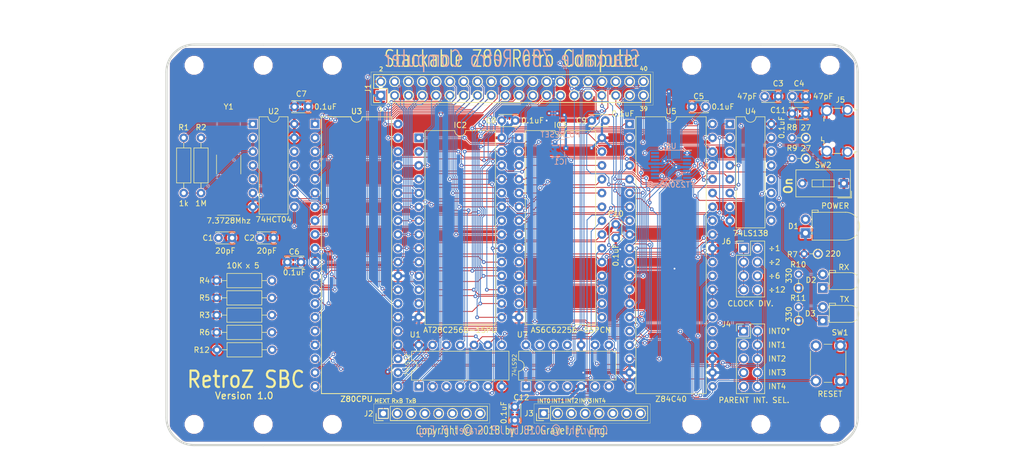
<source format=kicad_pcb>
(kicad_pcb (version 20171130) (host pcbnew "(5.0.1)-4")
  (title_block (title "RetroZ SBC for S80") (date 2018-10-22) (rev 1.0) (comment 1 jeanphilippe.gravel@gmail.com) (comment 2 "Copyright (c) 2018 by J.P. Gravel, P. eng."))
  (layers (0 F.Cu signal) (31 B.Cu signal) (34 B.Paste user) (35 F.Paste user) (36 B.SilkS user) (37 F.SilkS user) (38 B.Mask user) (39 F.Mask user) (44 Edge.Cuts user))
  (net 0 "")
  (net 1 GND)
  (net 2 "Net-(C1-Pad1)")
  (net 3 "Net-(C2-Pad1)")
  (net 4 "Net-(C3-Pad1)")
  (net 5 "Net-(C4-Pad1)")
  (net 6 "Net-(C5-Pad1)")
  (net 7 VCC)
  (net 8 "Net-(D1-Pad2)")
  (net 9 "Net-(D2-Pad2)")
  (net 10 "Net-(D2-Pad1)")
  (net 11 "Net-(D3-Pad1)")
  (net 12 "Net-(D3-Pad2)")
  (net 13 /~RESET)
  (net 14 /D3)
  (net 15 /A12)
  (net 16 /D4)
  (net 17 /A7)
  (net 18 /D5)
  (net 19 /A6)
  (net 20 /D6)
  (net 21 /A5)
  (net 22 /D7)
  (net 23 /A4)
  (net 24 /A3)
  (net 25 /A10)
  (net 26 /A2)
  (net 27 /~MRD)
  (net 28 /A1)
  (net 29 /A11)
  (net 30 /A0)
  (net 31 /A9)
  (net 32 /D0)
  (net 33 /A8)
  (net 34 /D1)
  (net 35 /D2)
  (net 36 /~MWR)
  (net 37 /A13)
  (net 38 /RAM_SEL)
  (net 39 /A14)
  (net 40 /~BUSACK)
  (net 41 /~BUSRQ)
  (net 42 /~IORQ)
  (net 43 /~MREQ)
  (net 44 /~WR)
  (net 45 /~RD)
  (net 46 /~HALT)
  (net 47 /~WAIT)
  (net 48 /~RFSH)
  (net 49 /~M1)
  (net 50 /~INT)
  (net 51 /~NMI)
  (net 52 /~CLK)
  (net 53 /A15)
  (net 54 "Net-(J2-Pad8)")
  (net 55 "Net-(J2-Pad7)")
  (net 56 "Net-(J2-Pad6)")
  (net 57 "Net-(J2-Pad5)")
  (net 58 "Net-(J2-Pad4)")
  (net 59 /TxB)
  (net 60 /RxB)
  (net 61 /INT_0)
  (net 62 /INT_1)
  (net 63 /INT_2)
  (net 64 /INT_3)
  (net 65 /INT_4)
  (net 66 "Net-(J3-Pad6)")
  (net 67 "Net-(J3-Pad7)")
  (net 68 "Net-(J3-Pad8)")
  (net 69 /IEI)
  (net 70 "Net-(J5-Pad4)")
  (net 71 "Net-(J5-Pad3)")
  (net 72 "Net-(J5-Pad2)")
  (net 73 /CLK_03)
  (net 74 /SIOB_CLK)
  (net 75 /CLK_02)
  (net 76 /CLK_01)
  (net 77 "Net-(R1-Pad1)")
  (net 78 "Net-(U2-Pad8)")
  (net 79 "Net-(U2-Pad10)")
  (net 80 "Net-(U2-Pad12)")
  (net 81 /SIO2_SEL)
  (net 82 "Net-(U4-Pad7)")
  (net 83 "Net-(U4-Pad14)")
  (net 84 "Net-(U4-Pad13)")
  (net 85 "Net-(U4-Pad12)")
  (net 86 "Net-(U4-Pad11)")
  (net 87 "Net-(U4-Pad10)")
  (net 88 "Net-(U4-Pad9)")
  (net 89 /~CTS)
  (net 90 "Net-(U5-Pad16)")
  (net 91 /Rx)
  (net 92 /Tx)
  (net 93 "Net-(U5-Pad11)")
  (net 94 "Net-(U5-Pad25)")
  (net 95 "Net-(U5-Pad24)")
  (net 96 "Net-(U6-Pad16)")
  (net 97 "Net-(U6-Pad15)")
  (net 98 "Net-(U7-Pad7)")
  (net 99 "Net-(U7-Pad6)")
  (net 100 "Net-(U7-Pad11)")
  (net 101 /~RTS)
  (net 102 "Net-(J5-Pad1)")
  (net 103 /ROM_SEL)
  (net 104 "Net-(U1-Pad4)")
  (net 105 /MEM_EXT)
  (module Resistors_THT:R_Axial_DIN0204_L3.6mm_D1.6mm_P2.54mm_Vertical (layer F.Cu) (at 202.5015 116.84 90)
    (fp_text reference R11 (at 4.191 -0.0635 180) (layer F.SilkS))
    (fp_text value 330 (at 1.2065 -1.778 270) (layer F.SilkS))
    (pad 2 thru_hole oval (at 2.54 0 90) (size 1.4 1.4) (drill 0.7) (layers *.Cu *.Mask) (net 12 "Net-(D3-Pad2)"))
    (pad 1 thru_hole circle (at 0 0 90) (size 1.4 1.4) (drill 0.7) (layers *.Cu *.Mask) (net 7 VCC))
  )
  (module Resistors_THT:R_Axial_DIN0204_L3.6mm_D1.6mm_P2.54mm_Vertical (layer F.Cu) (at 206.0575 104.521 180)
    (fp_text reference R7 (at 4.699 -0.127 180) (layer F.SilkS))
    (fp_text value 220 (at -2.794 0 180) (layer F.SilkS))
    (pad 1 thru_hole circle (at 0 0 180) (size 1.4 1.4) (drill 0.7) (layers *.Cu *.Mask) (net 8 "Net-(D1-Pad2)"))
    (pad 2 thru_hole oval (at 2.54 0 180) (size 1.4 1.4) (drill 0.7) (layers *.Cu *.Mask) (net 7 VCC))
  )
  (module Resistors_THT:R_Axial_DIN0204_L3.6mm_D1.6mm_P2.54mm_Vertical (layer F.Cu) (at 202.5015 110.8075 90)
    (fp_text reference R10 (at 4.318 -0.0635 180) (layer F.SilkS))
    (fp_text value 330 (at 2.286 -1.778 270) (layer F.SilkS))
    (pad 2 thru_hole oval (at 2.54 0 90) (size 1.4 1.4) (drill 0.7) (layers *.Cu *.Mask) (net 9 "Net-(D2-Pad2)"))
    (pad 1 thru_hole circle (at 0 0 90) (size 1.4 1.4) (drill 0.7) (layers *.Cu *.Mask) (net 7 VCC))
  )
  (module LEDs:LED_D3.0mm_Horizontal_O1.27mm_Z2.0mm (layer F.Cu) (at 206.9465 110.8075 90)
    (fp_text reference D2 (at 1.4605 -2.159 180) (layer F.SilkS))
    (fp_text value RX (at 3.81 3.8735 180) (layer F.SilkS))
    (pad 2 thru_hole circle (at 2.54 0 90) (size 1.8 1.8) (drill 0.9) (layers *.Cu *.Mask) (net 9 "Net-(D2-Pad2)"))
    (pad 1 thru_hole rect (at 0 0 90) (size 1.8 1.8) (drill 0.9) (layers *.Cu *.Mask) (net 10 "Net-(D2-Pad1)"))
  )
  (module LEDs:LED_D3.0mm_Horizontal_O1.27mm_Z2.0mm (layer F.Cu) (at 206.9465 116.84 90)
    (fp_text reference D3 (at 1.3335 -2.286 180) (layer F.SilkS))
    (fp_text value TX (at 3.937 4.0005 180) (layer F.SilkS))
    (pad 1 thru_hole rect (at 0 0 90) (size 1.8 1.8) (drill 0.9) (layers *.Cu *.Mask) (net 11 "Net-(D3-Pad1)"))
    (pad 2 thru_hole circle (at 2.54 0 90) (size 1.8 1.8) (drill 0.9) (layers *.Cu *.Mask) (net 12 "Net-(D3-Pad2)"))
  )
  (module Buttons_Switches_THT:SW_PUSH_6mm_h5mm (layer F.Cu) (at 210.185 121.412 270)
    (fp_text reference SW1 (at -2.413 0.0635) (layer F.SilkS))
    (fp_text value RESET (at 8.89 1.905) (layer F.SilkS))
    (pad 1 thru_hole circle (at 6.5 0) (size 2 2) (drill 1.1) (layers *.Cu *.Mask) (net 1 GND))
    (pad 2 thru_hole circle (at 6.5 4.5) (size 2 2) (drill 1.1) (layers *.Cu *.Mask) (net 13 /~RESET))
    (pad 1 thru_hole circle (at 0 0) (size 2 2) (drill 1.1) (layers *.Cu *.Mask) (net 1 GND))
    (pad 2 thru_hole circle (at 0 4.5) (size 2 2) (drill 1.1) (layers *.Cu *.Mask) (net 13 /~RESET))
  )
  (module LEDs:LED_D5.0mm_Horizontal_O1.27mm_Z3.0mm (layer F.Cu) (at 203.7715 100.711 90)
    (fp_text reference D1 (at 1.27 -2.2225 180) (layer F.SilkS))
    (fp_text value POWER (at 5.0165 5.461 180) (layer F.SilkS))
    (pad 2 thru_hole circle (at 2.54 0 90) (size 1.8 1.8) (drill 0.9) (layers *.Cu *.Mask) (net 8 "Net-(D1-Pad2)"))
    (pad 1 thru_hole rect (at 0 0 90) (size 1.8 1.8) (drill 0.9) (layers *.Cu *.Mask) (net 1 GND))
  )
  (module Buttons_Switches_THT:SW_DIP_x1_W7.62mm_Slide (layer F.Cu) (at 210.82 91.567 180)
    (fp_text reference SW2 (at 3.81 3.3655 180) (layer F.SilkS))
    (fp_text value "POWER SWITCH" hide)
    (pad 2 thru_hole oval (at 7.62 0 180) (size 1.6 1.6) (drill 0.8) (layers *.Cu *.Mask) (net 102 "Net-(J5-Pad1)"))
    (pad 1 thru_hole rect (at 0 0 180) (size 1.6 1.6) (drill 0.8) (layers *.Cu *.Mask) (net 7 VCC))
  )
  (module Resistors_THT:R_Axial_DIN0207_L6.3mm_D2.5mm_P10.16mm_Horizontal (layer F.Cu) (at 95.590803 118.971353)
    (fp_text reference R6 (at -2.225453 0 -180) (layer F.SilkS))
    (fp_text value 10K hide)
    (pad 2 thru_hole oval (at 10.16 0) (size 1.6 1.6) (drill 0.8) (layers *.Cu *.Mask) (net 47 /~WAIT))
    (pad 1 thru_hole circle (at 0 0) (size 1.6 1.6) (drill 0.8) (layers *.Cu *.Mask) (net 7 VCC))
  )
  (module Resistors_THT:R_Axial_DIN0207_L6.3mm_D2.5mm_P10.16mm_Horizontal (layer F.Cu) (at 95.590803 115.796353)
    (fp_text reference R3 (at -2.225453 0 -180) (layer F.SilkS))
    (fp_text value 10K hide)
    (pad 2 thru_hole oval (at 10.16 0) (size 1.6 1.6) (drill 0.8) (layers *.Cu *.Mask) (net 51 /~NMI))
    (pad 1 thru_hole circle (at 0 0) (size 1.6 1.6) (drill 0.8) (layers *.Cu *.Mask) (net 7 VCC))
  )
  (module Resistors_THT:R_Axial_DIN0207_L6.3mm_D2.5mm_P10.16mm_Horizontal (layer F.Cu) (at 105.791 122.174 180)
    (fp_text reference R12 (at 12.954 -0.029236 180) (layer F.SilkS))
    (fp_text value 10K hide)
    (pad 2 thru_hole oval (at 10.16 0 180) (size 1.6 1.6) (drill 0.8) (layers *.Cu *.Mask) (net 1 GND))
    (pad 1 thru_hole circle (at 0 0 180) (size 1.6 1.6) (drill 0.8) (layers *.Cu *.Mask) (net 105 /MEM_EXT))
  )
  (module Resistors_THT:R_Axial_DIN0207_L6.3mm_D2.5mm_P10.16mm_Horizontal (layer F.Cu) (at 95.590803 112.621353)
    (fp_text reference R5 (at -2.225453 0 -180) (layer F.SilkS))
    (fp_text value 10K (at 3.278697 -5.941353 -180) (layer F.SilkS))
    (pad 1 thru_hole circle (at 0 0) (size 1.6 1.6) (drill 0.8) (layers *.Cu *.Mask) (net 7 VCC))
    (pad 2 thru_hole oval (at 10.16 0) (size 1.6 1.6) (drill 0.8) (layers *.Cu *.Mask) (net 50 /~INT))
  )
  (module Resistors_THT:R_Axial_DIN0207_L6.3mm_D2.5mm_P10.16mm_Horizontal (layer F.Cu) (at 95.590803 109.446353)
    (fp_text reference R4 (at -2.225453 0 -180) (layer F.SilkS))
    (fp_text value 10K hide)
    (pad 1 thru_hole circle (at 0 0) (size 1.6 1.6) (drill 0.8) (layers *.Cu *.Mask) (net 7 VCC))
    (pad 2 thru_hole oval (at 10.16 0) (size 1.6 1.6) (drill 0.8) (layers *.Cu *.Mask) (net 13 /~RESET))
  )
  (module Pin_Headers:Pin_Header_Straight_2x04_Pitch2.54mm (layer F.Cu) (at 192.405 103.505)
    (fp_text reference J6 (at -3.175 -1.27 180) (layer F.SilkS))
    (fp_text value "CLOCK DIV." (at 1.27 10.16 180) (layer F.SilkS))
    (pad 8 thru_hole oval (at 2.54 7.62) (size 1.7 1.7) (drill 1) (layers *.Cu *.Mask) (net 73 /CLK_03))
    (pad 7 thru_hole oval (at 0 7.62) (size 1.7 1.7) (drill 1) (layers *.Cu *.Mask) (net 74 /SIOB_CLK))
    (pad 6 thru_hole oval (at 2.54 5.08) (size 1.7 1.7) (drill 1) (layers *.Cu *.Mask) (net 75 /CLK_02))
    (pad 5 thru_hole oval (at 0 5.08) (size 1.7 1.7) (drill 1) (layers *.Cu *.Mask) (net 74 /SIOB_CLK))
    (pad 4 thru_hole oval (at 2.54 2.54) (size 1.7 1.7) (drill 1) (layers *.Cu *.Mask) (net 76 /CLK_01))
    (pad 3 thru_hole oval (at 0 2.54) (size 1.7 1.7) (drill 1) (layers *.Cu *.Mask) (net 74 /SIOB_CLK))
    (pad 2 thru_hole oval (at 2.54 0) (size 1.7 1.7) (drill 1) (layers *.Cu *.Mask) (net 52 /~CLK))
    (pad 1 thru_hole rect (at 0 0) (size 1.7 1.7) (drill 1) (layers *.Cu *.Mask) (net 74 /SIOB_CLK))
  )
  (module Housings_DIP:DIP-40_W15.24mm (layer F.Cu) (at 171.45 80.645)
    (fp_text reference U5 (at 7.62 -2.33) (layer F.SilkS))
    (fp_text value Z84C40 (at 7.62 50.59) (layer F.SilkS))
    (pad 40 thru_hole oval (at 15.24 0) (size 1.6 1.6) (drill 0.8) (layers *.Cu *.Mask) (net 32 /D0))
    (pad 20 thru_hole oval (at 0 48.26) (size 1.6 1.6) (drill 0.8) (layers *.Cu *.Mask) (net 52 /~CLK))
    (pad 39 thru_hole oval (at 15.24 2.54) (size 1.6 1.6) (drill 0.8) (layers *.Cu *.Mask) (net 35 /D2))
    (pad 19 thru_hole oval (at 0 45.72) (size 1.6 1.6) (drill 0.8) (layers *.Cu *.Mask) (net 1 GND))
    (pad 38 thru_hole oval (at 15.24 5.08) (size 1.6 1.6) (drill 0.8) (layers *.Cu *.Mask) (net 16 /D4))
    (pad 18 thru_hole oval (at 0 43.18) (size 1.6 1.6) (drill 0.8) (layers *.Cu *.Mask) (net 101 /~RTS))
    (pad 37 thru_hole oval (at 15.24 7.62) (size 1.6 1.6) (drill 0.8) (layers *.Cu *.Mask) (net 20 /D6))
    (pad 17 thru_hole oval (at 0 40.64) (size 1.6 1.6) (drill 0.8) (layers *.Cu *.Mask) (net 89 /~CTS))
    (pad 36 thru_hole oval (at 15.24 10.16) (size 1.6 1.6) (drill 0.8) (layers *.Cu *.Mask) (net 42 /~IORQ))
    (pad 16 thru_hole oval (at 0 38.1) (size 1.6 1.6) (drill 0.8) (layers *.Cu *.Mask) (net 90 "Net-(U5-Pad16)"))
    (pad 35 thru_hole oval (at 15.24 12.7) (size 1.6 1.6) (drill 0.8) (layers *.Cu *.Mask) (net 81 /SIO2_SEL))
    (pad 15 thru_hole oval (at 0 35.56) (size 1.6 1.6) (drill 0.8) (layers *.Cu *.Mask) (net 91 /Rx))
    (pad 34 thru_hole oval (at 15.24 15.24) (size 1.6 1.6) (drill 0.8) (layers *.Cu *.Mask) (net 28 /A1))
    (pad 14 thru_hole oval (at 0 33.02) (size 1.6 1.6) (drill 0.8) (layers *.Cu *.Mask) (net 52 /~CLK))
    (pad 33 thru_hole oval (at 15.24 17.78) (size 1.6 1.6) (drill 0.8) (layers *.Cu *.Mask) (net 78 "Net-(U2-Pad8)"))
    (pad 13 thru_hole oval (at 0 30.48) (size 1.6 1.6) (drill 0.8) (layers *.Cu *.Mask) (net 52 /~CLK))
    (pad 32 thru_hole oval (at 15.24 20.32) (size 1.6 1.6) (drill 0.8) (layers *.Cu *.Mask) (net 45 /~RD))
    (pad 12 thru_hole oval (at 0 27.94) (size 1.6 1.6) (drill 0.8) (layers *.Cu *.Mask) (net 92 /Tx))
    (pad 31 thru_hole oval (at 15.24 22.86) (size 1.6 1.6) (drill 0.8) (layers *.Cu *.Mask) (net 1 GND))
    (pad 11 thru_hole oval (at 0 25.4) (size 1.6 1.6) (drill 0.8) (layers *.Cu *.Mask) (net 93 "Net-(U5-Pad11)"))
    (pad 30 thru_hole oval (at 15.24 25.4) (size 1.6 1.6) (drill 0.8) (layers *.Cu *.Mask) (net 47 /~WAIT))
    (pad 10 thru_hole oval (at 0 22.86) (size 1.6 1.6) (drill 0.8) (layers *.Cu *.Mask) (net 47 /~WAIT))
    (pad 29 thru_hole oval (at 15.24 27.94) (size 1.6 1.6) (drill 0.8) (layers *.Cu *.Mask) (net 60 /RxB))
    (pad 9 thru_hole oval (at 0 20.32) (size 1.6 1.6) (drill 0.8) (layers *.Cu *.Mask) (net 7 VCC))
    (pad 28 thru_hole oval (at 15.24 30.48) (size 1.6 1.6) (drill 0.8) (layers *.Cu *.Mask) (net 74 /SIOB_CLK))
    (pad 8 thru_hole oval (at 0 17.78) (size 1.6 1.6) (drill 0.8) (layers *.Cu *.Mask) (net 49 /~M1))
    (pad 27 thru_hole oval (at 15.24 33.02) (size 1.6 1.6) (drill 0.8) (layers *.Cu *.Mask) (net 74 /SIOB_CLK))
    (pad 7 thru_hole oval (at 0 15.24) (size 1.6 1.6) (drill 0.8) (layers *.Cu *.Mask) (net 61 /INT_0))
    (pad 26 thru_hole oval (at 15.24 35.56) (size 1.6 1.6) (drill 0.8) (layers *.Cu *.Mask) (net 59 /TxB))
    (pad 6 thru_hole oval (at 0 12.7) (size 1.6 1.6) (drill 0.8) (layers *.Cu *.Mask) (net 69 /IEI))
    (pad 25 thru_hole oval (at 15.24 38.1) (size 1.6 1.6) (drill 0.8) (layers *.Cu *.Mask) (net 94 "Net-(U5-Pad25)"))
    (pad 5 thru_hole oval (at 0 10.16) (size 1.6 1.6) (drill 0.8) (layers *.Cu *.Mask) (net 50 /~INT))
    (pad 24 thru_hole oval (at 15.24 40.64) (size 1.6 1.6) (drill 0.8) (layers *.Cu *.Mask) (net 95 "Net-(U5-Pad24)"))
    (pad 4 thru_hole oval (at 0 7.62) (size 1.6 1.6) (drill 0.8) (layers *.Cu *.Mask) (net 22 /D7))
    (pad 23 thru_hole oval (at 15.24 43.18) (size 1.6 1.6) (drill 0.8) (layers *.Cu *.Mask) (net 1 GND))
    (pad 3 thru_hole oval (at 0 5.08) (size 1.6 1.6) (drill 0.8) (layers *.Cu *.Mask) (net 18 /D5))
    (pad 22 thru_hole oval (at 15.24 45.72) (size 1.6 1.6) (drill 0.8) (layers *.Cu *.Mask) (net 1 GND))
    (pad 2 thru_hole oval (at 0 2.54) (size 1.6 1.6) (drill 0.8) (layers *.Cu *.Mask) (net 14 /D3))
    (pad 21 thru_hole oval (at 15.24 48.26) (size 1.6 1.6) (drill 0.8) (layers *.Cu *.Mask) (net 13 /~RESET))
    (pad 1 thru_hole rect (at 0 0) (size 1.6 1.6) (drill 0.8) (layers *.Cu *.Mask) (net 34 /D1))
  )
  (module Housings_DIP:DIP-40_W15.24mm (layer F.Cu) (at 113.665 80.645)
    (fp_text reference U3 (at 7.62 -2.33) (layer F.SilkS))
    (fp_text value Z80CPU (at 7.62 50.59) (layer F.SilkS))
    (pad 40 thru_hole oval (at 15.24 0) (size 1.6 1.6) (drill 0.8) (layers *.Cu *.Mask) (net 25 /A10))
    (pad 20 thru_hole oval (at 0 48.26) (size 1.6 1.6) (drill 0.8) (layers *.Cu *.Mask) (net 42 /~IORQ))
    (pad 39 thru_hole oval (at 15.24 2.54) (size 1.6 1.6) (drill 0.8) (layers *.Cu *.Mask) (net 31 /A9))
    (pad 19 thru_hole oval (at 0 45.72) (size 1.6 1.6) (drill 0.8) (layers *.Cu *.Mask) (net 43 /~MREQ))
    (pad 38 thru_hole oval (at 15.24 5.08) (size 1.6 1.6) (drill 0.8) (layers *.Cu *.Mask) (net 33 /A8))
    (pad 18 thru_hole oval (at 0 43.18) (size 1.6 1.6) (drill 0.8) (layers *.Cu *.Mask) (net 46 /~HALT))
    (pad 37 thru_hole oval (at 15.24 7.62) (size 1.6 1.6) (drill 0.8) (layers *.Cu *.Mask) (net 17 /A7))
    (pad 17 thru_hole oval (at 0 40.64) (size 1.6 1.6) (drill 0.8) (layers *.Cu *.Mask) (net 51 /~NMI))
    (pad 36 thru_hole oval (at 15.24 10.16) (size 1.6 1.6) (drill 0.8) (layers *.Cu *.Mask) (net 19 /A6))
    (pad 16 thru_hole oval (at 0 38.1) (size 1.6 1.6) (drill 0.8) (layers *.Cu *.Mask) (net 50 /~INT))
    (pad 35 thru_hole oval (at 15.24 12.7) (size 1.6 1.6) (drill 0.8) (layers *.Cu *.Mask) (net 21 /A5))
    (pad 15 thru_hole oval (at 0 35.56) (size 1.6 1.6) (drill 0.8) (layers *.Cu *.Mask) (net 34 /D1))
    (pad 34 thru_hole oval (at 15.24 15.24) (size 1.6 1.6) (drill 0.8) (layers *.Cu *.Mask) (net 23 /A4))
    (pad 14 thru_hole oval (at 0 33.02) (size 1.6 1.6) (drill 0.8) (layers *.Cu *.Mask) (net 32 /D0))
    (pad 33 thru_hole oval (at 15.24 17.78) (size 1.6 1.6) (drill 0.8) (layers *.Cu *.Mask) (net 24 /A3))
    (pad 13 thru_hole oval (at 0 30.48) (size 1.6 1.6) (drill 0.8) (layers *.Cu *.Mask) (net 22 /D7))
    (pad 32 thru_hole oval (at 15.24 20.32) (size 1.6 1.6) (drill 0.8) (layers *.Cu *.Mask) (net 26 /A2))
    (pad 12 thru_hole oval (at 0 27.94) (size 1.6 1.6) (drill 0.8) (layers *.Cu *.Mask) (net 35 /D2))
    (pad 31 thru_hole oval (at 15.24 22.86) (size 1.6 1.6) (drill 0.8) (layers *.Cu *.Mask) (net 28 /A1))
    (pad 11 thru_hole oval (at 0 25.4) (size 1.6 1.6) (drill 0.8) (layers *.Cu *.Mask) (net 7 VCC))
    (pad 30 thru_hole oval (at 15.24 25.4) (size 1.6 1.6) (drill 0.8) (layers *.Cu *.Mask) (net 30 /A0))
    (pad 10 thru_hole oval (at 0 22.86) (size 1.6 1.6) (drill 0.8) (layers *.Cu *.Mask) (net 20 /D6))
    (pad 29 thru_hole oval (at 15.24 27.94) (size 1.6 1.6) (drill 0.8) (layers *.Cu *.Mask) (net 1 GND))
    (pad 9 thru_hole oval (at 0 20.32) (size 1.6 1.6) (drill 0.8) (layers *.Cu *.Mask) (net 18 /D5))
    (pad 28 thru_hole oval (at 15.24 30.48) (size 1.6 1.6) (drill 0.8) (layers *.Cu *.Mask) (net 48 /~RFSH))
    (pad 8 thru_hole oval (at 0 17.78) (size 1.6 1.6) (drill 0.8) (layers *.Cu *.Mask) (net 14 /D3))
    (pad 27 thru_hole oval (at 15.24 33.02) (size 1.6 1.6) (drill 0.8) (layers *.Cu *.Mask) (net 49 /~M1))
    (pad 7 thru_hole oval (at 0 15.24) (size 1.6 1.6) (drill 0.8) (layers *.Cu *.Mask) (net 16 /D4))
    (pad 26 thru_hole oval (at 15.24 35.56) (size 1.6 1.6) (drill 0.8) (layers *.Cu *.Mask) (net 13 /~RESET))
    (pad 6 thru_hole oval (at 0 12.7) (size 1.6 1.6) (drill 0.8) (layers *.Cu *.Mask) (net 52 /~CLK))
    (pad 25 thru_hole oval (at 15.24 38.1) (size 1.6 1.6) (drill 0.8) (layers *.Cu *.Mask) (net 41 /~BUSRQ))
    (pad 5 thru_hole oval (at 0 10.16) (size 1.6 1.6) (drill 0.8) (layers *.Cu *.Mask) (net 53 /A15))
    (pad 24 thru_hole oval (at 15.24 40.64) (size 1.6 1.6) (drill 0.8) (layers *.Cu *.Mask) (net 47 /~WAIT))
    (pad 4 thru_hole oval (at 0 7.62) (size 1.6 1.6) (drill 0.8) (layers *.Cu *.Mask) (net 39 /A14))
    (pad 23 thru_hole oval (at 15.24 43.18) (size 1.6 1.6) (drill 0.8) (layers *.Cu *.Mask) (net 40 /~BUSACK))
    (pad 3 thru_hole oval (at 0 5.08) (size 1.6 1.6) (drill 0.8) (layers *.Cu *.Mask) (net 37 /A13))
    (pad 22 thru_hole oval (at 15.24 45.72) (size 1.6 1.6) (drill 0.8) (layers *.Cu *.Mask) (net 44 /~WR))
    (pad 2 thru_hole oval (at 0 2.54) (size 1.6 1.6) (drill 0.8) (layers *.Cu *.Mask) (net 15 /A12))
    (pad 21 thru_hole oval (at 15.24 48.26) (size 1.6 1.6) (drill 0.8) (layers *.Cu *.Mask) (net 45 /~RD))
    (pad 1 thru_hole rect (at 0 0) (size 1.6 1.6) (drill 0.8) (layers *.Cu *.Mask) (net 29 /A11))
  )
  (module Housings_DIP:DIP-14_W7.62mm (layer F.Cu) (at 152.4 128.905 90)
    (fp_text reference U7 (at 9.525 -0.635 180) (layer F.SilkS))
    (fp_text value 74LS92 (at 3.8735 -2.0955 270) (layer F.SilkS) (effects (font (size 0.75 0.75) (thickness 0.1))))
    (pad 14 thru_hole oval (at 7.62 0 90) (size 1.6 1.6) (drill 0.8) (layers *.Cu *.Mask) (net 52 /~CLK))
    (pad 7 thru_hole oval (at 0 15.24 90) (size 1.6 1.6) (drill 0.8) (layers *.Cu *.Mask) (net 98 "Net-(U7-Pad7)"))
    (pad 13 thru_hole oval (at 7.62 2.54 90) (size 1.6 1.6) (drill 0.8) (layers *.Cu *.Mask))
    (pad 6 thru_hole oval (at 0 12.7 90) (size 1.6 1.6) (drill 0.8) (layers *.Cu *.Mask) (net 99 "Net-(U7-Pad6)"))
    (pad 12 thru_hole oval (at 7.62 5.08 90) (size 1.6 1.6) (drill 0.8) (layers *.Cu *.Mask) (net 76 /CLK_01))
    (pad 5 thru_hole oval (at 0 10.16 90) (size 1.6 1.6) (drill 0.8) (layers *.Cu *.Mask) (net 7 VCC))
    (pad 11 thru_hole oval (at 7.62 7.62 90) (size 1.6 1.6) (drill 0.8) (layers *.Cu *.Mask) (net 100 "Net-(U7-Pad11)"))
    (pad 4 thru_hole oval (at 0 7.62 90) (size 1.6 1.6) (drill 0.8) (layers *.Cu *.Mask))
    (pad 10 thru_hole oval (at 7.62 10.16 90) (size 1.6 1.6) (drill 0.8) (layers *.Cu *.Mask) (net 1 GND))
    (pad 3 thru_hole oval (at 0 5.08 90) (size 1.6 1.6) (drill 0.8) (layers *.Cu *.Mask))
    (pad 9 thru_hole oval (at 7.62 12.7 90) (size 1.6 1.6) (drill 0.8) (layers *.Cu *.Mask) (net 75 /CLK_02))
    (pad 2 thru_hole oval (at 0 2.54 90) (size 1.6 1.6) (drill 0.8) (layers *.Cu *.Mask))
    (pad 8 thru_hole oval (at 7.62 15.24 90) (size 1.6 1.6) (drill 0.8) (layers *.Cu *.Mask) (net 73 /CLK_03))
    (pad 1 thru_hole rect (at 0 0 90) (size 1.6 1.6) (drill 0.8) (layers *.Cu *.Mask) (net 76 /CLK_01))
  )
  (module Housings_DIP:DIP-28_W15.24mm (layer F.Cu) (at 151.13 83.185)
    (fp_text reference IC3 (at 7.62 -2.33) (layer F.SilkS))
    (fp_text value AS6C62256-55PCN (at 9.525 35.35) (layer F.SilkS))
    (pad 28 thru_hole oval (at 15.24 0) (size 1.6 1.6) (drill 0.8) (layers *.Cu *.Mask) (net 7 VCC))
    (pad 14 thru_hole oval (at 0 33.02) (size 1.6 1.6) (drill 0.8) (layers *.Cu *.Mask) (net 1 GND))
    (pad 27 thru_hole oval (at 15.24 2.54) (size 1.6 1.6) (drill 0.8) (layers *.Cu *.Mask) (net 36 /~MWR))
    (pad 13 thru_hole oval (at 0 30.48) (size 1.6 1.6) (drill 0.8) (layers *.Cu *.Mask) (net 35 /D2))
    (pad 26 thru_hole oval (at 15.24 5.08) (size 1.6 1.6) (drill 0.8) (layers *.Cu *.Mask) (net 37 /A13))
    (pad 12 thru_hole oval (at 0 27.94) (size 1.6 1.6) (drill 0.8) (layers *.Cu *.Mask) (net 34 /D1))
    (pad 25 thru_hole oval (at 15.24 7.62) (size 1.6 1.6) (drill 0.8) (layers *.Cu *.Mask) (net 33 /A8))
    (pad 11 thru_hole oval (at 0 25.4) (size 1.6 1.6) (drill 0.8) (layers *.Cu *.Mask) (net 32 /D0))
    (pad 24 thru_hole oval (at 15.24 10.16) (size 1.6 1.6) (drill 0.8) (layers *.Cu *.Mask) (net 31 /A9))
    (pad 10 thru_hole oval (at 0 22.86) (size 1.6 1.6) (drill 0.8) (layers *.Cu *.Mask) (net 30 /A0))
    (pad 23 thru_hole oval (at 15.24 12.7) (size 1.6 1.6) (drill 0.8) (layers *.Cu *.Mask) (net 29 /A11))
    (pad 9 thru_hole oval (at 0 20.32) (size 1.6 1.6) (drill 0.8) (layers *.Cu *.Mask) (net 28 /A1))
    (pad 22 thru_hole oval (at 15.24 15.24) (size 1.6 1.6) (drill 0.8) (layers *.Cu *.Mask) (net 27 /~MRD))
    (pad 8 thru_hole oval (at 0 17.78) (size 1.6 1.6) (drill 0.8) (layers *.Cu *.Mask) (net 26 /A2))
    (pad 21 thru_hole oval (at 15.24 17.78) (size 1.6 1.6) (drill 0.8) (layers *.Cu *.Mask) (net 25 /A10))
    (pad 7 thru_hole oval (at 0 15.24) (size 1.6 1.6) (drill 0.8) (layers *.Cu *.Mask) (net 24 /A3))
    (pad 20 thru_hole oval (at 15.24 20.32) (size 1.6 1.6) (drill 0.8) (layers *.Cu *.Mask) (net 38 /RAM_SEL))
    (pad 6 thru_hole oval (at 0 12.7) (size 1.6 1.6) (drill 0.8) (layers *.Cu *.Mask) (net 23 /A4))
    (pad 19 thru_hole oval (at 15.24 22.86) (size 1.6 1.6) (drill 0.8) (layers *.Cu *.Mask) (net 22 /D7))
    (pad 5 thru_hole oval (at 0 10.16) (size 1.6 1.6) (drill 0.8) (layers *.Cu *.Mask) (net 21 /A5))
    (pad 18 thru_hole oval (at 15.24 25.4) (size 1.6 1.6) (drill 0.8) (layers *.Cu *.Mask) (net 20 /D6))
    (pad 4 thru_hole oval (at 0 7.62) (size 1.6 1.6) (drill 0.8) (layers *.Cu *.Mask) (net 19 /A6))
    (pad 17 thru_hole oval (at 15.24 27.94) (size 1.6 1.6) (drill 0.8) (layers *.Cu *.Mask) (net 18 /D5))
    (pad 3 thru_hole oval (at 0 5.08) (size 1.6 1.6) (drill 0.8) (layers *.Cu *.Mask) (net 17 /A7))
    (pad 16 thru_hole oval (at 15.24 30.48) (size 1.6 1.6) (drill 0.8) (layers *.Cu *.Mask) (net 16 /D4))
    (pad 2 thru_hole oval (at 0 2.54) (size 1.6 1.6) (drill 0.8) (layers *.Cu *.Mask) (net 15 /A12))
    (pad 15 thru_hole oval (at 15.24 33.02) (size 1.6 1.6) (drill 0.8) (layers *.Cu *.Mask) (net 14 /D3))
    (pad 1 thru_hole rect (at 0 0) (size 1.6 1.6) (drill 0.8) (layers *.Cu *.Mask) (net 39 /A14))
  )
  (module Capacitors_THT:C_Disc_D3.4mm_W2.1mm_P2.50mm (layer F.Cu) (at 95.925 101.6)
    (fp_text reference C1 (at -1.945 0) (layer F.SilkS))
    (fp_text value 20pF (at 1.25 2.36) (layer F.SilkS))
    (pad 2 thru_hole circle (at 2.5 0) (size 1.6 1.6) (drill 0.8) (layers *.Cu *.Mask) (net 1 GND))
    (pad 1 thru_hole circle (at 0 0) (size 1.6 1.6) (drill 0.8) (layers *.Cu *.Mask) (net 2 "Net-(C1-Pad1)"))
  )
  (module Capacitors_THT:C_Disc_D3.4mm_W2.1mm_P2.50mm (layer F.Cu) (at 103.545 101.6)
    (fp_text reference C2 (at -1.945 0) (layer F.SilkS))
    (fp_text value 20pF (at 1.25 2.36) (layer F.SilkS))
    (pad 1 thru_hole circle (at 0 0) (size 1.6 1.6) (drill 0.8) (layers *.Cu *.Mask) (net 3 "Net-(C2-Pad1)"))
    (pad 2 thru_hole circle (at 2.5 0) (size 1.6 1.6) (drill 0.8) (layers *.Cu *.Mask) (net 1 GND))
  )
  (module Capacitors_THT:C_Disc_D3.4mm_W2.1mm_P2.50mm (layer F.Cu) (at 196.255 75.565)
    (fp_text reference C3 (at 2.5 -2.36) (layer F.SilkS))
    (fp_text value 47pF (at -3.215 0) (layer F.SilkS))
    (pad 2 thru_hole circle (at 2.5 0) (size 1.6 1.6) (drill 0.8) (layers *.Cu *.Mask) (net 1 GND))
    (pad 1 thru_hole circle (at 0 0) (size 1.6 1.6) (drill 0.8) (layers *.Cu *.Mask) (net 4 "Net-(C3-Pad1)"))
  )
  (module Capacitors_THT:C_Disc_D3.4mm_W2.1mm_P2.50mm (layer F.Cu) (at 201.335 75.565)
    (fp_text reference C4 (at 1.25 -2.36) (layer F.SilkS))
    (fp_text value 47pF (at 5.675 0) (layer F.SilkS))
    (pad 2 thru_hole circle (at 2.5 0) (size 1.6 1.6) (drill 0.8) (layers *.Cu *.Mask) (net 1 GND))
    (pad 1 thru_hole circle (at 0 0) (size 1.6 1.6) (drill 0.8) (layers *.Cu *.Mask) (net 5 "Net-(C4-Pad1)"))
  )
  (module Capacitors_THT:C_Disc_D3.4mm_W2.1mm_P2.50mm (layer F.Cu) (at 185.42 77.47 180)
    (fp_text reference C5 (at 1.27 1.905 180) (layer F.SilkS))
    (fp_text value 0.1uF (at -3.175 0 180) (layer F.SilkS))
    (pad 1 thru_hole circle (at 0 0 180) (size 1.6 1.6) (drill 0.8) (layers *.Cu *.Mask) (net 6 "Net-(C5-Pad1)"))
    (pad 2 thru_hole circle (at 2.5 0 180) (size 1.6 1.6) (drill 0.8) (layers *.Cu *.Mask) (net 1 GND))
  )
  (module Capacitors_THT:C_Disc_D3.4mm_W2.1mm_P2.50mm (layer F.Cu) (at 111.085 106.045 180)
    (fp_text reference C6 (at 1.25 1.905 180) (layer F.SilkS))
    (fp_text value 0.1uF (at 1.23 -1.905 180) (layer F.SilkS))
    (pad 1 thru_hole circle (at 0 0 180) (size 1.6 1.6) (drill 0.8) (layers *.Cu *.Mask) (net 7 VCC))
    (pad 2 thru_hole circle (at 2.5 0 180) (size 1.6 1.6) (drill 0.8) (layers *.Cu *.Mask) (net 1 GND))
  )
  (module Capacitors_THT:C_Disc_D3.4mm_W2.1mm_P2.50mm (layer F.Cu) (at 109.895 77.47)
    (fp_text reference C7 (at 1.25 -2.36) (layer F.SilkS))
    (fp_text value 0.1uF (at 5.675 0) (layer F.SilkS))
    (pad 2 thru_hole circle (at 2.5 0) (size 1.6 1.6) (drill 0.8) (layers *.Cu *.Mask) (net 1 GND))
    (pad 1 thru_hole circle (at 0 0) (size 1.6 1.6) (drill 0.8) (layers *.Cu *.Mask) (net 7 VCC))
  )
  (module Capacitors_THT:C_Disc_D3.4mm_W2.1mm_P2.50mm (layer F.Cu) (at 147.955 80.01)
    (fp_text reference C8 (at -1.945 0) (layer F.SilkS))
    (fp_text value 0.1uF (at 5.675 0) (layer F.SilkS))
    (pad 1 thru_hole circle (at 0 0) (size 1.6 1.6) (drill 0.8) (layers *.Cu *.Mask) (net 7 VCC))
    (pad 2 thru_hole circle (at 2.5 0) (size 1.6 1.6) (drill 0.8) (layers *.Cu *.Mask) (net 1 GND))
  )
  (module Capacitors_THT:C_Disc_D3.4mm_W2.1mm_P2.50mm (layer F.Cu) (at 167.005 80.01 180)
    (fp_text reference C9 (at 4.405 0 180) (layer F.SilkS))
    (fp_text value 0.1uF (at -3.215 1.27 180) (layer F.SilkS))
    (pad 2 thru_hole circle (at 2.5 0 180) (size 1.6 1.6) (drill 0.8) (layers *.Cu *.Mask) (net 1 GND))
    (pad 1 thru_hole circle (at 0 0 180) (size 1.6 1.6) (drill 0.8) (layers *.Cu *.Mask) (net 7 VCC))
  )
  (module Capacitors_THT:C_Disc_D3.4mm_W2.1mm_P2.50mm (layer F.Cu) (at 168.91 99.1 270)
    (fp_text reference C10 (at -1.945 0) (layer F.SilkS))
    (fp_text value 0.1uF (at 5.675 0 90) (layer F.SilkS))
    (pad 1 thru_hole circle (at 0 0 270) (size 1.6 1.6) (drill 0.8) (layers *.Cu *.Mask) (net 7 VCC))
    (pad 2 thru_hole circle (at 2.5 0 270) (size 1.6 1.6) (drill 0.8) (layers *.Cu *.Mask) (net 1 GND))
  )
  (module Capacitors_THT:C_Disc_D3.4mm_W2.1mm_P2.50mm (layer F.Cu) (at 201.295 78.74)
    (fp_text reference C11 (at -2.54 -0.635) (layer F.SilkS))
    (fp_text value 0.1uF (at -1.905 2.54 90) (layer F.SilkS))
    (pad 2 thru_hole circle (at 2.5 0) (size 1.6 1.6) (drill 0.8) (layers *.Cu *.Mask) (net 1 GND))
    (pad 1 thru_hole circle (at 0 0) (size 1.6 1.6) (drill 0.8) (layers *.Cu *.Mask) (net 7 VCC))
  )
  (module Capacitors_THT:C_Disc_D3.4mm_W2.1mm_P2.50mm (layer F.Cu) (at 150.368 132.6515 270)
    (fp_text reference C12 (at -1.7145 -1.2065) (layer F.SilkS))
    (fp_text value 0.1uF (at 1.0795 2.032 90) (layer F.SilkS))
    (pad 1 thru_hole circle (at 0 0 270) (size 1.6 1.6) (drill 0.8) (layers *.Cu *.Mask) (net 7 VCC))
    (pad 2 thru_hole circle (at 2.5 0 270) (size 1.6 1.6) (drill 0.8) (layers *.Cu *.Mask) (net 1 GND))
  )
  (module Mounting_Holes:MountingHole_3.2mm_M3 (layer F.Cu) (at 104.14 69.85)
    (fp_text reference H1 hide)
    (fp_text value MountingHole hide)
    (pad 1 np_thru_hole circle (at 0 0) (size 3.2 3.2) (drill 3.2) (layers *.Cu *.Mask))
  )
  (module Mounting_Holes:MountingHole_3.2mm_M3 (layer F.Cu) (at 116.84 69.85)
    (fp_text reference H2 hide)
    (fp_text value MountingHole hide)
    (pad 1 np_thru_hole circle (at 0 0) (size 3.2 3.2) (drill 3.2) (layers *.Cu *.Mask))
  )
  (module Mounting_Holes:MountingHole_3.2mm_M3 (layer F.Cu) (at 182.88 69.85)
    (fp_text reference H3 hide)
    (fp_text value MountingHole hide)
    (pad 1 np_thru_hole circle (at 0 0) (size 3.2 3.2) (drill 3.2) (layers *.Cu *.Mask))
  )
  (module Mounting_Holes:MountingHole_3.2mm_M3 (layer F.Cu) (at 195.58 69.85)
    (fp_text reference H4 hide)
    (fp_text value MountingHole hide)
    (pad 1 np_thru_hole circle (at 0 0) (size 3.2 3.2) (drill 3.2) (layers *.Cu *.Mask))
  )
  (module Mounting_Holes:MountingHole_3.2mm_M3 (layer F.Cu) (at 104.14 135.89)
    (fp_text reference H5 hide)
    (fp_text value MountingHole hide)
    (pad 1 np_thru_hole circle (at 0 0) (size 3.2 3.2) (drill 3.2) (layers *.Cu *.Mask))
  )
  (module Mounting_Holes:MountingHole_3.2mm_M3 (layer F.Cu) (at 116.84 135.89)
    (fp_text reference H6 hide)
    (fp_text value MountingHole hide)
    (pad 1 np_thru_hole circle (at 0 0) (size 3.2 3.2) (drill 3.2) (layers *.Cu *.Mask))
  )
  (module Mounting_Holes:MountingHole_3.2mm_M3 (layer F.Cu) (at 182.88 135.89)
    (fp_text reference H7 hide)
    (fp_text value MountingHole hide)
    (pad 1 np_thru_hole circle (at 0 0) (size 3.2 3.2) (drill 3.2) (layers *.Cu *.Mask))
  )
  (module Mounting_Holes:MountingHole_3.2mm_M3 (layer F.Cu) (at 195.58 135.89)
    (fp_text reference H8 hide)
    (fp_text value MountingHole hide)
    (pad 1 np_thru_hole circle (at 0 0) (size 3.2 3.2) (drill 3.2) (layers *.Cu *.Mask))
  )
  (module TO_SOT_Packages_SMD:SOT-23 (layer B.Cu) (at 158.75 85.09)
    (fp_text reference IC1 (at 0 2.5) (layer B.SilkS) (effects (justify mirror)))
    (fp_text value PO_RESET (at 0 -2.5) (layer B.SilkS) (effects (justify mirror)))
    (pad 3 smd rect (at 1 0) (size 0.9 0.8) (layers B.Cu B.Paste B.Mask) (net 7 VCC))
    (pad 2 smd rect (at -1 -0.95) (size 0.9 0.8) (layers B.Cu B.Paste B.Mask) (net 13 /~RESET))
    (pad 1 smd rect (at -1 0.95) (size 0.9 0.8) (layers B.Cu B.Paste B.Mask) (net 1 GND))
  )
  (module Housings_DIP:DIP-28_W15.24mm (layer F.Cu) (at 132.715 83.185)
    (fp_text reference IC2 (at 7.62 -2.33) (layer F.SilkS))
    (fp_text value AT28C256B-15PU (at 7.62 35.35) (layer F.SilkS))
    (pad 1 thru_hole rect (at 0 0) (size 1.6 1.6) (drill 0.8) (layers *.Cu *.Mask) (net 39 /A14))
    (pad 15 thru_hole oval (at 15.24 33.02) (size 1.6 1.6) (drill 0.8) (layers *.Cu *.Mask) (net 14 /D3))
    (pad 2 thru_hole oval (at 0 2.54) (size 1.6 1.6) (drill 0.8) (layers *.Cu *.Mask) (net 15 /A12))
    (pad 16 thru_hole oval (at 15.24 30.48) (size 1.6 1.6) (drill 0.8) (layers *.Cu *.Mask) (net 16 /D4))
    (pad 3 thru_hole oval (at 0 5.08) (size 1.6 1.6) (drill 0.8) (layers *.Cu *.Mask) (net 17 /A7))
    (pad 17 thru_hole oval (at 15.24 27.94) (size 1.6 1.6) (drill 0.8) (layers *.Cu *.Mask) (net 18 /D5))
    (pad 4 thru_hole oval (at 0 7.62) (size 1.6 1.6) (drill 0.8) (layers *.Cu *.Mask) (net 19 /A6))
    (pad 18 thru_hole oval (at 15.24 25.4) (size 1.6 1.6) (drill 0.8) (layers *.Cu *.Mask) (net 20 /D6))
    (pad 5 thru_hole oval (at 0 10.16) (size 1.6 1.6) (drill 0.8) (layers *.Cu *.Mask) (net 21 /A5))
    (pad 19 thru_hole oval (at 15.24 22.86) (size 1.6 1.6) (drill 0.8) (layers *.Cu *.Mask) (net 22 /D7))
    (pad 6 thru_hole oval (at 0 12.7) (size 1.6 1.6) (drill 0.8) (layers *.Cu *.Mask) (net 23 /A4))
    (pad 20 thru_hole oval (at 15.24 20.32) (size 1.6 1.6) (drill 0.8) (layers *.Cu *.Mask) (net 103 /ROM_SEL))
    (pad 7 thru_hole oval (at 0 15.24) (size 1.6 1.6) (drill 0.8) (layers *.Cu *.Mask) (net 24 /A3))
    (pad 21 thru_hole oval (at 15.24 17.78) (size 1.6 1.6) (drill 0.8) (layers *.Cu *.Mask) (net 25 /A10))
    (pad 8 thru_hole oval (at 0 17.78) (size 1.6 1.6) (drill 0.8) (layers *.Cu *.Mask) (net 26 /A2))
    (pad 22 thru_hole oval (at 15.24 15.24) (size 1.6 1.6) (drill 0.8) (layers *.Cu *.Mask) (net 27 /~MRD))
    (pad 9 thru_hole oval (at 0 20.32) (size 1.6 1.6) (drill 0.8) (layers *.Cu *.Mask) (net 28 /A1))
    (pad 23 thru_hole oval (at 15.24 12.7) (size 1.6 1.6) (drill 0.8) (layers *.Cu *.Mask) (net 29 /A11))
    (pad 10 thru_hole oval (at 0 22.86) (size 1.6 1.6) (drill 0.8) (layers *.Cu *.Mask) (net 30 /A0))
    (pad 24 thru_hole oval (at 15.24 10.16) (size 1.6 1.6) (drill 0.8) (layers *.Cu *.Mask) (net 31 /A9))
    (pad 11 thru_hole oval (at 0 25.4) (size 1.6 1.6) (drill 0.8) (layers *.Cu *.Mask) (net 32 /D0))
    (pad 25 thru_hole oval (at 15.24 7.62) (size 1.6 1.6) (drill 0.8) (layers *.Cu *.Mask) (net 33 /A8))
    (pad 12 thru_hole oval (at 0 27.94) (size 1.6 1.6) (drill 0.8) (layers *.Cu *.Mask) (net 34 /D1))
    (pad 26 thru_hole oval (at 15.24 5.08) (size 1.6 1.6) (drill 0.8) (layers *.Cu *.Mask) (net 37 /A13))
    (pad 13 thru_hole oval (at 0 30.48) (size 1.6 1.6) (drill 0.8) (layers *.Cu *.Mask) (net 35 /D2))
    (pad 27 thru_hole oval (at 15.24 2.54) (size 1.6 1.6) (drill 0.8) (layers *.Cu *.Mask) (net 36 /~MWR))
    (pad 14 thru_hole oval (at 0 33.02) (size 1.6 1.6) (drill 0.8) (layers *.Cu *.Mask) (net 1 GND))
    (pad 28 thru_hole oval (at 15.24 0) (size 1.6 1.6) (drill 0.8) (layers *.Cu *.Mask) (net 7 VCC))
  )
  (module Pin_Headers:Pin_Header_Straight_2x05_Pitch2.54mm (layer F.Cu) (at 192.405 118.745)
    (fp_text reference J4 (at -3.175 -1.27) (layer F.SilkS))
    (fp_text value "PARENT INT. SEL." (at 1.905 12.7) (layer F.SilkS))
    (pad 10 thru_hole oval (at 2.54 10.16) (size 1.7 1.7) (drill 1) (layers *.Cu *.Mask) (net 69 /IEI))
    (pad 9 thru_hole oval (at 0 10.16) (size 1.7 1.7) (drill 1) (layers *.Cu *.Mask) (net 65 /INT_4))
    (pad 8 thru_hole oval (at 2.54 7.62) (size 1.7 1.7) (drill 1) (layers *.Cu *.Mask) (net 69 /IEI))
    (pad 7 thru_hole oval (at 0 7.62) (size 1.7 1.7) (drill 1) (layers *.Cu *.Mask) (net 64 /INT_3))
    (pad 6 thru_hole oval (at 2.54 5.08) (size 1.7 1.7) (drill 1) (layers *.Cu *.Mask) (net 69 /IEI))
    (pad 5 thru_hole oval (at 0 5.08) (size 1.7 1.7) (drill 1) (layers *.Cu *.Mask) (net 63 /INT_2))
    (pad 4 thru_hole oval (at 2.54 2.54) (size 1.7 1.7) (drill 1) (layers *.Cu *.Mask) (net 69 /IEI))
    (pad 3 thru_hole oval (at 0 2.54) (size 1.7 1.7) (drill 1) (layers *.Cu *.Mask) (net 62 /INT_1))
    (pad 2 thru_hole oval (at 2.54 0) (size 1.7 1.7) (drill 1) (layers *.Cu *.Mask) (net 69 /IEI))
    (pad 1 thru_hole rect (at 0 0) (size 1.7 1.7) (drill 1) (layers *.Cu *.Mask) (net 7 VCC))
  )
  (module Connectors_USB:USB_Micro-B_Wuerth-629105150521_CircularHoles (layer F.Cu) (at 209.55 81.915 90)
    (fp_text reference J5 (at 5.715 0.635 180) (layer F.SilkS))
    (fp_text value USB_OTG)
    (pad "" np_thru_hole circle (at 2.5 -0.8 90) (size 0.8 0.8) (drill 0.8) (layers *.Cu *.Mask))
    (pad "" np_thru_hole circle (at -2.5 -0.8 90) (size 0.8 0.8) (drill 0.8) (layers *.Cu *.Mask))
    (pad 6 thru_hole circle (at 3.875 1.95 90) (size 1.8 1.8) (drill 1.2) (layers *.Cu *.Mask) (net 1 GND))
    (pad 6 thru_hole circle (at -3.875 1.95 90) (size 1.8 1.8) (drill 1.2) (layers *.Cu *.Mask) (net 1 GND))
    (pad 6 thru_hole circle (at 3.725 -1.85 90) (size 2 2) (drill 1.4) (layers *.Cu *.Mask) (net 1 GND))
    (pad 6 thru_hole circle (at -3.725 -1.85 90) (size 2 2) (drill 1.4) (layers *.Cu *.Mask) (net 1 GND))
    (pad 5 smd rect (at 1.3 -1.9 90) (size 0.45 1.3) (layers F.Cu F.Paste F.Mask) (net 1 GND))
    (pad 4 smd rect (at 0.65 -1.9 90) (size 0.45 1.3) (layers F.Cu F.Paste F.Mask) (net 70 "Net-(J5-Pad4)"))
    (pad 3 smd rect (at 0 -1.9 90) (size 0.45 1.3) (layers F.Cu F.Paste F.Mask) (net 71 "Net-(J5-Pad3)"))
    (pad 2 smd rect (at -0.65 -1.9 90) (size 0.45 1.3) (layers F.Cu F.Paste F.Mask) (net 72 "Net-(J5-Pad2)"))
    (pad 1 smd rect (at -1.3 -1.9 90) (size 0.45 1.3) (layers F.Cu F.Paste F.Mask) (net 102 "Net-(J5-Pad1)"))
  )
  (module Housings_DIP:DIP-14_W7.62mm (layer F.Cu) (at 132.715 128.905 90)
    (fp_text reference U1 (at 9.525 -0.635 180) (layer F.SilkS))
    (fp_text value 74LS32 (at 3.937 -2.0955 270) (layer F.SilkS) (effects (font (size 0.75 0.75) (thickness 0.1))))
    (pad 14 thru_hole oval (at 7.62 0 90) (size 1.6 1.6) (drill 0.8) (layers *.Cu *.Mask) (net 7 VCC))
    (pad 7 thru_hole oval (at 0 15.24 90) (size 1.6 1.6) (drill 0.8) (layers *.Cu *.Mask) (net 1 GND))
    (pad 13 thru_hole oval (at 7.62 2.54 90) (size 1.6 1.6) (drill 0.8) (layers *.Cu *.Mask) (net 44 /~WR))
    (pad 6 thru_hole oval (at 0 12.7 90) (size 1.6 1.6) (drill 0.8) (layers *.Cu *.Mask) (net 38 /RAM_SEL))
    (pad 12 thru_hole oval (at 7.62 5.08 90) (size 1.6 1.6) (drill 0.8) (layers *.Cu *.Mask) (net 43 /~MREQ))
    (pad 5 thru_hole oval (at 0 10.16 90) (size 1.6 1.6) (drill 0.8) (layers *.Cu *.Mask) (net 105 /MEM_EXT))
    (pad 11 thru_hole oval (at 7.62 7.62 90) (size 1.6 1.6) (drill 0.8) (layers *.Cu *.Mask) (net 36 /~MWR))
    (pad 4 thru_hole oval (at 0 7.62 90) (size 1.6 1.6) (drill 0.8) (layers *.Cu *.Mask) (net 104 "Net-(U1-Pad4)"))
    (pad 10 thru_hole oval (at 7.62 10.16 90) (size 1.6 1.6) (drill 0.8) (layers *.Cu *.Mask) (net 45 /~RD))
    (pad 3 thru_hole oval (at 0 5.08 90) (size 1.6 1.6) (drill 0.8) (layers *.Cu *.Mask) (net 103 /ROM_SEL))
    (pad 9 thru_hole oval (at 7.62 12.7 90) (size 1.6 1.6) (drill 0.8) (layers *.Cu *.Mask) (net 43 /~MREQ))
    (pad 2 thru_hole oval (at 0 2.54 90) (size 1.6 1.6) (drill 0.8) (layers *.Cu *.Mask) (net 105 /MEM_EXT))
    (pad 8 thru_hole oval (at 7.62 15.24 90) (size 1.6 1.6) (drill 0.8) (layers *.Cu *.Mask) (net 27 /~MRD))
    (pad 1 thru_hole rect (at 0 0 90) (size 1.6 1.6) (drill 0.8) (layers *.Cu *.Mask) (net 53 /A15))
  )
  (module Housings_DIP:DIP-14_W7.62mm (layer F.Cu) (at 102.235 80.645)
    (fp_text reference U2 (at 3.81 -2.33) (layer F.SilkS))
    (fp_text value 74HCT04 (at 3.81 17.57) (layer F.SilkS))
    (pad 1 thru_hole rect (at 0 0) (size 1.6 1.6) (drill 0.8) (layers *.Cu *.Mask) (net 2 "Net-(C1-Pad1)"))
    (pad 8 thru_hole oval (at 7.62 15.24) (size 1.6 1.6) (drill 0.8) (layers *.Cu *.Mask) (net 78 "Net-(U2-Pad8)"))
    (pad 2 thru_hole oval (at 0 2.54) (size 1.6 1.6) (drill 0.8) (layers *.Cu *.Mask) (net 77 "Net-(R1-Pad1)"))
    (pad 9 thru_hole oval (at 7.62 12.7) (size 1.6 1.6) (drill 0.8) (layers *.Cu *.Mask) (net 30 /A0))
    (pad 3 thru_hole oval (at 0 5.08) (size 1.6 1.6) (drill 0.8) (layers *.Cu *.Mask) (net 77 "Net-(R1-Pad1)"))
    (pad 10 thru_hole oval (at 7.62 10.16) (size 1.6 1.6) (drill 0.8) (layers *.Cu *.Mask) (net 79 "Net-(U2-Pad10)"))
    (pad 4 thru_hole oval (at 0 7.62) (size 1.6 1.6) (drill 0.8) (layers *.Cu *.Mask) (net 52 /~CLK))
    (pad 11 thru_hole oval (at 7.62 7.62) (size 1.6 1.6) (drill 0.8) (layers *.Cu *.Mask) (net 17 /A7))
    (pad 5 thru_hole oval (at 0 10.16) (size 1.6 1.6) (drill 0.8) (layers *.Cu *.Mask) (net 103 /ROM_SEL))
    (pad 12 thru_hole oval (at 7.62 5.08) (size 1.6 1.6) (drill 0.8) (layers *.Cu *.Mask) (net 80 "Net-(U2-Pad12)"))
    (pad 6 thru_hole oval (at 0 12.7) (size 1.6 1.6) (drill 0.8) (layers *.Cu *.Mask) (net 104 "Net-(U1-Pad4)"))
    (pad 13 thru_hole oval (at 7.62 2.54) (size 1.6 1.6) (drill 0.8) (layers *.Cu *.Mask) (net 1 GND))
    (pad 7 thru_hole oval (at 0 15.24) (size 1.6 1.6) (drill 0.8) (layers *.Cu *.Mask) (net 1 GND))
    (pad 14 thru_hole oval (at 7.62 0) (size 1.6 1.6) (drill 0.8) (layers *.Cu *.Mask) (net 7 VCC))
  )
  (module Housings_DIP:DIP-40_W15.24mm (layer F.Cu) (at 113.665 80.645)
    (fp_text reference U3 (at 7.62 -2.33) (layer F.SilkS))
    (fp_text value Z80CPU (at 7.62 50.59) (layer F.SilkS))
    (pad 1 thru_hole rect (at 0 0) (size 1.6 1.6) (drill 0.8) (layers *.Cu *.Mask) (net 29 /A11))
    (pad 21 thru_hole oval (at 15.24 48.26) (size 1.6 1.6) (drill 0.8) (layers *.Cu *.Mask) (net 45 /~RD))
    (pad 2 thru_hole oval (at 0 2.54) (size 1.6 1.6) (drill 0.8) (layers *.Cu *.Mask) (net 15 /A12))
    (pad 22 thru_hole oval (at 15.24 45.72) (size 1.6 1.6) (drill 0.8) (layers *.Cu *.Mask) (net 44 /~WR))
    (pad 3 thru_hole oval (at 0 5.08) (size 1.6 1.6) (drill 0.8) (layers *.Cu *.Mask) (net 37 /A13))
    (pad 23 thru_hole oval (at 15.24 43.18) (size 1.6 1.6) (drill 0.8) (layers *.Cu *.Mask) (net 40 /~BUSACK))
    (pad 4 thru_hole oval (at 0 7.62) (size 1.6 1.6) (drill 0.8) (layers *.Cu *.Mask) (net 39 /A14))
    (pad 24 thru_hole oval (at 15.24 40.64) (size 1.6 1.6) (drill 0.8) (layers *.Cu *.Mask) (net 47 /~WAIT))
    (pad 5 thru_hole oval (at 0 10.16) (size 1.6 1.6) (drill 0.8) (layers *.Cu *.Mask) (net 53 /A15))
    (pad 25 thru_hole oval (at 15.24 38.1) (size 1.6 1.6) (drill 0.8) (layers *.Cu *.Mask) (net 41 /~BUSRQ))
    (pad 6 thru_hole oval (at 0 12.7) (size 1.6 1.6) (drill 0.8) (layers *.Cu *.Mask) (net 52 /~CLK))
    (pad 26 thru_hole oval (at 15.24 35.56) (size 1.6 1.6) (drill 0.8) (layers *.Cu *.Mask) (net 13 /~RESET))
    (pad 7 thru_hole oval (at 0 15.24) (size 1.6 1.6) (drill 0.8) (layers *.Cu *.Mask) (net 16 /D4))
    (pad 27 thru_hole oval (at 15.24 33.02) (size 1.6 1.6) (drill 0.8) (layers *.Cu *.Mask) (net 49 /~M1))
    (pad 8 thru_hole oval (at 0 17.78) (size 1.6 1.6) (drill 0.8) (layers *.Cu *.Mask) (net 14 /D3))
    (pad 28 thru_hole oval (at 15.24 30.48) (size 1.6 1.6) (drill 0.8) (layers *.Cu *.Mask) (net 48 /~RFSH))
    (pad 9 thru_hole oval (at 0 20.32) (size 1.6 1.6) (drill 0.8) (layers *.Cu *.Mask) (net 18 /D5))
    (pad 29 thru_hole oval (at 15.24 27.94) (size 1.6 1.6) (drill 0.8) (layers *.Cu *.Mask) (net 1 GND))
    (pad 10 thru_hole oval (at 0 22.86) (size 1.6 1.6) (drill 0.8) (layers *.Cu *.Mask) (net 20 /D6))
    (pad 30 thru_hole oval (at 15.24 25.4) (size 1.6 1.6) (drill 0.8) (layers *.Cu *.Mask) (net 30 /A0))
    (pad 11 thru_hole oval (at 0 25.4) (size 1.6 1.6) (drill 0.8) (layers *.Cu *.Mask) (net 7 VCC))
    (pad 31 thru_hole oval (at 15.24 22.86) (size 1.6 1.6) (drill 0.8) (layers *.Cu *.Mask) (net 28 /A1))
    (pad 12 thru_hole oval (at 0 27.94) (size 1.6 1.6) (drill 0.8) (layers *.Cu *.Mask) (net 35 /D2))
    (pad 32 thru_hole oval (at 15.24 20.32) (size 1.6 1.6) (drill 0.8) (layers *.Cu *.Mask) (net 26 /A2))
    (pad 13 thru_hole oval (at 0 30.48) (size 1.6 1.6) (drill 0.8) (layers *.Cu *.Mask) (net 22 /D7))
    (pad 33 thru_hole oval (at 15.24 17.78) (size 1.6 1.6) (drill 0.8) (layers *.Cu *.Mask) (net 24 /A3))
    (pad 14 thru_hole oval (at 0 33.02) (size 1.6 1.6) (drill 0.8) (layers *.Cu *.Mask) (net 32 /D0))
    (pad 34 thru_hole oval (at 15.24 15.24) (size 1.6 1.6) (drill 0.8) (layers *.Cu *.Mask) (net 23 /A4))
    (pad 15 thru_hole oval (at 0 35.56) (size 1.6 1.6) (drill 0.8) (layers *.Cu *.Mask) (net 34 /D1))
    (pad 35 thru_hole oval (at 15.24 12.7) (size 1.6 1.6) (drill 0.8) (layers *.Cu *.Mask) (net 21 /A5))
    (pad 16 thru_hole oval (at 0 38.1) (size 1.6 1.6) (drill 0.8) (layers *.Cu *.Mask) (net 50 /~INT))
    (pad 36 thru_hole oval (at 15.24 10.16) (size 1.6 1.6) (drill 0.8) (layers *.Cu *.Mask) (net 19 /A6))
    (pad 17 thru_hole oval (at 0 40.64) (size 1.6 1.6) (drill 0.8) (layers *.Cu *.Mask) (net 51 /~NMI))
    (pad 37 thru_hole oval (at 15.24 7.62) (size 1.6 1.6) (drill 0.8) (layers *.Cu *.Mask) (net 17 /A7))
    (pad 18 thru_hole oval (at 0 43.18) (size 1.6 1.6) (drill 0.8) (layers *.Cu *.Mask) (net 46 /~HALT))
    (pad 38 thru_hole oval (at 15.24 5.08) (size 1.6 1.6) (drill 0.8) (layers *.Cu *.Mask) (net 33 /A8))
    (pad 19 thru_hole oval (at 0 45.72) (size 1.6 1.6) (drill 0.8) (layers *.Cu *.Mask) (net 43 /~MREQ))
    (pad 39 thru_hole oval (at 15.24 2.54) (size 1.6 1.6) (drill 0.8) (layers *.Cu *.Mask) (net 31 /A9))
    (pad 20 thru_hole oval (at 0 48.26) (size 1.6 1.6) (drill 0.8) (layers *.Cu *.Mask) (net 42 /~IORQ))
    (pad 40 thru_hole oval (at 15.24 0) (size 1.6 1.6) (drill 0.8) (layers *.Cu *.Mask) (net 25 /A10))
  )
  (module Housings_DIP:DIP-16_W7.62mm (layer F.Cu) (at 189.865 80.645)
    (fp_text reference U4 (at 3.81 -2.33) (layer F.SilkS))
    (fp_text value 74LS138 (at 3.81 20.11 180) (layer F.SilkS))
    (pad 16 thru_hole oval (at 7.62 0) (size 1.6 1.6) (drill 0.8) (layers *.Cu *.Mask) (net 7 VCC))
    (pad 8 thru_hole oval (at 0 17.78) (size 1.6 1.6) (drill 0.8) (layers *.Cu *.Mask) (net 1 GND))
    (pad 15 thru_hole oval (at 7.62 2.54) (size 1.6 1.6) (drill 0.8) (layers *.Cu *.Mask) (net 81 /SIO2_SEL))
    (pad 7 thru_hole oval (at 0 15.24) (size 1.6 1.6) (drill 0.8) (layers *.Cu *.Mask) (net 82 "Net-(U4-Pad7)"))
    (pad 14 thru_hole oval (at 7.62 5.08) (size 1.6 1.6) (drill 0.8) (layers *.Cu *.Mask) (net 83 "Net-(U4-Pad14)"))
    (pad 6 thru_hole oval (at 0 12.7) (size 1.6 1.6) (drill 0.8) (layers *.Cu *.Mask) (net 79 "Net-(U2-Pad10)"))
    (pad 13 thru_hole oval (at 7.62 7.62) (size 1.6 1.6) (drill 0.8) (layers *.Cu *.Mask) (net 84 "Net-(U4-Pad13)"))
    (pad 5 thru_hole oval (at 0 10.16) (size 1.6 1.6) (drill 0.8) (layers *.Cu *.Mask) (net 19 /A6))
    (pad 12 thru_hole oval (at 7.62 10.16) (size 1.6 1.6) (drill 0.8) (layers *.Cu *.Mask) (net 85 "Net-(U4-Pad12)"))
    (pad 4 thru_hole oval (at 0 7.62) (size 1.6 1.6) (drill 0.8) (layers *.Cu *.Mask) (net 21 /A5))
    (pad 11 thru_hole oval (at 7.62 12.7) (size 1.6 1.6) (drill 0.8) (layers *.Cu *.Mask) (net 86 "Net-(U4-Pad11)"))
    (pad 3 thru_hole oval (at 0 5.08) (size 1.6 1.6) (drill 0.8) (layers *.Cu *.Mask) (net 23 /A4))
    (pad 10 thru_hole oval (at 7.62 15.24) (size 1.6 1.6) (drill 0.8) (layers *.Cu *.Mask) (net 87 "Net-(U4-Pad10)"))
    (pad 2 thru_hole oval (at 0 2.54) (size 1.6 1.6) (drill 0.8) (layers *.Cu *.Mask) (net 24 /A3))
    (pad 9 thru_hole oval (at 7.62 17.78) (size 1.6 1.6) (drill 0.8) (layers *.Cu *.Mask) (net 88 "Net-(U4-Pad9)"))
    (pad 1 thru_hole rect (at 0 0) (size 1.6 1.6) (drill 0.8) (layers *.Cu *.Mask) (net 26 /A2))
  )
  (module Housings_SSOP:TSSOP-16_4.4x5mm_Pitch0.65mm (layer B.Cu) (at 179.07 88.265 180)
    (fp_text reference U6 (at 0 3.55 180) (layer B.SilkS) (effects (justify mirror)))
    (fp_text value FT230XS-U (at 0 -3.55 180) (layer B.SilkS) (effects (justify mirror)))
    (pad 16 smd rect (at 2.95 2.275 180) (size 1.5 0.45) (layers B.Cu B.Paste B.Mask) (net 96 "Net-(U6-Pad16)"))
    (pad 15 smd rect (at 2.95 1.625 180) (size 1.5 0.45) (layers B.Cu B.Paste B.Mask) (net 97 "Net-(U6-Pad15)"))
    (pad 14 smd rect (at 2.95 0.975 180) (size 1.5 0.45) (layers B.Cu B.Paste B.Mask) (net 10 "Net-(D2-Pad1)"))
    (pad 13 smd rect (at 2.95 0.325 180) (size 1.5 0.45) (layers B.Cu B.Paste B.Mask) (net 1 GND))
    (pad 12 smd rect (at 2.95 -0.325 180) (size 1.5 0.45) (layers B.Cu B.Paste B.Mask) (net 7 VCC))
    (pad 11 smd rect (at 2.95 -0.975 180) (size 1.5 0.45) (layers B.Cu B.Paste B.Mask) (net 13 /~RESET))
    (pad 10 smd rect (at 2.95 -1.625 180) (size 1.5 0.45) (layers B.Cu B.Paste B.Mask) (net 6 "Net-(C5-Pad1)"))
    (pad 9 smd rect (at 2.95 -2.275 180) (size 1.5 0.45) (layers B.Cu B.Paste B.Mask) (net 4 "Net-(C3-Pad1)"))
    (pad 8 smd rect (at -2.95 -2.275 180) (size 1.5 0.45) (layers B.Cu B.Paste B.Mask) (net 5 "Net-(C4-Pad1)"))
    (pad 7 smd rect (at -2.95 -1.625 180) (size 1.5 0.45) (layers B.Cu B.Paste B.Mask) (net 11 "Net-(D3-Pad1)"))
    (pad 6 smd rect (at -2.95 -0.975 180) (size 1.5 0.45) (layers B.Cu B.Paste B.Mask) (net 89 /~CTS))
    (pad 5 smd rect (at -2.95 -0.325 180) (size 1.5 0.45) (layers B.Cu B.Paste B.Mask) (net 1 GND))
    (pad 4 smd rect (at -2.95 0.325 180) (size 1.5 0.45) (layers B.Cu B.Paste B.Mask) (net 91 /Rx))
    (pad 3 smd rect (at -2.95 0.975 180) (size 1.5 0.45) (layers B.Cu B.Paste B.Mask) (net 6 "Net-(C5-Pad1)"))
    (pad 2 smd rect (at -2.95 1.625 180) (size 1.5 0.45) (layers B.Cu B.Paste B.Mask) (net 101 /~RTS))
    (pad 1 smd rect (at -2.95 2.275 180) (size 1.5 0.45) (layers B.Cu B.Paste B.Mask) (net 92 /Tx))
  )
  (module Crystals:Crystal_SMD_SeikoEpson_MC405-2pin_9.6x4.1mm_HandSoldering (layer F.Cu) (at 97.79 88.0875 90)
    (fp_text reference Y1 (at 10.6175 0 180) (layer F.SilkS))
    (fp_text value 7.3728Mhz (at -10.3375 0 180) (layer F.SilkS))
    (pad 2 smd rect (at 5.5375 0 90) (size 7.175 4.1) (layers F.Cu F.Paste F.Mask) (net 3 "Net-(C2-Pad1)"))
    (pad 1 smd rect (at -5.5375 0 90) (size 7.175 4.1) (layers F.Cu F.Paste F.Mask) (net 2 "Net-(C1-Pad1)"))
  )
  (module Mounting_Holes:MountingHole_3.2mm_M3 (layer F.Cu) (at 91.44 135.89)
    (fp_text reference H9 hide)
    (fp_text value MountingHole hide)
    (pad 1 np_thru_hole circle (at 0 0) (size 3.2 3.2) (drill 3.2) (layers *.Cu *.Mask))
  )
  (module Mounting_Holes:MountingHole_3.2mm_M3 (layer F.Cu) (at 91.44 69.85)
    (fp_text reference H10 hide)
    (fp_text value MountingHole hide)
    (pad 1 np_thru_hole circle (at 0 0) (size 3.2 3.2) (drill 3.2) (layers *.Cu *.Mask))
  )
  (module Mounting_Holes:MountingHole_3.2mm_M3 (layer F.Cu) (at 208.28 135.89)
    (fp_text reference H11 hide)
    (fp_text value MountingHole hide)
    (pad 1 np_thru_hole circle (at 0 0) (size 3.2 3.2) (drill 3.2) (layers *.Cu *.Mask))
  )
  (module Mounting_Holes:MountingHole_3.2mm_M3 (layer F.Cu) (at 208.28 69.85)
    (fp_text reference H12 hide)
    (fp_text value MountingHole hide)
    (pad 1 np_thru_hole circle (at 0 0) (size 3.2 3.2) (drill 3.2) (layers *.Cu *.Mask))
  )
  (module Resistors_THT:R_Axial_DIN0207_L6.3mm_D2.5mm_P10.16mm_Horizontal (layer F.Cu) (at 89.535 93.345 90)
    (fp_text reference R1 (at 12.065 0 180) (layer F.SilkS))
    (fp_text value 1M (at -1.905 3.175 180) (layer F.SilkS))
    (pad 1 thru_hole circle (at 0 0 90) (size 1.6 1.6) (drill 0.8) (layers *.Cu *.Mask) (net 77 "Net-(R1-Pad1)"))
    (pad 2 thru_hole oval (at 10.16 0 90) (size 1.6 1.6) (drill 0.8) (layers *.Cu *.Mask) (net 2 "Net-(C1-Pad1)"))
  )
  (module Resistors_THT:R_Axial_DIN0207_L6.3mm_D2.5mm_P10.16mm_Horizontal (layer F.Cu) (at 92.71 83.185 270)
    (fp_text reference R2 (at -1.905 0) (layer F.SilkS))
    (fp_text value 1k (at 12.065 3.175) (layer F.SilkS))
    (pad 2 thru_hole oval (at 10.16 0 270) (size 1.6 1.6) (drill 0.8) (layers *.Cu *.Mask) (net 77 "Net-(R1-Pad1)"))
    (pad 1 thru_hole circle (at 0 0 270) (size 1.6 1.6) (drill 0.8) (layers *.Cu *.Mask) (net 3 "Net-(C2-Pad1)"))
  )
  (module Resistors_THT:R_Axial_DIN0204_L3.6mm_D1.6mm_P2.54mm_Vertical (layer F.Cu) (at 203.835 83.185 180)
    (fp_text reference R8 (at 2.54 1.905 180) (layer F.SilkS))
    (fp_text value 27 (at 0 1.86 180) (layer F.SilkS))
    (pad 1 thru_hole circle (at 0 0 180) (size 1.4 1.4) (drill 0.7) (layers *.Cu *.Mask) (net 71 "Net-(J5-Pad3)"))
    (pad 2 thru_hole oval (at 2.54 0 180) (size 1.4 1.4) (drill 0.7) (layers *.Cu *.Mask) (net 5 "Net-(C4-Pad1)"))
  )
  (module Resistors_THT:R_Axial_DIN0204_L3.6mm_D1.6mm_P2.54mm_Vertical (layer F.Cu) (at 203.835 86.995 180)
    (fp_text reference R9 (at 2.54 1.905 180) (layer F.SilkS))
    (fp_text value 27 (at 0 1.86 180) (layer F.SilkS))
    (pad 2 thru_hole oval (at 2.54 0 180) (size 1.4 1.4) (drill 0.7) (layers *.Cu *.Mask) (net 4 "Net-(C3-Pad1)"))
    (pad 1 thru_hole circle (at 0 0 180) (size 1.4 1.4) (drill 0.7) (layers *.Cu *.Mask) (net 72 "Net-(J5-Pad2)"))
  )
  (module Socket_Strips:Socket_Strip_Straight_1x08_Pitch2.54mm (layer F.Cu) (at 126.21514 133.89102 90)
    (fp_text reference J2 (at -0.03048 -2.70764 180) (layer F.SilkS))
    (fp_text value 01x08 hide)
    (pad 8 thru_hole oval (at 0 17.78 90) (size 1.7 1.7) (drill 1) (layers *.Cu *.Mask) (net 54 "Net-(J2-Pad8)"))
    (pad 7 thru_hole oval (at 0 15.24 90) (size 1.7 1.7) (drill 1) (layers *.Cu *.Mask) (net 55 "Net-(J2-Pad7)"))
    (pad 6 thru_hole oval (at 0 12.7 90) (size 1.7 1.7) (drill 1) (layers *.Cu *.Mask) (net 56 "Net-(J2-Pad6)"))
    (pad 5 thru_hole oval (at 0 10.16 90) (size 1.7 1.7) (drill 1) (layers *.Cu *.Mask) (net 57 "Net-(J2-Pad5)"))
    (pad 4 thru_hole oval (at 0 7.62 90) (size 1.7 1.7) (drill 1) (layers *.Cu *.Mask) (net 58 "Net-(J2-Pad4)"))
    (pad 3 thru_hole oval (at 0 5.08 90) (size 1.7 1.7) (drill 1) (layers *.Cu *.Mask) (net 59 /TxB))
    (pad 2 thru_hole oval (at 0 2.54 90) (size 1.7 1.7) (drill 1) (layers *.Cu *.Mask) (net 60 /RxB))
    (pad 1 thru_hole rect (at 0 0 90) (size 1.7 1.7) (drill 1) (layers *.Cu *.Mask) (net 105 /MEM_EXT))
  )
  (module Socket_Strips:Socket_Strip_Straight_1x08_Pitch2.54mm (layer F.Cu) (at 155.6766 133.87832 90)
    (fp_text reference J3 (at 0 -2.7051 180) (layer F.SilkS))
    (fp_text value 01x08 hide)
    (pad 1 thru_hole rect (at 0 0 90) (size 1.7 1.7) (drill 1) (layers *.Cu *.Mask) (net 61 /INT_0))
    (pad 2 thru_hole oval (at 0 2.54 90) (size 1.7 1.7) (drill 1) (layers *.Cu *.Mask) (net 62 /INT_1))
    (pad 3 thru_hole oval (at 0 5.08 90) (size 1.7 1.7) (drill 1) (layers *.Cu *.Mask) (net 63 /INT_2))
    (pad 4 thru_hole oval (at 0 7.62 90) (size 1.7 1.7) (drill 1) (layers *.Cu *.Mask) (net 64 /INT_3))
    (pad 5 thru_hole oval (at 0 10.16 90) (size 1.7 1.7) (drill 1) (layers *.Cu *.Mask) (net 65 /INT_4))
    (pad 6 thru_hole oval (at 0 12.7 90) (size 1.7 1.7) (drill 1) (layers *.Cu *.Mask) (net 66 "Net-(J3-Pad6)"))
    (pad 7 thru_hole oval (at 0 15.24 90) (size 1.7 1.7) (drill 1) (layers *.Cu *.Mask) (net 67 "Net-(J3-Pad7)"))
    (pad 8 thru_hole oval (at 0 17.78 90) (size 1.7 1.7) (drill 1) (layers *.Cu *.Mask) (net 68 "Net-(J3-Pad8)"))
  )
  (module Pin_Headers:Pin_Header_Straight_2x20_Pitch2.54mm (layer F.Cu) (at 125.7427 75.3872 90)
    (fp_text reference J1 (at 1.27 -2.33 90) (layer F.SilkS))
    (fp_text value 02x20)
    (pad 40 thru_hole oval (at 2.54 48.26 90) (size 1.7 1.7) (drill 1) (layers *.Cu *.Mask) (net 40 /~BUSACK))
    (pad 39 thru_hole oval (at 0 48.26 90) (size 1.7 1.7) (drill 1) (layers *.Cu *.Mask) (net 41 /~BUSRQ))
    (pad 38 thru_hole oval (at 2.54 45.72 90) (size 1.7 1.7) (drill 1) (layers *.Cu *.Mask) (net 42 /~IORQ))
    (pad 37 thru_hole oval (at 0 45.72 90) (size 1.7 1.7) (drill 1) (layers *.Cu *.Mask) (net 43 /~MREQ))
    (pad 36 thru_hole oval (at 2.54 43.18 90) (size 1.7 1.7) (drill 1) (layers *.Cu *.Mask) (net 44 /~WR))
    (pad 35 thru_hole oval (at 0 43.18 90) (size 1.7 1.7) (drill 1) (layers *.Cu *.Mask) (net 45 /~RD))
    (pad 34 thru_hole oval (at 2.54 40.64 90) (size 1.7 1.7) (drill 1) (layers *.Cu *.Mask) (net 46 /~HALT))
    (pad 33 thru_hole oval (at 0 40.64 90) (size 1.7 1.7) (drill 1) (layers *.Cu *.Mask) (net 47 /~WAIT))
    (pad 32 thru_hole oval (at 2.54 38.1 90) (size 1.7 1.7) (drill 1) (layers *.Cu *.Mask) (net 48 /~RFSH))
    (pad 31 thru_hole oval (at 0 38.1 90) (size 1.7 1.7) (drill 1) (layers *.Cu *.Mask) (net 49 /~M1))
    (pad 30 thru_hole oval (at 2.54 35.56 90) (size 1.7 1.7) (drill 1) (layers *.Cu *.Mask) (net 50 /~INT))
    (pad 29 thru_hole oval (at 0 35.56 90) (size 1.7 1.7) (drill 1) (layers *.Cu *.Mask) (net 51 /~NMI))
    (pad 28 thru_hole oval (at 2.54 33.02 90) (size 1.7 1.7) (drill 1) (layers *.Cu *.Mask) (net 52 /~CLK))
    (pad 27 thru_hole oval (at 0 33.02 90) (size 1.7 1.7) (drill 1) (layers *.Cu *.Mask) (net 13 /~RESET))
    (pad 26 thru_hole oval (at 2.54 30.48 90) (size 1.7 1.7) (drill 1) (layers *.Cu *.Mask) (net 22 /D7))
    (pad 25 thru_hole oval (at 0 30.48 90) (size 1.7 1.7) (drill 1) (layers *.Cu *.Mask) (net 20 /D6))
    (pad 24 thru_hole oval (at 2.54 27.94 90) (size 1.7 1.7) (drill 1) (layers *.Cu *.Mask) (net 18 /D5))
    (pad 23 thru_hole oval (at 0 27.94 90) (size 1.7 1.7) (drill 1) (layers *.Cu *.Mask) (net 16 /D4))
    (pad 22 thru_hole oval (at 2.54 25.4 90) (size 1.7 1.7) (drill 1) (layers *.Cu *.Mask) (net 14 /D3))
    (pad 21 thru_hole oval (at 0 25.4 90) (size 1.7 1.7) (drill 1) (layers *.Cu *.Mask) (net 35 /D2))
    (pad 20 thru_hole oval (at 2.54 22.86 90) (size 1.7 1.7) (drill 1) (layers *.Cu *.Mask) (net 34 /D1))
    (pad 19 thru_hole oval (at 0 22.86 90) (size 1.7 1.7) (drill 1) (layers *.Cu *.Mask) (net 32 /D0))
    (pad 18 thru_hole oval (at 2.54 20.32 90) (size 1.7 1.7) (drill 1) (layers *.Cu *.Mask) (net 53 /A15))
    (pad 17 thru_hole oval (at 0 20.32 90) (size 1.7 1.7) (drill 1) (layers *.Cu *.Mask) (net 39 /A14))
    (pad 16 thru_hole oval (at 2.54 17.78 90) (size 1.7 1.7) (drill 1) (layers *.Cu *.Mask) (net 37 /A13))
    (pad 15 thru_hole oval (at 0 17.78 90) (size 1.7 1.7) (drill 1) (layers *.Cu *.Mask) (net 15 /A12))
    (pad 14 thru_hole oval (at 2.54 15.24 90) (size 1.7 1.7) (drill 1) (layers *.Cu *.Mask) (net 29 /A11))
    (pad 13 thru_hole oval (at 0 15.24 90) (size 1.7 1.7) (drill 1) (layers *.Cu *.Mask) (net 25 /A10))
    (pad 12 thru_hole oval (at 2.54 12.7 90) (size 1.7 1.7) (drill 1) (layers *.Cu *.Mask) (net 31 /A9))
    (pad 11 thru_hole oval (at 0 12.7 90) (size 1.7 1.7) (drill 1) (layers *.Cu *.Mask) (net 33 /A8))
    (pad 10 thru_hole oval (at 2.54 10.16 90) (size 1.7 1.7) (drill 1) (layers *.Cu *.Mask) (net 17 /A7))
    (pad 9 thru_hole oval (at 0 10.16 90) (size 1.7 1.7) (drill 1) (layers *.Cu *.Mask) (net 19 /A6))
    (pad 8 thru_hole oval (at 2.54 7.62 90) (size 1.7 1.7) (drill 1) (layers *.Cu *.Mask) (net 21 /A5))
    (pad 7 thru_hole oval (at 0 7.62 90) (size 1.7 1.7) (drill 1) (layers *.Cu *.Mask) (net 23 /A4))
    (pad 6 thru_hole oval (at 2.54 5.08 90) (size 1.7 1.7) (drill 1) (layers *.Cu *.Mask) (net 24 /A3))
    (pad 5 thru_hole oval (at 0 5.08 90) (size 1.7 1.7) (drill 1) (layers *.Cu *.Mask) (net 26 /A2))
    (pad 4 thru_hole oval (at 2.54 2.54 90) (size 1.7 1.7) (drill 1) (layers *.Cu *.Mask) (net 28 /A1))
    (pad 3 thru_hole oval (at 0 2.54 90) (size 1.7 1.7) (drill 1) (layers *.Cu *.Mask) (net 30 /A0))
    (pad 2 thru_hole oval (at 2.54 0 90) (size 1.7 1.7) (drill 1) (layers *.Cu *.Mask) (net 7 VCC))
    (pad 1 thru_hole rect (at 0 0 90) (size 1.7 1.7) (drill 1) (layers *.Cu *.Mask) (net 1 GND))
  )
  (gr_text "x 5" (at 102.1715 106.68) (layer F.SilkS) (effects (font (size 1 1))))
  (gr_text On (at 200.5965 92.0115 90) (layer F.SilkS) (effects (font (size 1.5 1.5) (thickness 0.3))))
  (gr_text 39 (at 174.0535 77.851) (layer F.SilkS) (effects (font (size 0.75 0.75))))
  (gr_text 40 (at 174.0535 70.485) (layer F.SilkS) (effects (font (size 0.75 0.75))))
  (gr_text 2 (at 125.7935 70.5485) (layer F.SilkS) (effects (font (size 0.75 0.75))))
  (gr_text 1 (at 125.7935 77.9145) (layer F.SilkS) (effects (font (size 0.75 0.75))))
  (gr_text INT4 (at 165.862 131.5466) (layer F.SilkS) (effects (font (size 0.75 0.75))))
  (gr_text INT3 (at 163.3474 131.5466) (layer F.SilkS) (effects (font (size 0.75 0.75))))
  (gr_text INT2 (at 160.8074 131.5466) (layer F.SilkS) (effects (font (size 0.75 0.75))))
  (gr_text INT0 (at 155.702 131.572) (layer F.SilkS) (effects (font (size 0.75 0.75))))
  (gr_text INT1 (at 158.2928 131.5466) (layer F.SilkS) (effects (font (size 0.75 0.75))))
  (gr_text TxB (at 131.2926 131.572) (layer F.SilkS) (effects (font (size 0.75 0.75))))
  (gr_text RxB (at 128.778 131.572) (layer F.SilkS) (effects (font (size 0.75 0.75))))
  (gr_text MEXT (at 125.984 131.56438) (layer F.SilkS) (effects (font (size 0.75 0.75))))
  (gr_text "Version 1.0" (at 100.6475 130.6195) (layer F.SilkS) (effects (font (size 1.25 1.25) (thickness 0.2))))
  (gr_text "RetroZ SBC" (at 100.965 127.635) (layer F.SilkS) (effects (font (size 3 2.5) (thickness 0.4))))
  (gr_text INT3 (at 196.85 126.365) (layer F.SilkS) (effects (font (size 1 1)) (justify left)))
  (gr_text INT4 (at 196.85 128.905) (layer F.SilkS) (effects (font (size 1 1)) (justify left)))
  (gr_text INT2 (at 196.85 123.825) (layer F.SilkS) (effects (font (size 1 1)) (justify left)))
  (gr_text INT1 (at 196.85 121.285) (layer F.SilkS) (effects (font (size 1 1)) (justify left)))
  (gr_text INT0* (at 196.85 118.745) (layer F.SilkS) (effects (font (size 1 1)) (justify left)))
  (gr_text ÷12 (at 196.85 111.125) (layer F.SilkS) (effects (font (size 1 1)) (justify left)))
  (gr_text ÷6 (at 196.85 108.585) (layer F.SilkS) (effects (font (size 1 1)) (justify left)))
  (gr_text ÷2 (at 196.85 106.045) (layer F.SilkS) (effects (font (size 1 1)) (justify left)))
  (gr_text ÷1 (at 196.85 103.505) (layer F.SilkS) (effects (font (size 1 1)) (justify left)))
  (gr_line (start 195.58 66.04) (end 208.28 66.04) (layer Edge.Cuts) (width 0.4))
  (gr_line (start 91.44 66.04) (end 104.14 66.04) (layer Edge.Cuts) (width 0.4))
  (gr_line (start 104.14 139.7) (end 91.44 139.7) (layer Edge.Cuts) (width 0.4))
  (gr_line (start 195.58 139.7) (end 208.28 139.7) (layer Edge.Cuts) (width 0.4))
  (gr_line (start 104.14 139.7) (end 195.58 139.7) (layer Edge.Cuts) (width 0.4))
  (gr_line (start 195.58 66.04) (end 104.14 66.04) (layer Edge.Cuts) (width 0.4))
  (gr_line (start 124.46 74.12) (end 127 74.12) (layer F.SilkS) (width 0.1))
  (gr_line (start 124.46 71.58) (end 124.46 74.12) (layer F.SilkS) (width 0.1))
  (gr_circle (center 125.745633 72.85) (end 126.533033 72.5198) (layer F.SilkS) (width 0.1))
  (gr_line (start 175.26 71.58) (end 124.46 71.58) (layer F.SilkS) (width 0.1))
  (gr_line (start 127.4826 132.5692) (end 127.4826 135.1854) (layer F.SilkS) (width 0.1))
  (gr_line (start 127.4826 132.5692) (end 145.3134 132.5946) (layer F.SilkS) (width 0.1))
  (gr_line (start 126.1872 135.2108) (end 124.8664 135.2108) (layer F.SilkS) (width 0.1))
  (gr_line (start 145.3134 132.5946) (end 145.3134 135.2108) (layer F.SilkS) (width 0.1))
  (gr_line (start 124.8664 135.2108) (end 124.8664 133.89) (layer F.SilkS) (width 0.1))
  (gr_line (start 145.7706 132.112) (end 124.4346 132.112) (layer F.SilkS) (width 0.05))
  (gr_line (start 145.7706 135.668) (end 145.7706 132.112) (layer F.SilkS) (width 0.05))
  (gr_line (start 145.3134 135.2108) (end 127.4826 135.1854) (layer F.SilkS) (width 0.1))
  (gr_circle (center 131.2926 133.89) (end 132.1054 133.6106) (layer F.SilkS) (width 0.1))
  (gr_circle (center 141.4526 133.89) (end 140.9192 133.1788) (layer F.SilkS) (width 0.1))
  (gr_circle (center 143.9926 133.89) (end 143.129 133.9154) (layer F.SilkS) (width 0.1))
  (gr_circle (center 136.3472 133.89) (end 135.5852 133.4582) (layer F.SilkS) (width 0.1))
  (gr_line (start 124.4346 135.668) (end 145.7706 135.668) (layer F.SilkS) (width 0.05))
  (gr_circle (center 138.9126 133.8646) (end 138.2268 133.3566) (layer F.SilkS) (width 0.1))
  (gr_line (start 127.0762 134.7536) (end 127.0762 133.0264) (layer F.SilkS) (width 0.1))
  (gr_line (start 127.0762 133.0264) (end 125.3236 133.0264) (layer F.SilkS) (width 0.1))
  (gr_line (start 125.3236 133.0264) (end 125.3236 134.7536) (layer F.SilkS) (width 0.1))
  (gr_circle (center 133.858 133.89) (end 133.1722 133.3312) (layer F.SilkS) (width 0.1))
  (gr_line (start 125.3236 134.7536) (end 127.0762 134.7536) (layer F.SilkS) (width 0.1))
  (gr_circle (center 128.778 133.89) (end 128.016 133.4328) (layer F.SilkS) (width 0.1))
  (gr_line (start 124.4346 132.112) (end 124.4346 135.668) (layer F.SilkS) (width 0.05))
  (gr_text "Copyright © 2018 by J.P. Gravel, P. Eng." (at 149.82952 136.97712) (layer B.SilkS) (effects (font (size 1.5 1.1)) (justify mirror)))
  (gr_text "Stackable Z80 Retro Computer" (at 149.86 68.6402) (layer B.SilkS) (effects (font (size 3 2) (thickness 0.25)) (justify mirror)))
  (gr_text "Copyright © 2018 by J.P. Gravel, P. Eng." (at 149.82952 136.97712) (layer F.SilkS) (effects (font (size 1.5 1.1))))
  (gr_text "Stackable Z80 Retro Computer" (at 149.86 68.6402) (layer F.SilkS) (effects (font (size 3 2) (thickness 0.25))))
  (gr_circle (center 171.440233 75.39) (end 172.227633 75.0598) (layer F.SilkS) (width 0.1))
  (gr_circle (center 140.960233 75.39) (end 141.747633 75.0598) (layer F.SilkS) (width 0.1))
  (gr_circle (center 156.200233 75.39) (end 156.987633 75.0598) (layer F.SilkS) (width 0.1))
  (gr_circle (center 173.974367 75.39) (end 174.761767 75.0598) (layer F.SilkS) (width 0.1))
  (gr_circle (center 173.980233 72.85) (end 174.767633 72.5198) (layer F.SilkS) (width 0.1))
  (gr_circle (center 171.440233 72.85) (end 172.227633 72.5198) (layer F.SilkS) (width 0.1))
  (gr_circle (center 166.354367 72.85) (end 167.141767 72.5198) (layer F.SilkS) (width 0.1))
  (gr_circle (center 161.254833 72.85) (end 162.042233 72.5198) (layer F.SilkS) (width 0.1))
  (gr_circle (center 168.894367 75.39) (end 169.681767 75.0598) (layer F.SilkS) (width 0.1))
  (gr_circle (center 166.328967 75.39) (end 167.116367 75.0598) (layer F.SilkS) (width 0.1))
  (gr_circle (center 158.734367 75.39) (end 159.521767 75.0598) (layer F.SilkS) (width 0.1))
  (gr_circle (center 163.820233 72.85) (end 164.607633 72.5198) (layer F.SilkS) (width 0.1))
  (gr_circle (center 161.274367 75.39) (end 162.061767 75.0598) (layer F.SilkS) (width 0.1))
  (gr_circle (center 163.814367 75.39) (end 164.601767 75.0598) (layer F.SilkS) (width 0.1))
  (gr_circle (center 158.740233 72.85) (end 159.527633 72.5198) (layer F.SilkS) (width 0.1))
  (gr_circle (center 168.894367 72.85) (end 169.681767 72.5198) (layer F.SilkS) (width 0.1))
  (gr_circle (center 156.200233 72.85) (end 156.987633 72.5198) (layer F.SilkS) (width 0.1))
  (gr_circle (center 151.088967 75.39) (end 151.876367 75.0598) (layer F.SilkS) (width 0.1))
  (gr_circle (center 143.500233 72.85) (end 144.287633 72.5198) (layer F.SilkS) (width 0.1))
  (gr_circle (center 143.494367 75.39) (end 144.281767 75.0598) (layer F.SilkS) (width 0.1))
  (gr_circle (center 140.960233 72.85) (end 141.747633 72.5198) (layer F.SilkS) (width 0.1))
  (gr_circle (center 153.654367 75.39) (end 154.441767 75.0598) (layer F.SilkS) (width 0.1))
  (gr_circle (center 153.654367 72.85) (end 154.441767 72.5198) (layer F.SilkS) (width 0.1))
  (gr_circle (center 146.014833 72.85) (end 146.802233 72.5198) (layer F.SilkS) (width 0.1))
  (gr_circle (center 148.580233 72.85) (end 149.367633 72.5198) (layer F.SilkS) (width 0.1))
  (gr_circle (center 146.034367 75.39) (end 146.821767 75.0598) (layer F.SilkS) (width 0.1))
  (gr_circle (center 148.574367 75.39) (end 149.361767 75.0598) (layer F.SilkS) (width 0.1))
  (gr_circle (center 151.114367 72.85) (end 151.901767 72.5198) (layer F.SilkS) (width 0.1))
  (gr_circle (center 128.285633 72.85) (end 129.073033 72.5198) (layer F.SilkS) (width 0.1))
  (gr_circle (center 130.800233 72.85) (end 131.587633 72.5198) (layer F.SilkS) (width 0.1))
  (gr_circle (center 133.365633 72.85) (end 134.153033 72.5198) (layer F.SilkS) (width 0.1))
  (gr_circle (center 135.899767 72.85) (end 136.687167 72.5198) (layer F.SilkS) (width 0.1))
  (gr_circle (center 138.439767 72.85) (end 139.227167 72.5198) (layer F.SilkS) (width 0.1))
  (gr_circle (center 138.439767 75.39) (end 139.227167 75.0598) (layer F.SilkS) (width 0.1))
  (gr_circle (center 135.874367 75.39) (end 136.661767 75.0598) (layer F.SilkS) (width 0.1))
  (gr_circle (center 133.359767 75.39) (end 134.147167 75.0598) (layer F.SilkS) (width 0.1))
  (gr_circle (center 130.819767 75.39) (end 131.607167 75.0598) (layer F.SilkS) (width 0.1))
  (gr_circle (center 128.279767 75.39) (end 129.067167 75.0598) (layer F.SilkS) (width 0.1))
  (gr_line (start 124.46 76.66) (end 125.73 76.66) (layer F.SilkS) (width 0.1))
  (gr_line (start 124.46 75.39) (end 124.46 76.66) (layer F.SilkS) (width 0.1))
  (gr_line (start 175.26 76.66) (end 175.26 71.58) (layer F.SilkS) (width 0.1))
  (gr_line (start 127 76.66) (end 175.26 76.66) (layer F.SilkS) (width 0.1))
  (gr_line (start 127 74.12) (end 127 76.66) (layer F.SilkS) (width 0.1))
  (gr_line (start 175.768 71.072) (end 123.952 71.072) (layer F.SilkS) (width 0.05))
  (gr_line (start 175.768 77.168) (end 175.768 71.072) (layer F.SilkS) (width 0.05))
  (gr_line (start 123.952 77.168) (end 175.768 77.168) (layer F.SilkS) (width 0.05))
  (gr_line (start 123.952 71.072) (end 123.952 77.168) (layer F.SilkS) (width 0.05))
  (gr_line (start 175.2346 132.112) (end 153.8986 132.112) (layer F.SilkS) (width 0.05))
  (gr_line (start 175.2346 135.668) (end 175.2346 132.112) (layer F.SilkS) (width 0.05))
  (gr_line (start 153.8986 135.668) (end 175.2346 135.668) (layer F.SilkS) (width 0.05))
  (gr_line (start 153.8986 132.112) (end 153.8986 135.668) (layer F.SilkS) (width 0.05))
  (gr_circle (center 173.4566 133.89) (end 172.593 133.9154) (layer F.SilkS) (width 0.1))
  (gr_circle (center 170.9166 133.89) (end 170.3832 133.1788) (layer F.SilkS) (width 0.1))
  (gr_circle (center 168.3766 133.8646) (end 167.6908 133.3566) (layer F.SilkS) (width 0.1))
  (gr_circle (center 165.8112 133.89) (end 165.0492 133.4582) (layer F.SilkS) (width 0.1))
  (gr_circle (center 163.322 133.89) (end 162.6362 133.3312) (layer F.SilkS) (width 0.1))
  (gr_circle (center 160.7566 133.89) (end 161.5694 133.6106) (layer F.SilkS) (width 0.1))
  (gr_circle (center 158.242 133.89) (end 157.48 133.4328) (layer F.SilkS) (width 0.1))
  (gr_line (start 154.7876 134.7536) (end 156.5402 134.7536) (layer F.SilkS) (width 0.1))
  (gr_line (start 154.7876 133.0264) (end 154.7876 134.7536) (layer F.SilkS) (width 0.1))
  (gr_line (start 156.5402 133.0264) (end 154.7876 133.0264) (layer F.SilkS) (width 0.1))
  (gr_line (start 156.5402 134.7536) (end 156.5402 133.0264) (layer F.SilkS) (width 0.1))
  (gr_line (start 174.7774 135.2108) (end 156.9466 135.1854) (layer F.SilkS) (width 0.1))
  (gr_line (start 174.7774 132.5946) (end 174.7774 135.2108) (layer F.SilkS) (width 0.1))
  (gr_line (start 156.9466 132.5692) (end 174.7774 132.5946) (layer F.SilkS) (width 0.1))
  (gr_line (start 156.9466 132.5692) (end 156.9466 135.1854) (layer F.SilkS) (width 0.1))
  (gr_line (start 154.3304 135.2108) (end 154.3304 133.89) (layer F.SilkS) (width 0.1))
  (gr_line (start 155.6512 135.2108) (end 154.3304 135.2108) (layer F.SilkS) (width 0.1))
  (gr_line (start 213.36 71.12) (end 213.36 134.62) (layer Edge.Cuts) (width 0.4))
  (gr_line (start 86.36 71.12) (end 86.36 134.62) (layer Edge.Cuts) (width 0.4))
  (gr_arc (start 208.28 71.12) (end 213.36 71.12) (angle -90) (layer Edge.Cuts) (width 0.4))
  (gr_arc (start 208.28 134.62) (end 208.28 139.7) (angle -90) (layer Edge.Cuts) (width 0.4))
  (gr_arc (start 91.44 134.62) (end 86.36 134.62) (angle -90) (layer Edge.Cuts) (width 0.4))
  (gr_arc (start 91.44 71.12) (end 91.44 66.04) (angle -90) (layer Edge.Cuts) (width 0.4))
  (via (at 156.21 80.01) (size 0.6858) (drill 0.3302) (layers F.Cu B.Cu) (net 1))
  (segment (start 157.7 86.04) (end 157.75 86.04) (width 0.4) (layer B.Cu) (net 1))
  (segment (start 156.21 80.01) (end 156.21 84.55) (width 0.4) (layer B.Cu) (net 1))
  (via (at 179.705 107.2515) (size 0.6858) (drill 0.3302) (layers F.Cu B.Cu) (net 1))
  (via (at 169.7355 103.6955) (size 0.6858) (drill 0.3302) (layers F.Cu B.Cu) (net 1))
  (segment (start 169.392601 103.352601) (end 169.7355 103.6955) (width 0.4) (layer F.Cu) (net 1))
  (segment (start 168.91 102.87) (end 169.392601 103.352601) (width 0.4) (layer F.Cu) (net 1))
  (segment (start 168.91 101.6) (end 168.91 102.87) (width 0.4) (layer F.Cu) (net 1))
  (segment (start 169.7355 106.4895) (end 169.773601 106.527601) (width 0.4) (layer B.Cu) (net 1))
  (segment (start 179.705 107.2515) (end 170.4975 107.2515) (width 0.4) (layer F.Cu) (net 1))
  (segment (start 169.773601 106.527601) (end 170.1165 106.8705) (width 0.4) (layer B.Cu) (net 1))
  (segment (start 170.4975 107.2515) (end 170.459399 107.213399) (width 0.4) (layer F.Cu) (net 1))
  (segment (start 170.459399 107.213399) (end 170.1165 106.8705) (width 0.4) (layer F.Cu) (net 1))
  (segment (start 169.7355 103.6955) (end 169.7355 106.4895) (width 0.4) (layer B.Cu) (net 1))
  (via (at 170.1165 106.8705) (size 0.6858) (drill 0.3302) (layers F.Cu B.Cu) (net 1))
  (via (at 177.836217 87.475717) (size 0.6858) (drill 0.3302) (layers F.Cu B.Cu) (net 1))
  (segment (start 176.12 87.94) (end 177.371934 87.94) (width 0.4) (layer B.Cu) (net 1))
  (segment (start 177.371934 87.94) (end 177.836217 87.475717) (width 0.4) (layer B.Cu) (net 1))
  (via (at 180.0225 88.5825) (size 0.6858) (drill 0.3302) (layers F.Cu B.Cu) (net 1))
  (segment (start 177.836217 87.475717) (end 178.915717 87.475717) (width 0.4) (layer F.Cu) (net 1))
  (segment (start 178.915717 87.475717) (end 180.0225 88.5825) (width 0.4) (layer F.Cu) (net 1))
  (segment (start 182.0125 88.5825) (end 182.02 88.59) (width 0.4) (layer B.Cu) (net 1))
  (segment (start 180.0225 88.5825) (end 182.0125 88.5825) (width 0.4) (layer B.Cu) (net 1))
  (via (at 157.48 72.340099) (size 0.6858) (drill 0.3302) (layers F.Cu B.Cu) (net 1))
  (segment (start 156.21 84.55) (end 157.7 86.04) (width 0.4) (layer B.Cu) (net 1))
  (segment (start 157.48 79.9465) (end 157.48 72.340099) (width 0.4) (layer F.Cu) (net 1))
  (segment (start 163.37363 80.01) (end 156.21 80.01) (width 0.762) (layer F.Cu) (net 1))
  (segment (start 164.505 80.01) (end 163.37363 80.01) (width 0.762) (layer F.Cu) (net 1))
  (segment (start 156.21 80.01) (end 150.455 80.01) (width 0.762) (layer F.Cu) (net 1))
  (segment (start 207.65 78.24) (end 207.7 78.19) (width 0.4) (layer F.Cu) (net 1))
  (segment (start 207.65 80.615) (end 207.65 78.24) (width 0.4) (layer F.Cu) (net 1))
  (segment (start 131.444901 117.475099) (end 127.825401 117.475099) (width 0.635) (layer B.Cu) (net 1))
  (segment (start 132.715 116.205) (end 131.444901 117.475099) (width 0.635) (layer B.Cu) (net 1))
  (segment (start 127.825401 117.475099) (end 126.746 118.5545) (width 0.635) (layer B.Cu) (net 1))
  (via (at 162.940998 126.36501) (size 0.6858) (drill 0.3302) (layers F.Cu B.Cu) (net 1))
  (segment (start 171.45 126.365) (end 162.941008 126.365) (width 0.635) (layer F.Cu) (net 1))
  (segment (start 162.56 125.984012) (end 162.598099 126.022111) (width 0.635) (layer B.Cu) (net 1))
  (segment (start 162.941008 126.365) (end 162.940998 126.36501) (width 0.635) (layer F.Cu) (net 1))
  (segment (start 162.56 121.285) (end 162.56 125.984012) (width 0.635) (layer B.Cu) (net 1))
  (segment (start 162.598099 126.022111) (end 162.940998 126.36501) (width 0.635) (layer B.Cu) (net 1))
  (segment (start 95.5876 93.625) (end 97.79 93.625) (width 0.1524) (layer F.Cu) (net 2))
  (segment (start 89.535 87.5724) (end 95.5876 93.625) (width 0.1524) (layer F.Cu) (net 2))
  (segment (start 89.535 83.185) (end 89.535 87.5724) (width 0.1524) (layer F.Cu) (net 2))
  (segment (start 97.79 99.735) (end 95.925 101.6) (width 0.1524) (layer F.Cu) (net 2))
  (segment (start 97.79 93.625) (end 97.79 99.735) (width 0.1524) (layer F.Cu) (net 2))
  (segment (start 92.075 80.645) (end 102.235 80.645) (width 0.1524) (layer B.Cu) (net 2))
  (segment (start 89.535 83.185) (end 92.075 80.645) (width 0.1524) (layer B.Cu) (net 2))
  (segment (start 97.155 83.185) (end 97.79 82.55) (width 0.1524) (layer F.Cu) (net 3))
  (segment (start 92.71 83.185) (end 97.155 83.185) (width 0.1524) (layer F.Cu) (net 3))
  (segment (start 97.79 86.2899) (end 97.79 82.55) (width 0.1524) (layer F.Cu) (net 3))
  (segment (start 100.068601 88.568501) (end 97.79 86.2899) (width 0.1524) (layer F.Cu) (net 3))
  (segment (start 100.068601 98.123601) (end 100.068601 88.568501) (width 0.1524) (layer F.Cu) (net 3))
  (segment (start 103.545 101.6) (end 100.068601 98.123601) (width 0.1524) (layer F.Cu) (net 3))
  (segment (start 197.054999 76.364999) (end 196.255 75.565) (width 0.1524) (layer F.Cu) (net 4))
  (segment (start 199.644 78.954) (end 197.054999 76.364999) (width 0.1524) (layer F.Cu) (net 4))
  (segment (start 199.644 85.344) (end 199.644 78.954) (width 0.1524) (layer F.Cu) (net 4))
  (segment (start 201.295 86.995) (end 199.644 85.344) (width 0.1524) (layer F.Cu) (net 4))
  (via (at 177.413354 90.227854) (size 0.6858) (drill 0.3302) (layers F.Cu B.Cu) (net 4))
  (segment (start 176.12 90.54) (end 177.101208 90.54) (width 0.1524) (layer B.Cu) (net 4))
  (segment (start 177.101208 90.54) (end 177.413354 90.227854) (width 0.1524) (layer B.Cu) (net 4))
  (segment (start 177.756253 90.570753) (end 178.518253 90.570753) (width 0.1524) (layer F.Cu) (net 4))
  (segment (start 177.413354 90.227854) (end 177.756253 90.570753) (width 0.1524) (layer F.Cu) (net 4))
  (segment (start 178.518253 90.570753) (end 179.324 91.3765) (width 0.1524) (layer F.Cu) (net 4))
  (segment (start 179.324 91.3765) (end 182.3085 91.3765) (width 0.1524) (layer F.Cu) (net 4))
  (via (at 183.221421 91.1225) (size 0.6858) (drill 0.3302) (layers F.Cu B.Cu) (net 4))
  (segment (start 182.3085 91.3765) (end 182.967421 91.3765) (width 0.1524) (layer F.Cu) (net 4))
  (segment (start 182.967421 91.3765) (end 183.221421 91.1225) (width 0.1524) (layer F.Cu) (net 4))
  (via (at 183.4515 93.853) (size 0.6858) (drill 0.3302) (layers F.Cu B.Cu) (net 4))
  (segment (start 183.221421 93.622921) (end 183.4515 93.853) (width 0.1524) (layer B.Cu) (net 4))
  (segment (start 183.221421 91.1225) (end 183.221421 93.622921) (width 0.1524) (layer B.Cu) (net 4))
  (via (at 198.9455 94.297501) (size 0.6858) (drill 0.3302) (layers F.Cu B.Cu) (net 4))
  (segment (start 198.539102 94.703899) (end 198.602601 94.6404) (width 0.1524) (layer F.Cu) (net 4))
  (segment (start 198.9455 89.3445) (end 198.9455 93.812568) (width 0.1524) (layer B.Cu) (net 4))
  (segment (start 198.9455 93.812568) (end 198.9455 94.297501) (width 0.1524) (layer B.Cu) (net 4))
  (segment (start 201.295 86.995) (end 198.9455 89.3445) (width 0.1524) (layer B.Cu) (net 4))
  (segment (start 198.602601 94.6404) (end 198.9455 94.297501) (width 0.1524) (layer F.Cu) (net 4))
  (segment (start 184.302399 94.703899) (end 198.539102 94.703899) (width 0.1524) (layer F.Cu) (net 4))
  (segment (start 183.4515 93.853) (end 184.302399 94.703899) (width 0.1524) (layer F.Cu) (net 4))
  (segment (start 201.994999 82.485001) (end 201.295 83.185) (width 0.1524) (layer B.Cu) (net 5))
  (segment (start 202.323601 82.156399) (end 201.994999 82.485001) (width 0.1524) (layer B.Cu) (net 5))
  (segment (start 202.323601 78.246271) (end 202.323601 82.156399) (width 0.1524) (layer B.Cu) (net 5))
  (segment (start 201.335 77.25767) (end 202.323601 78.246271) (width 0.1524) (layer B.Cu) (net 5))
  (segment (start 201.335 75.565) (end 201.335 77.25767) (width 0.1524) (layer B.Cu) (net 5))
  (via (at 185.6105 87.376) (size 0.6858) (drill 0.3302) (layers F.Cu B.Cu) (net 5))
  (segment (start 182.891 90.54) (end 182.02 90.54) (width 0.1524) (layer B.Cu) (net 5))
  (segment (start 185.267601 88.163399) (end 182.891 90.54) (width 0.1524) (layer B.Cu) (net 5))
  (segment (start 185.6105 87.376) (end 185.267601 87.718899) (width 0.1524) (layer B.Cu) (net 5))
  (segment (start 185.267601 87.718899) (end 185.267601 88.163399) (width 0.1524) (layer B.Cu) (net 5))
  (segment (start 201.994999 83.884999) (end 201.295 83.185) (width 0.1524) (layer F.Cu) (net 5))
  (segment (start 202.223601 84.113601) (end 201.994999 83.884999) (width 0.1524) (layer F.Cu) (net 5))
  (segment (start 202.223601 87.440729) (end 202.223601 84.113601) (width 0.1524) (layer F.Cu) (net 5))
  (segment (start 201.740729 87.923601) (end 202.223601 87.440729) (width 0.1524) (layer F.Cu) (net 5))
  (segment (start 199.327803 87.923601) (end 201.740729 87.923601) (width 0.1524) (layer F.Cu) (net 5))
  (segment (start 198.640601 87.236399) (end 199.327803 87.923601) (width 0.1524) (layer F.Cu) (net 5))
  (segment (start 185.750101 87.236399) (end 198.640601 87.236399) (width 0.1524) (layer F.Cu) (net 5))
  (segment (start 185.6105 87.376) (end 185.750101 87.236399) (width 0.1524) (layer F.Cu) (net 5))
  (segment (start 184.620001 78.269999) (end 185.42 77.47) (width 0.1524) (layer B.Cu) (net 6))
  (segment (start 181.041399 81.848601) (end 184.620001 78.269999) (width 0.1524) (layer B.Cu) (net 6))
  (segment (start 181.041399 87.213799) (end 181.041399 81.848601) (width 0.1524) (layer B.Cu) (net 6))
  (segment (start 181.1176 87.29) (end 181.041399 87.213799) (width 0.1524) (layer B.Cu) (net 6))
  (segment (start 182.02 87.29) (end 181.1176 87.29) (width 0.1524) (layer B.Cu) (net 6))
  (segment (start 176.807294 89.89) (end 176.12 89.89) (width 0.1524) (layer B.Cu) (net 6))
  (segment (start 177.086381 89.610913) (end 176.807294 89.89) (width 0.1524) (layer B.Cu) (net 6))
  (segment (start 179.6224 87.29) (end 177.301487 89.610913) (width 0.1524) (layer B.Cu) (net 6))
  (segment (start 177.301487 89.610913) (end 177.086381 89.610913) (width 0.1524) (layer B.Cu) (net 6))
  (segment (start 181.1176 87.29) (end 179.6224 87.29) (width 0.1524) (layer B.Cu) (net 6))
  (segment (start 166.37 80.645) (end 167.005 80.01) (width 0.4) (layer B.Cu) (net 7))
  (segment (start 166.37 83.185) (end 166.37 80.645) (width 0.4) (layer B.Cu) (net 7))
  (via (at 164.465 85.089999) (size 0.6858) (drill 0.3302) (layers F.Cu B.Cu) (net 7))
  (segment (start 159.766 85.09) (end 159.766 85.09) (width 0.4) (layer F.Cu) (net 7))
  (segment (start 163.980067 85.089999) (end 164.465 85.089999) (width 0.4) (layer F.Cu) (net 7))
  (segment (start 166.37 83.185) (end 164.807899 84.7471) (width 0.4) (layer B.Cu) (net 7))
  (segment (start 164.807899 84.7471) (end 164.465 85.089999) (width 0.4) (layer B.Cu) (net 7))
  (segment (start 147.955 80.01) (end 147.955 83.185) (width 0.4) (layer B.Cu) (net 7))
  (via (at 178.689 74.676) (size 0.6858) (drill 0.3302) (layers F.Cu B.Cu) (net 7))
  (segment (start 169.585 99.1) (end 171.45 100.965) (width 0.4) (layer F.Cu) (net 7))
  (segment (start 168.91 99.1) (end 169.585 99.1) (width 0.4) (layer F.Cu) (net 7))
  (segment (start 176.12 88.59) (end 177.602 88.59) (width 0.254) (layer B.Cu) (net 7))
  (segment (start 177.602 88.59) (end 178.689 87.503) (width 0.254) (layer B.Cu) (net 7))
  (via (at 167.9575 84.785101) (size 0.6858) (drill 0.3302) (layers F.Cu B.Cu) (net 7))
  (segment (start 166.37 83.185) (end 166.37 83.197601) (width 0.4) (layer B.Cu) (net 7))
  (segment (start 166.37 83.197601) (end 167.9575 84.785101) (width 0.4) (layer B.Cu) (net 7))
  (via (at 178.689 77.0255) (size 0.6858) (drill 0.3302) (layers F.Cu B.Cu) (net 7))
  (segment (start 178.689 74.676) (end 178.689 77.0255) (width 0.762) (layer B.Cu) (net 7))
  (segment (start 178.689 87.503) (end 178.689 77.0255) (width 0.254) (layer B.Cu) (net 7))
  (segment (start 159.766 85.09) (end 163.980067 85.089999) (width 0.4) (layer F.Cu) (net 7))
  (segment (start 158.1785 78.6765) (end 156.6545 78.6765) (width 0.4) (layer B.Cu) (net 7))
  (via (at 159.766 85.09) (size 0.6858) (drill 0.3302) (layers F.Cu B.Cu) (net 7))
  (via (at 158.1785 78.6765) (size 0.6858) (drill 0.3302) (layers F.Cu B.Cu) (net 7))
  (via (at 156.6545 78.6765) (size 0.6858) (drill 0.3302) (layers F.Cu B.Cu) (net 7))
  (segment (start 149.2885 78.6765) (end 147.955 80.01) (width 0.4) (layer F.Cu) (net 7))
  (segment (start 156.6545 78.6765) (end 149.2885 78.6765) (width 0.4) (layer F.Cu) (net 7))
  (via (at 159.448504 78.994) (size 0.6858) (drill 0.3302) (layers F.Cu B.Cu) (net 7))
  (segment (start 158.1785 78.6765) (end 159.131004 78.6765) (width 0.4) (layer F.Cu) (net 7))
  (segment (start 159.131004 78.6765) (end 159.448504 78.994) (width 0.4) (layer F.Cu) (net 7))
  (segment (start 159.75 85.09) (end 159.75 79.295496) (width 0.4) (layer B.Cu) (net 7))
  (segment (start 159.75 79.295496) (end 159.448504 78.994) (width 0.4) (layer B.Cu) (net 7))
  (via (at 127 126.238) (size 0.6858) (drill 0.3302) (layers F.Cu B.Cu) (net 7))
  (segment (start 132.715 122.41637) (end 132.715 121.285) (width 0.635) (layer B.Cu) (net 7))
  (segment (start 132.715 122.424448) (end 132.715 122.41637) (width 0.635) (layer B.Cu) (net 7))
  (segment (start 130.044349 125.095099) (end 132.715 122.424448) (width 0.635) (layer B.Cu) (net 7))
  (segment (start 128.142901 125.095099) (end 130.044349 125.095099) (width 0.635) (layer B.Cu) (net 7))
  (segment (start 127 126.238) (end 128.142901 125.095099) (width 0.635) (layer B.Cu) (net 7))
  (segment (start 151.167999 131.851501) (end 150.368 132.6515) (width 0.635) (layer B.Cu) (net 7))
  (segment (start 152.006397 131.013103) (end 151.167999 131.851501) (width 0.635) (layer B.Cu) (net 7))
  (segment (start 160.451897 131.013103) (end 152.006397 131.013103) (width 0.635) (layer B.Cu) (net 7))
  (segment (start 162.56 128.905) (end 160.451897 131.013103) (width 0.635) (layer B.Cu) (net 7))
  (segment (start 203.7715 98.171) (end 206.0575 100.457) (width 0.1524) (layer F.Cu) (net 8))
  (segment (start 206.0575 100.457) (end 206.0575 104.521) (width 0.1524) (layer F.Cu) (net 8))
  (segment (start 202.5015 108.2675) (end 206.9465 108.2675) (width 0.1524) (layer F.Cu) (net 9))
  (via (at 178.0667 84.5185) (size 0.6858) (drill 0.3302) (layers F.Cu B.Cu) (net 10))
  (segment (start 178.0667 86.2457) (end 178.0667 84.5185) (width 0.1524) (layer B.Cu) (net 10))
  (segment (start 176.12 87.29) (end 177.0224 87.29) (width 0.1524) (layer B.Cu) (net 10))
  (segment (start 177.0224 87.29) (end 178.0667 86.2457) (width 0.1524) (layer B.Cu) (net 10))
  (via (at 199.0725 84.5185) (size 0.6858) (drill 0.3302) (layers F.Cu B.Cu) (net 10))
  (segment (start 178.0667 84.5185) (end 197.80083 84.5185) (width 0.1524) (layer F.Cu) (net 10))
  (segment (start 197.80083 84.5185) (end 199.0725 84.5185) (width 0.1524) (layer F.Cu) (net 10))
  (segment (start 207.9989 110.8075) (end 206.9465 110.8075) (width 0.1524) (layer B.Cu) (net 10))
  (segment (start 208.5975 110.2089) (end 207.9989 110.8075) (width 0.1524) (layer B.Cu) (net 10))
  (segment (start 208.5975 89.8525) (end 208.5975 110.2089) (width 0.1524) (layer B.Cu) (net 10))
  (segment (start 199.0725 84.5185) (end 203.2635 84.5185) (width 0.1524) (layer B.Cu) (net 10))
  (segment (start 203.2635 84.5185) (end 208.5975 89.8525) (width 0.1524) (layer B.Cu) (net 10))
  (via (at 184.531 88.0745) (size 0.6858) (drill 0.3302) (layers F.Cu B.Cu) (net 11))
  (segment (start 184.531 88.2814) (end 184.531 88.0745) (width 0.1524) (layer B.Cu) (net 11))
  (segment (start 182.02 89.89) (end 182.9224 89.89) (width 0.1524) (layer B.Cu) (net 11))
  (segment (start 182.9224 89.89) (end 184.531 88.2814) (width 0.1524) (layer B.Cu) (net 11))
  (segment (start 185.928 89.4715) (end 197.993 89.4715) (width 0.1524) (layer F.Cu) (net 11))
  (segment (start 184.531 88.0745) (end 185.928 89.4715) (width 0.1524) (layer F.Cu) (net 11))
  (segment (start 197.993 89.4715) (end 199.5805 91.059) (width 0.1524) (layer F.Cu) (net 11))
  (segment (start 199.5805 91.059) (end 199.5805 95.504) (width 0.1524) (layer F.Cu) (net 11))
  (via (at 199.5805 95.504) (size 0.6858) (drill 0.3302) (layers F.Cu B.Cu) (net 11))
  (segment (start 199.5805 95.504) (end 199.5805 103.886) (width 0.1524) (layer B.Cu) (net 11))
  (segment (start 199.5805 103.886) (end 202.438 106.7435) (width 0.1524) (layer B.Cu) (net 11))
  (segment (start 202.438 106.7435) (end 203.7715 106.7435) (width 0.1524) (layer B.Cu) (net 11))
  (segment (start 203.7715 106.7435) (end 204.7875 107.7595) (width 0.1524) (layer B.Cu) (net 11))
  (segment (start 205.8941 116.84) (end 206.9465 116.84) (width 0.1524) (layer B.Cu) (net 11))
  (segment (start 204.7875 115.7334) (end 205.8941 116.84) (width 0.1524) (layer B.Cu) (net 11))
  (segment (start 204.7875 107.7595) (end 204.7875 115.7334) (width 0.1524) (layer B.Cu) (net 11))
  (segment (start 202.5015 114.1095) (end 206.9465 114.1095) (width 0.1524) (layer F.Cu) (net 12))
  (segment (start 157.8 84.14) (end 157.75 84.14) (width 0.1524) (layer B.Cu) (net 13))
  (segment (start 158.7627 83.1773) (end 157.8 84.14) (width 0.1524) (layer B.Cu) (net 13))
  (segment (start 157.7 84.14) (end 157.75 84.14) (width 0.1524) (layer B.Cu) (net 13))
  (via (at 180.7845 118.809684) (size 0.6858) (drill 0.3302) (layers F.Cu B.Cu) (net 13))
  (segment (start 180.7845 118.809684) (end 180.848 118.809684) (width 0.1524) (layer F.Cu) (net 13))
  (via (at 170.942 87.0585) (size 0.6858) (drill 0.3302) (layers F.Cu B.Cu) (net 13))
  (via (at 160.7312 87.325101) (size 0.6858) (drill 0.3302) (layers F.Cu B.Cu) (net 13))
  (segment (start 170.942 87.0585) (end 160.997801 87.0585) (width 0.1524) (layer F.Cu) (net 13))
  (segment (start 160.997801 87.0585) (end 160.7312 87.325101) (width 0.1524) (layer F.Cu) (net 13))
  (segment (start 158.7627 85.356601) (end 158.7627 83.1773) (width 0.1524) (layer B.Cu) (net 13))
  (segment (start 160.7312 87.325101) (end 158.7627 85.356601) (width 0.1524) (layer B.Cu) (net 13))
  (via (at 157.75 83.946999) (size 0.6858) (drill 0.3302) (layers F.Cu B.Cu) (net 13))
  (segment (start 157.75 84.14) (end 157.75 83.946999) (width 0.1524) (layer B.Cu) (net 13))
  (via (at 154.7495 83.946999) (size 0.6858) (drill 0.3302) (layers F.Cu B.Cu) (net 13))
  (segment (start 157.75 83.946999) (end 154.7495 83.946999) (width 0.1524) (layer F.Cu) (net 13))
  (segment (start 171.426933 87.0585) (end 170.942 87.0585) (width 0.1524) (layer B.Cu) (net 13))
  (segment (start 174.096324 89.24) (end 171.914824 87.0585) (width 0.1524) (layer B.Cu) (net 13))
  (segment (start 176.12 89.24) (end 174.096324 89.24) (width 0.1524) (layer B.Cu) (net 13))
  (segment (start 171.914824 87.0585) (end 171.426933 87.0585) (width 0.1524) (layer B.Cu) (net 13))
  (segment (start 158.7627 75.3872) (end 158.7627 83.1773) (width 0.1524) (layer B.Cu) (net 13))
  (segment (start 185.59814 131.12823) (end 186.69 130.03637) (width 0.1524) (layer B.Cu) (net 13))
  (segment (start 183.070439 121.095623) (end 183.070439 130.766821) (width 0.1524) (layer B.Cu) (net 13))
  (segment (start 183.431848 131.12823) (end 185.59814 131.12823) (width 0.1524) (layer B.Cu) (net 13))
  (segment (start 186.69 130.03637) (end 186.69 128.905) (width 0.1524) (layer B.Cu) (net 13))
  (segment (start 183.070439 130.766821) (end 183.431848 131.12823) (width 0.1524) (layer B.Cu) (net 13))
  (segment (start 180.7845 118.809684) (end 183.070439 121.095623) (width 0.1524) (layer B.Cu) (net 13))
  (segment (start 154.051 84.645499) (end 154.051 116.482067) (width 0.1524) (layer B.Cu) (net 13))
  (segment (start 154.051 116.482067) (end 154.051 116.967) (width 0.1524) (layer B.Cu) (net 13))
  (segment (start 129.933601 117.233601) (end 153.299466 117.233601) (width 0.1524) (layer F.Cu) (net 13))
  (segment (start 153.566067 116.967) (end 154.051 116.967) (width 0.1524) (layer F.Cu) (net 13))
  (segment (start 154.7495 83.946999) (end 154.051 84.645499) (width 0.1524) (layer B.Cu) (net 13))
  (via (at 154.051 116.967) (size 0.6858) (drill 0.3302) (layers F.Cu B.Cu) (net 13))
  (segment (start 153.299466 117.233601) (end 153.566067 116.967) (width 0.1524) (layer F.Cu) (net 13))
  (segment (start 128.905 116.205) (end 129.933601 117.233601) (width 0.1524) (layer F.Cu) (net 13))
  (segment (start 173.946811 116.078001) (end 174.243991 115.780821) (width 0.1524) (layer F.Cu) (net 13))
  (segment (start 173.114991 116.917491) (end 173.114991 116.495065) (width 0.1524) (layer F.Cu) (net 13))
  (segment (start 163.899569 117.233601) (end 163.378968 116.713) (width 0.1524) (layer F.Cu) (net 13))
  (segment (start 154.7495 117.221) (end 154.4955 116.967) (width 0.1524) (layer F.Cu) (net 13))
  (segment (start 173.532055 116.078001) (end 173.946811 116.078001) (width 0.1524) (layer F.Cu) (net 13))
  (segment (start 173.114991 116.495065) (end 173.532055 116.078001) (width 0.1524) (layer F.Cu) (net 13))
  (segment (start 171.197671 114.934999) (end 168.899069 117.233601) (width 0.1524) (layer F.Cu) (net 13))
  (segment (start 180.7845 118.809684) (end 175.007184 118.809684) (width 0.1524) (layer F.Cu) (net 13))
  (segment (start 173.946811 114.934999) (end 171.197671 114.934999) (width 0.1524) (layer F.Cu) (net 13))
  (segment (start 175.007184 118.809684) (end 173.114991 116.917491) (width 0.1524) (layer F.Cu) (net 13))
  (segment (start 174.243991 115.780821) (end 174.243991 115.232179) (width 0.1524) (layer F.Cu) (net 13))
  (segment (start 154.4955 116.967) (end 154.051 116.967) (width 0.1524) (layer F.Cu) (net 13))
  (segment (start 174.243991 115.232179) (end 173.946811 114.934999) (width 0.1524) (layer F.Cu) (net 13))
  (segment (start 168.899069 117.233601) (end 163.899569 117.233601) (width 0.1524) (layer F.Cu) (net 13))
  (segment (start 163.378968 116.713) (end 160.7185 116.713) (width 0.1524) (layer F.Cu) (net 13))
  (segment (start 160.7185 116.713) (end 160.2105 117.221) (width 0.1524) (layer F.Cu) (net 13))
  (segment (start 160.2105 117.221) (end 154.7495 117.221) (width 0.1524) (layer F.Cu) (net 13))
  (segment (start 117.72733 116.205) (end 128.905 116.205) (width 0.1524) (layer F.Cu) (net 13))
  (segment (start 113.675931 112.153601) (end 117.72733 116.205) (width 0.1524) (layer F.Cu) (net 13))
  (segment (start 108.458051 112.153601) (end 113.675931 112.153601) (width 0.1524) (layer F.Cu) (net 13))
  (segment (start 105.750803 109.446353) (end 108.458051 112.153601) (width 0.1524) (layer F.Cu) (net 13))
  (segment (start 205.685 126.497787) (end 205.685 121.412) (width 0.1524) (layer F.Cu) (net 13))
  (segment (start 205.685 127.912) (end 205.685 126.497787) (width 0.1524) (layer F.Cu) (net 13))
  (segment (start 205.599399 127.826399) (end 205.685 127.912) (width 0.1524) (layer B.Cu) (net 13))
  (segment (start 186.69 128.905) (end 187.768601 127.826399) (width 0.1524) (layer B.Cu) (net 13))
  (segment (start 187.768601 127.826399) (end 205.599399 127.826399) (width 0.1524) (layer B.Cu) (net 13))
  (segment (start 143.47193 83.497392) (end 143.47193 85.916244) (width 0.1524) (layer B.Cu) (net 14))
  (via (at 143.4465 116.205) (size 0.6858) (drill 0.3302) (layers F.Cu B.Cu) (net 14))
  (segment (start 143.4465 116.205) (end 147.955 116.205) (width 0.1524) (layer F.Cu) (net 14))
  (segment (start 165.570001 115.405001) (end 166.37 116.205) (width 0.1524) (layer F.Cu) (net 14))
  (segment (start 165.341399 115.176399) (end 165.570001 115.405001) (width 0.1524) (layer F.Cu) (net 14))
  (segment (start 148.983601 115.176399) (end 165.341399 115.176399) (width 0.1524) (layer F.Cu) (net 14))
  (segment (start 147.955 116.205) (end 148.983601 115.176399) (width 0.1524) (layer F.Cu) (net 14))
  (segment (start 143.891 83.078322) (end 143.47193 83.497392) (width 0.1524) (layer B.Cu) (net 14))
  (via (at 143.73862 96.824899) (size 0.6858) (drill 0.3302) (layers F.Cu B.Cu) (net 14))
  (segment (start 142.570101 96.824899) (end 143.73862 96.824899) (width 0.1524) (layer F.Cu) (net 14))
  (segment (start 142.3035 97.0915) (end 142.570101 96.824899) (width 0.1524) (layer F.Cu) (net 14))
  (segment (start 133.5405 97.0915) (end 142.3035 97.0915) (width 0.1524) (layer F.Cu) (net 14))
  (segment (start 133.2865 97.3455) (end 133.5405 97.0915) (width 0.1524) (layer F.Cu) (net 14))
  (segment (start 113.665 98.425) (end 114.7445 97.3455) (width 0.1524) (layer F.Cu) (net 14))
  (segment (start 114.7445 97.3455) (end 133.2865 97.3455) (width 0.1524) (layer F.Cu) (net 14))
  (segment (start 143.73862 96.72319) (end 143.47193 96.4565) (width 0.1524) (layer B.Cu) (net 14))
  (segment (start 143.73862 96.824899) (end 143.73862 96.72319) (width 0.1524) (layer B.Cu) (net 14))
  (segment (start 143.47193 85.916244) (end 143.47193 96.4565) (width 0.1524) (layer B.Cu) (net 14))
  (segment (start 143.73862 96.95181) (end 143.47193 97.2185) (width 0.1524) (layer B.Cu) (net 14))
  (segment (start 143.73862 96.824899) (end 143.73862 96.95181) (width 0.1524) (layer B.Cu) (net 14))
  (segment (start 143.47193 96.4565) (end 143.47193 97.2185) (width 0.1524) (layer B.Cu) (net 14))
  (segment (start 143.4465 112.859822) (end 143.4465 116.205) (width 0.1524) (layer B.Cu) (net 14))
  (segment (start 143.73862 112.567702) (end 143.4465 112.859822) (width 0.1524) (layer B.Cu) (net 14))
  (segment (start 143.73862 107.118269) (end 143.73862 112.567702) (width 0.1524) (layer B.Cu) (net 14))
  (segment (start 143.47193 97.2185) (end 143.47193 106.851577) (width 0.1524) (layer B.Cu) (net 14))
  (segment (start 143.47193 106.851577) (end 143.73862 107.118269) (width 0.1524) (layer B.Cu) (net 14))
  (segment (start 170.316387 82.385001) (end 170.650001 82.385001) (width 0.1524) (layer F.Cu) (net 14))
  (segment (start 170.011506 82.08012) (end 170.316387 82.385001) (width 0.1524) (layer F.Cu) (net 14))
  (segment (start 144.901956 82.08012) (end 170.011506 82.08012) (width 0.1524) (layer F.Cu) (net 14))
  (segment (start 144.102128 82.879948) (end 144.901956 82.08012) (width 0.1524) (layer F.Cu) (net 14))
  (segment (start 145.288001 81.681321) (end 144.653001 82.316321) (width 0.1524) (layer B.Cu) (net 14))
  (segment (start 145.288001 80.644999) (end 145.288001 81.681321) (width 0.1524) (layer B.Cu) (net 14))
  (segment (start 147.828908 76.630158) (end 145.288001 79.171065) (width 0.1524) (layer B.Cu) (net 14))
  (segment (start 149.681301 75.904929) (end 149.06873 76.5175) (width 0.1524) (layer B.Cu) (net 14))
  (segment (start 149.681301 74.308599) (end 149.681301 75.904929) (width 0.1524) (layer B.Cu) (net 14))
  (segment (start 149.06873 76.5175) (end 147.941566 76.5175) (width 0.1524) (layer B.Cu) (net 14))
  (segment (start 145.288001 79.171065) (end 145.288001 80.644999) (width 0.1524) (layer B.Cu) (net 14))
  (segment (start 144.653001 82.316321) (end 143.891 83.078322) (width 0.1524) (layer B.Cu) (net 14))
  (segment (start 147.941566 76.5175) (end 147.828908 76.630158) (width 0.1524) (layer B.Cu) (net 14))
  (segment (start 151.1427 72.8472) (end 149.681301 74.308599) (width 0.1524) (layer B.Cu) (net 14))
  (via (at 144.102128 82.879948) (size 0.6858) (drill 0.3302) (layers F.Cu B.Cu) (net 14))
  (segment (start 170.650001 82.385001) (end 171.45 83.185) (width 0.1524) (layer F.Cu) (net 14))
  (segment (start 143.891 83.078322) (end 143.903754 83.078322) (width 0.1524) (layer B.Cu) (net 14))
  (segment (start 143.903754 83.078322) (end 144.102128 82.879948) (width 0.1524) (layer B.Cu) (net 14))
  (via (at 114.9985 79.069795) (size 0.6858) (drill 0.3302) (layers F.Cu B.Cu) (net 15))
  (segment (start 114.9985 81.8515) (end 113.665 83.185) (width 0.1524) (layer B.Cu) (net 15))
  (segment (start 114.9985 79.069795) (end 114.9985 81.8515) (width 0.1524) (layer B.Cu) (net 15))
  (segment (start 142.647301 76.237199) (end 139.72543 79.15907) (width 0.1524) (layer B.Cu) (net 15))
  (segment (start 143.5227 75.3872) (end 142.672701 76.237199) (width 0.1524) (layer B.Cu) (net 15))
  (segment (start 142.672701 76.237199) (end 142.647301 76.237199) (width 0.1524) (layer B.Cu) (net 15))
  (via (at 139.99212 85.725) (size 0.6858) (drill 0.3302) (layers F.Cu B.Cu) (net 15))
  (segment (start 139.72543 79.15907) (end 139.72543 85.45831) (width 0.1524) (layer B.Cu) (net 15))
  (segment (start 139.72543 85.45831) (end 139.99212 85.725) (width 0.1524) (layer B.Cu) (net 15))
  (segment (start 139.507187 85.725) (end 132.715 85.725) (width 0.1524) (layer F.Cu) (net 15))
  (segment (start 139.99212 85.725) (end 139.507187 85.725) (width 0.1524) (layer F.Cu) (net 15))
  (segment (start 150.330001 86.524999) (end 151.13 85.725) (width 0.1524) (layer F.Cu) (net 15))
  (segment (start 150.101399 86.753601) (end 150.330001 86.524999) (width 0.1524) (layer F.Cu) (net 15))
  (segment (start 141.020721 86.753601) (end 150.101399 86.753601) (width 0.1524) (layer F.Cu) (net 15))
  (segment (start 139.99212 85.725) (end 141.020721 86.753601) (width 0.1524) (layer F.Cu) (net 15))
  (segment (start 127.598762 78.803104) (end 115.26519 78.803105) (width 0.1524) (layer F.Cu) (net 15))
  (segment (start 141.223972 77.685928) (end 137.813886 77.685928) (width 0.1524) (layer F.Cu) (net 15))
  (segment (start 115.26519 78.803105) (end 114.9985 79.069795) (width 0.1524) (layer F.Cu) (net 15))
  (segment (start 143.5227 75.3872) (end 141.223972 77.685928) (width 0.1524) (layer F.Cu) (net 15))
  (segment (start 137.813834 77.685876) (end 128.71599 77.685876) (width 0.1524) (layer F.Cu) (net 15))
  (segment (start 137.813886 77.685928) (end 137.813834 77.685876) (width 0.1524) (layer F.Cu) (net 15))
  (segment (start 128.71599 77.685876) (end 127.598762 78.803104) (width 0.1524) (layer F.Cu) (net 15))
  (via (at 144.018 113.665) (size 0.6858) (drill 0.3302) (layers F.Cu B.Cu) (net 16))
  (segment (start 144.018 113.665) (end 147.955 113.665) (width 0.1524) (layer F.Cu) (net 16))
  (segment (start 144.04343 113.63957) (end 144.018 113.665) (width 0.1524) (layer B.Cu) (net 16))
  (segment (start 144.04343 106.992013) (end 144.04343 113.63957) (width 0.1524) (layer B.Cu) (net 16))
  (segment (start 143.77674 106.725321) (end 144.04343 106.992013) (width 0.1524) (layer B.Cu) (net 16))
  (segment (start 143.77674 97.632601) (end 143.77674 106.725321) (width 0.1524) (layer B.Cu) (net 16))
  (segment (start 143.77674 96.017197) (end 144.310121 96.550578) (width 0.1524) (layer B.Cu) (net 16))
  (segment (start 144.310121 96.550578) (end 144.310121 97.09922) (width 0.1524) (layer B.Cu) (net 16))
  (segment (start 144.310121 97.09922) (end 143.77674 97.632601) (width 0.1524) (layer B.Cu) (net 16))
  (segment (start 165.2905 114.7445) (end 166.37 113.665) (width 0.1524) (layer F.Cu) (net 16))
  (segment (start 147.955 113.665) (end 149.0345 114.7445) (width 0.1524) (layer F.Cu) (net 16))
  (segment (start 149.0345 114.7445) (end 165.2905 114.7445) (width 0.1524) (layer F.Cu) (net 16))
  (via (at 115.365453 95.885) (size 0.6858) (drill 0.3302) (layers F.Cu B.Cu) (net 16))
  (segment (start 114.88052 95.885) (end 113.665 95.885) (width 0.1524) (layer F.Cu) (net 16))
  (segment (start 115.365453 95.885) (end 114.88052 95.885) (width 0.1524) (layer F.Cu) (net 16))
  (segment (start 143.77674 84.7725) (end 143.77674 85.0265) (width 0.1524) (layer B.Cu) (net 16))
  (segment (start 143.77674 85.0265) (end 143.77674 96.017197) (width 0.1524) (layer B.Cu) (net 16))
  (segment (start 143.77674 84.5185) (end 143.77674 84.7725) (width 0.1524) (layer B.Cu) (net 16))
  (via (at 185.394697 83.185) (size 0.6858) (drill 0.3302) (layers F.Cu B.Cu) (net 16))
  (segment (start 185.394697 84.429697) (end 186.69 85.725) (width 0.1524) (layer B.Cu) (net 16))
  (segment (start 185.394697 83.185) (end 185.394697 84.429697) (width 0.1524) (layer B.Cu) (net 16))
  (segment (start 144.145 84.785101) (end 144.043341 84.785101) (width 0.1524) (layer B.Cu) (net 16))
  (segment (start 144.043341 84.785101) (end 143.77674 84.5185) (width 0.1524) (layer B.Cu) (net 16))
  (segment (start 144.145 84.785101) (end 144.018139 84.785101) (width 0.1524) (layer B.Cu) (net 16))
  (segment (start 144.132399 84.7725) (end 144.145 84.785101) (width 0.1524) (layer B.Cu) (net 16))
  (segment (start 143.77674 84.7725) (end 144.132399 84.7725) (width 0.1524) (layer B.Cu) (net 16))
  (via (at 144.145 84.785101) (size 0.6858) (drill 0.3302) (layers F.Cu B.Cu) (net 16))
  (segment (start 144.018139 84.785101) (end 143.77674 85.0265) (width 0.1524) (layer B.Cu) (net 16))
  (segment (start 143.77674 84.051158) (end 143.77674 84.5185) (width 0.1524) (layer B.Cu) (net 16))
  (segment (start 145.922266 78.929766) (end 145.922266 79.183766) (width 0.1524) (layer F.Cu) (net 16))
  (segment (start 150.138656 76.82231) (end 148.029722 76.82231) (width 0.1524) (layer F.Cu) (net 16))
  (via (at 145.877223 79.390067) (size 0.6858) (drill 0.3302) (layers F.Cu B.Cu) (net 16))
  (segment (start 145.877223 81.950675) (end 143.77674 84.051158) (width 0.1524) (layer B.Cu) (net 16))
  (segment (start 153.6827 75.3872) (end 152.24759 76.82231) (width 0.1524) (layer F.Cu) (net 16))
  (segment (start 148.029722 76.82231) (end 145.922266 78.929766) (width 0.1524) (layer F.Cu) (net 16))
  (segment (start 145.922266 79.183766) (end 145.877223 79.228809) (width 0.1524) (layer F.Cu) (net 16))
  (segment (start 145.877223 79.228809) (end 145.877223 79.390067) (width 0.1524) (layer F.Cu) (net 16))
  (segment (start 145.877223 79.390067) (end 145.877223 81.950675) (width 0.1524) (layer B.Cu) (net 16))
  (segment (start 152.24759 76.82231) (end 150.138656 76.82231) (width 0.1524) (layer F.Cu) (net 16))
  (segment (start 185.051798 82.842101) (end 185.394697 83.185) (width 0.1524) (layer F.Cu) (net 16))
  (segment (start 150.134518 84.201) (end 150.147119 84.213601) (width 0.1524) (layer F.Cu) (net 16))
  (segment (start 163.83 82.38493) (end 165.658671 84.213601) (width 0.1524) (layer F.Cu) (net 16))
  (segment (start 172.008899 84.213601) (end 173.93919 82.28331) (width 0.1524) (layer F.Cu) (net 16))
  (segment (start 148.892396 84.201) (end 150.134518 84.201) (width 0.1524) (layer F.Cu) (net 16))
  (segment (start 148.574986 84.51841) (end 148.892396 84.201) (width 0.1524) (layer F.Cu) (net 16))
  (segment (start 144.896623 84.518411) (end 148.574986 84.51841) (width 0.1524) (layer F.Cu) (net 16))
  (segment (start 153.96207 82.38493) (end 163.83 82.38493) (width 0.1524) (layer F.Cu) (net 16))
  (segment (start 144.145 84.785101) (end 144.629933 84.785101) (width 0.1524) (layer F.Cu) (net 16))
  (segment (start 144.629933 84.785101) (end 144.896623 84.518411) (width 0.1524) (layer F.Cu) (net 16))
  (segment (start 152.146 84.201) (end 153.96207 82.38493) (width 0.1524) (layer F.Cu) (net 16))
  (segment (start 150.147119 84.213601) (end 152.112881 84.213601) (width 0.1524) (layer F.Cu) (net 16))
  (segment (start 173.93919 82.28331) (end 184.493007 82.28331) (width 0.1524) (layer F.Cu) (net 16))
  (segment (start 152.112881 84.213601) (end 152.125482 84.201) (width 0.1524) (layer F.Cu) (net 16))
  (segment (start 152.125482 84.201) (end 152.146 84.201) (width 0.1524) (layer F.Cu) (net 16))
  (segment (start 165.658671 84.213601) (end 172.008899 84.213601) (width 0.1524) (layer F.Cu) (net 16))
  (segment (start 184.493007 82.28331) (end 185.051798 82.842101) (width 0.1524) (layer F.Cu) (net 16))
  (via (at 116.141496 113.6015) (size 0.6858) (drill 0.3302) (layers F.Cu B.Cu) (net 16))
  (segment (start 117.665496 115.1255) (end 116.484395 113.944399) (width 0.1524) (layer F.Cu) (net 16))
  (segment (start 115.365453 95.885) (end 115.365453 96.369933) (width 0.1524) (layer B.Cu) (net 16))
  (segment (start 115.365453 96.369933) (end 115.1255 96.609886) (width 0.1524) (layer B.Cu) (net 16))
  (segment (start 115.1255 96.609886) (end 115.1255 103.4415) (width 0.1524) (layer B.Cu) (net 16))
  (segment (start 142.5575 115.1255) (end 117.665496 115.1255) (width 0.1524) (layer F.Cu) (net 16))
  (segment (start 116.484395 113.944399) (end 116.141496 113.6015) (width 0.1524) (layer F.Cu) (net 16))
  (segment (start 144.018 113.665) (end 142.5575 115.1255) (width 0.1524) (layer F.Cu) (net 16))
  (segment (start 116.141496 104.457496) (end 116.141496 113.116567) (width 0.1524) (layer B.Cu) (net 16))
  (segment (start 116.141496 113.116567) (end 116.141496 113.6015) (width 0.1524) (layer B.Cu) (net 16))
  (segment (start 115.1255 103.4415) (end 116.141496 104.457496) (width 0.1524) (layer B.Cu) (net 16))
  (segment (start 132.715 88.265) (end 128.905 88.265) (width 0.1524) (layer F.Cu) (net 17))
  (segment (start 128.105001 87.465001) (end 128.905 88.265) (width 0.1524) (layer F.Cu) (net 17))
  (segment (start 127.876399 87.236399) (end 128.105001 87.465001) (width 0.1524) (layer F.Cu) (net 17))
  (segment (start 110.883601 87.236399) (end 127.876399 87.236399) (width 0.1524) (layer F.Cu) (net 17))
  (segment (start 109.855 88.265) (end 110.883601 87.236399) (width 0.1524) (layer F.Cu) (net 17))
  (segment (start 136.981301 75.997699) (end 135.357511 77.621489) (width 0.1524) (layer B.Cu) (net 17))
  (segment (start 135.9027 72.8472) (end 136.981301 73.925801) (width 0.1524) (layer B.Cu) (net 17))
  (segment (start 136.981301 73.925801) (end 136.981301 75.997699) (width 0.1524) (layer B.Cu) (net 17))
  (segment (start 135.357511 77.621489) (end 135.35751 81.037056) (width 0.1524) (layer B.Cu) (net 17))
  (segment (start 135.35751 81.037056) (end 134.048411 82.346155) (width 0.1524) (layer B.Cu) (net 17))
  (segment (start 134.048411 82.346155) (end 134.048411 87.93481) (width 0.1524) (layer B.Cu) (net 17))
  (via (at 134.315101 88.265) (size 0.6858) (drill 0.3302) (layers F.Cu B.Cu) (net 17))
  (segment (start 134.048411 87.93481) (end 134.048411 87.99831) (width 0.1524) (layer B.Cu) (net 17))
  (segment (start 134.048411 87.99831) (end 134.315101 88.265) (width 0.1524) (layer B.Cu) (net 17))
  (segment (start 134.315101 88.265) (end 132.715 88.265) (width 0.1524) (layer F.Cu) (net 17))
  (segment (start 150.330001 89.064999) (end 151.13 88.265) (width 0.1524) (layer F.Cu) (net 17))
  (segment (start 150.101399 89.293601) (end 150.330001 89.064999) (width 0.1524) (layer F.Cu) (net 17))
  (segment (start 135.828635 89.293601) (end 150.101399 89.293601) (width 0.1524) (layer F.Cu) (net 17))
  (segment (start 134.800034 88.265) (end 135.828635 89.293601) (width 0.1524) (layer F.Cu) (net 17))
  (segment (start 134.315101 88.265) (end 134.800034 88.265) (width 0.1524) (layer F.Cu) (net 17))
  (via (at 144.7165 87.325101) (size 0.6858) (drill 0.3302) (layers F.Cu B.Cu) (net 18))
  (via (at 116.48443 86.664899) (size 0.6858) (drill 0.3302) (layers F.Cu B.Cu) (net 18))
  (segment (start 116.21774 87.416522) (end 116.217739 88.683327) (width 0.1524) (layer B.Cu) (net 18))
  (segment (start 116.48443 86.664899) (end 116.48443 87.149832) (width 0.1524) (layer B.Cu) (net 18))
  (segment (start 116.48443 87.149832) (end 116.21774 87.416522) (width 0.1524) (layer B.Cu) (net 18))
  (segment (start 115.936954 88.964112) (end 115.936954 96.159321) (width 0.1524) (layer B.Cu) (net 18))
  (segment (start 116.217739 88.683327) (end 115.936954 88.964112) (width 0.1524) (layer B.Cu) (net 18))
  (via (at 115.697 100.965) (size 0.6858) (drill 0.3302) (layers F.Cu B.Cu) (net 18))
  (segment (start 115.936954 96.159321) (end 115.697 96.399275) (width 0.1524) (layer B.Cu) (net 18))
  (segment (start 115.697 96.399275) (end 115.697 100.965) (width 0.1524) (layer B.Cu) (net 18))
  (segment (start 115.697 100.965) (end 113.665 100.965) (width 0.1524) (layer F.Cu) (net 18))
  (segment (start 170.650001 86.524999) (end 171.45 85.725) (width 0.1524) (layer F.Cu) (net 18))
  (segment (start 144.7165 87.325101) (end 145.201433 87.325101) (width 0.1524) (layer F.Cu) (net 18))
  (segment (start 151.511089 87.058411) (end 151.815899 86.753601) (width 0.1524) (layer F.Cu) (net 18))
  (segment (start 145.201433 87.325101) (end 145.468123 87.058411) (width 0.1524) (layer F.Cu) (net 18))
  (segment (start 151.815899 86.753601) (end 170.421399 86.753601) (width 0.1524) (layer F.Cu) (net 18))
  (segment (start 170.421399 86.753601) (end 170.650001 86.524999) (width 0.1524) (layer F.Cu) (net 18))
  (via (at 146.35481 87.503) (size 0.6858) (drill 0.3302) (layers F.Cu B.Cu) (net 18))
  (segment (start 146.304 87.45219) (end 146.35481 87.503) (width 0.1524) (layer F.Cu) (net 18))
  (segment (start 146.304 87.058411) (end 146.304 87.45219) (width 0.1524) (layer F.Cu) (net 18))
  (segment (start 146.304 87.058411) (end 151.511089 87.058411) (width 0.1524) (layer F.Cu) (net 18))
  (segment (start 145.468123 87.058411) (end 146.304 87.058411) (width 0.1524) (layer F.Cu) (net 18))
  (via (at 145.2245 111.125) (size 0.6858) (drill 0.3302) (layers F.Cu B.Cu) (net 18))
  (segment (start 145.709433 111.125) (end 147.955 111.125) (width 0.1524) (layer F.Cu) (net 18))
  (segment (start 145.2245 111.125) (end 145.709433 111.125) (width 0.1524) (layer F.Cu) (net 18))
  (segment (start 145.224551 111.124949) (end 145.2245 111.125) (width 0.1524) (layer B.Cu) (net 18))
  (segment (start 145.224551 103.339881) (end 145.224551 111.124949) (width 0.1524) (layer B.Cu) (net 18))
  (segment (start 145.224548 103.339878) (end 145.224551 103.339881) (width 0.1524) (layer B.Cu) (net 18))
  (segment (start 145.224548 89.118195) (end 145.224548 103.339878) (width 0.1524) (layer B.Cu) (net 18))
  (segment (start 146.35481 87.503) (end 146.35481 87.987933) (width 0.1524) (layer B.Cu) (net 18))
  (segment (start 146.35481 87.987933) (end 145.224548 89.118195) (width 0.1524) (layer B.Cu) (net 18))
  (segment (start 165.570001 110.325001) (end 166.37 111.125) (width 0.1524) (layer F.Cu) (net 18))
  (segment (start 165.341399 110.096399) (end 165.570001 110.325001) (width 0.1524) (layer F.Cu) (net 18))
  (segment (start 148.983601 110.096399) (end 165.341399 110.096399) (width 0.1524) (layer F.Cu) (net 18))
  (segment (start 147.955 111.125) (end 148.983601 110.096399) (width 0.1524) (layer F.Cu) (net 18))
  (segment (start 144.7165 83.542464) (end 144.7165 87.325101) (width 0.1524) (layer B.Cu) (net 18))
  (segment (start 146.182033 79.931079) (end 146.182032 82.076932) (width 0.1524) (layer B.Cu) (net 18))
  (segment (start 146.438336 79.674776) (end 146.182033 79.931079) (width 0.1524) (layer B.Cu) (net 18))
  (segment (start 146.448724 79.674776) (end 146.438336 79.674776) (width 0.1524) (layer B.Cu) (net 18))
  (segment (start 146.182032 82.076932) (end 144.7165 83.542464) (width 0.1524) (layer B.Cu) (net 18))
  (segment (start 148.055132 76.835) (end 146.448724 78.441408) (width 0.1524) (layer B.Cu) (net 18))
  (segment (start 152.221301 75.904929) (end 151.29123 76.835) (width 0.1524) (layer B.Cu) (net 18))
  (segment (start 152.221301 74.308599) (end 152.221301 75.904929) (width 0.1524) (layer B.Cu) (net 18))
  (segment (start 153.6827 72.8472) (end 152.221301 74.308599) (width 0.1524) (layer B.Cu) (net 18))
  (segment (start 151.29123 76.835) (end 148.055132 76.835) (width 0.1524) (layer B.Cu) (net 18))
  (segment (start 146.448724 78.441408) (end 146.448724 79.674776) (width 0.1524) (layer B.Cu) (net 18))
  (segment (start 116.573132 86.753601) (end 116.48443 86.664899) (width 0.1524) (layer F.Cu) (net 18))
  (segment (start 134.759601 86.753601) (end 116.573132 86.753601) (width 0.1524) (layer F.Cu) (net 18))
  (segment (start 135.064411 87.058411) (end 134.759601 86.753601) (width 0.1524) (layer F.Cu) (net 18))
  (segment (start 143.964877 87.058411) (end 135.064411 87.058411) (width 0.1524) (layer F.Cu) (net 18))
  (segment (start 144.7165 87.325101) (end 144.231567 87.325101) (width 0.1524) (layer F.Cu) (net 18))
  (segment (start 144.231567 87.325101) (end 143.964877 87.058411) (width 0.1524) (layer F.Cu) (net 18))
  (segment (start 131.58363 90.805) (end 128.905 90.805) (width 0.1524) (layer F.Cu) (net 19))
  (segment (start 132.715 90.805) (end 131.58363 90.805) (width 0.1524) (layer F.Cu) (net 19))
  (segment (start 135.052701 80.910799) (end 133.743601 82.219899) (width 0.1524) (layer B.Cu) (net 19))
  (segment (start 135.9027 75.3872) (end 135.052701 76.237199) (width 0.1524) (layer B.Cu) (net 19))
  (segment (start 135.052701 76.237199) (end 135.052701 80.910799) (width 0.1524) (layer B.Cu) (net 19))
  (segment (start 133.743601 89.776399) (end 132.715 90.805) (width 0.1524) (layer B.Cu) (net 19))
  (segment (start 133.743601 82.219899) (end 133.743601 89.776399) (width 0.1524) (layer B.Cu) (net 19))
  (segment (start 150.330001 90.005001) (end 151.13 90.805) (width 0.1524) (layer F.Cu) (net 19))
  (segment (start 150.101399 89.776399) (end 150.330001 90.005001) (width 0.1524) (layer F.Cu) (net 19))
  (segment (start 134.874971 89.776399) (end 150.101399 89.776399) (width 0.1524) (layer F.Cu) (net 19))
  (segment (start 133.84637 90.805) (end 134.874971 89.776399) (width 0.1524) (layer F.Cu) (net 19))
  (segment (start 132.715 90.805) (end 133.84637 90.805) (width 0.1524) (layer F.Cu) (net 19))
  (segment (start 151.13 90.805) (end 152.26137 90.805) (width 0.1524) (layer F.Cu) (net 19))
  (segment (start 183.482021 91.694) (end 184.81556 90.360461) (width 0.1524) (layer F.Cu) (net 19))
  (segment (start 188.836399 89.776399) (end 189.065001 90.005001) (width 0.1524) (layer F.Cu) (net 19))
  (segment (start 175.421712 91.45802) (end 175.657691 91.694) (width 0.1524) (layer F.Cu) (net 19))
  (segment (start 189.065001 90.005001) (end 189.865 90.805) (width 0.1524) (layer F.Cu) (net 19))
  (segment (start 175.657691 91.694) (end 183.482021 91.694) (width 0.1524) (layer F.Cu) (net 19))
  (segment (start 152.26137 90.805) (end 152.51537 90.551) (width 0.1524) (layer F.Cu) (net 19))
  (segment (start 152.51537 90.551) (end 157.099 90.551) (width 0.1524) (layer F.Cu) (net 19))
  (segment (start 157.099 90.551) (end 158.178411 89.471589) (width 0.1524) (layer F.Cu) (net 19))
  (segment (start 158.178411 89.471589) (end 172.021589 89.471589) (width 0.1524) (layer F.Cu) (net 19))
  (segment (start 172.021589 89.471589) (end 174.00802 91.45802) (width 0.1524) (layer F.Cu) (net 19))
  (segment (start 174.00802 91.45802) (end 175.421712 91.45802) (width 0.1524) (layer F.Cu) (net 19))
  (segment (start 184.81556 90.360461) (end 185.1715 90.360461) (width 0.1524) (layer F.Cu) (net 19))
  (segment (start 185.1715 90.360461) (end 185.755562 89.776399) (width 0.1524) (layer F.Cu) (net 19))
  (segment (start 185.755562 89.776399) (end 188.836399 89.776399) (width 0.1524) (layer F.Cu) (net 19))
  (via (at 144.61493 108.585) (size 0.6858) (drill 0.3302) (layers F.Cu B.Cu) (net 20))
  (segment (start 144.61493 108.585) (end 147.955 108.585) (width 0.1524) (layer F.Cu) (net 20))
  (segment (start 165.570001 109.384999) (end 166.37 108.585) (width 0.1524) (layer F.Cu) (net 20))
  (segment (start 165.341399 109.613601) (end 165.570001 109.384999) (width 0.1524) (layer F.Cu) (net 20))
  (segment (start 148.983601 109.613601) (end 165.341399 109.613601) (width 0.1524) (layer F.Cu) (net 20))
  (segment (start 147.955 108.585) (end 148.983601 109.613601) (width 0.1524) (layer F.Cu) (net 20))
  (via (at 184.023 105.156) (size 0.6858) (drill 0.3302) (layers F.Cu B.Cu) (net 20))
  (segment (start 143.586329 109.613601) (end 133.208729 109.613601) (width 0.1524) (layer F.Cu) (net 20))
  (segment (start 144.61493 108.585) (end 143.586329 109.613601) (width 0.1524) (layer F.Cu) (net 20))
  (via (at 116.725709 108.290612) (size 0.6858) (drill 0.3302) (layers F.Cu B.Cu) (net 20))
  (segment (start 133.208729 109.613601) (end 118.048698 109.613601) (width 0.1524) (layer F.Cu) (net 20))
  (segment (start 118.048698 109.613601) (end 116.725709 108.290612) (width 0.1524) (layer F.Cu) (net 20))
  (via (at 116.005862 103.513638) (size 0.6858) (drill 0.3302) (layers F.Cu B.Cu) (net 20))
  (segment (start 116.725709 108.290612) (end 116.725709 104.233485) (width 0.1524) (layer B.Cu) (net 20))
  (segment (start 116.725709 104.233485) (end 116.005862 103.513638) (width 0.1524) (layer B.Cu) (net 20))
  (segment (start 113.673638 103.513638) (end 113.665 103.505) (width 0.1524) (layer F.Cu) (net 20))
  (segment (start 116.005862 103.513638) (end 113.673638 103.513638) (width 0.1524) (layer F.Cu) (net 20))
  (segment (start 154.48278 77.12712) (end 148.155978 77.12712) (width 0.1524) (layer F.Cu) (net 20))
  (segment (start 146.486841 82.203189) (end 145.4785 83.21153) (width 0.1524) (layer B.Cu) (net 20))
  (segment (start 156.2227 75.3872) (end 154.48278 77.12712) (width 0.1524) (layer F.Cu) (net 20))
  (segment (start 146.753533 81.936495) (end 146.486841 82.203189) (width 0.1524) (layer B.Cu) (net 20))
  (segment (start 144.61493 97.225477) (end 144.08155 97.758857) (width 0.1524) (layer B.Cu) (net 20))
  (segment (start 144.34824 106.865757) (end 144.34824 108.31831) (width 0.1524) (layer B.Cu) (net 20))
  (segment (start 145.4785 83.21153) (end 145.4785 87.408923) (width 0.1524) (layer B.Cu) (net 20))
  (segment (start 144.08155 88.805873) (end 144.08155 89.8525) (width 0.1524) (layer B.Cu) (net 20))
  (segment (start 146.753533 78.529565) (end 146.753533 80.59419) (width 0.1524) (layer F.Cu) (net 20))
  (segment (start 145.4785 87.408923) (end 144.08155 88.805873) (width 0.1524) (layer B.Cu) (net 20))
  (segment (start 144.08155 89.8525) (end 144.08155 95.890941) (width 0.1524) (layer B.Cu) (net 20))
  (segment (start 144.08155 95.890941) (end 144.614931 96.424322) (width 0.1524) (layer B.Cu) (net 20))
  (segment (start 144.08155 106.599065) (end 144.34824 106.865757) (width 0.1524) (layer B.Cu) (net 20))
  (via (at 146.753533 80.59419) (size 0.6858) (drill 0.3302) (layers F.Cu B.Cu) (net 20))
  (segment (start 148.155978 77.12712) (end 146.753533 78.529565) (width 0.1524) (layer F.Cu) (net 20))
  (segment (start 144.614931 96.424322) (end 144.61493 97.225477) (width 0.1524) (layer B.Cu) (net 20))
  (segment (start 144.34824 108.31831) (end 144.61493 108.585) (width 0.1524) (layer B.Cu) (net 20))
  (segment (start 144.08155 97.758857) (end 144.08155 106.599065) (width 0.1524) (layer B.Cu) (net 20))
  (segment (start 146.753533 80.59419) (end 146.753533 81.936495) (width 0.1524) (layer B.Cu) (net 20))
  (segment (start 167.398601 105.245441) (end 167.226023 105.072863) (width 0.1524) (layer B.Cu) (net 20))
  (segment (start 167.398601 107.556399) (end 167.398601 105.245441) (width 0.1524) (layer B.Cu) (net 20))
  (via (at 167.226023 105.072863) (size 0.6858) (drill 0.3302) (layers F.Cu B.Cu) (net 20))
  (segment (start 166.37 108.585) (end 167.398601 107.556399) (width 0.1524) (layer B.Cu) (net 20))
  (segment (start 167.710956 105.072863) (end 167.226023 105.072863) (width 0.1524) (layer F.Cu) (net 20))
  (segment (start 168.39094 105.072863) (end 167.710956 105.072863) (width 0.1524) (layer F.Cu) (net 20))
  (segment (start 184.023 105.156) (end 183.538067 105.156) (width 0.1524) (layer F.Cu) (net 20))
  (segment (start 168.447404 105.016399) (end 168.39094 105.072863) (width 0.1524) (layer F.Cu) (net 20))
  (segment (start 183.398466 105.016399) (end 168.447404 105.016399) (width 0.1524) (layer F.Cu) (net 20))
  (segment (start 183.538067 105.156) (end 183.398466 105.016399) (width 0.1524) (layer F.Cu) (net 20))
  (segment (start 184.023 93.22106) (end 185.661399 91.582661) (width 0.1524) (layer B.Cu) (net 20))
  (segment (start 184.023 105.156) (end 184.023 93.22106) (width 0.1524) (layer B.Cu) (net 20))
  (segment (start 185.661399 91.582661) (end 185.661399 89.293601) (width 0.1524) (layer B.Cu) (net 20))
  (segment (start 185.890001 89.064999) (end 186.69 88.265) (width 0.1524) (layer B.Cu) (net 20))
  (segment (start 185.661399 89.293601) (end 185.890001 89.064999) (width 0.1524) (layer B.Cu) (net 20))
  (segment (start 132.715 93.345) (end 128.905 93.345) (width 0.1524) (layer F.Cu) (net 21))
  (segment (start 134.441301 75.904929) (end 133.263947 77.082283) (width 0.1524) (layer B.Cu) (net 21))
  (segment (start 133.3627 72.8472) (end 134.441301 73.925801) (width 0.1524) (layer B.Cu) (net 21))
  (segment (start 134.441301 73.925801) (end 134.441301 75.904929) (width 0.1524) (layer B.Cu) (net 21))
  (segment (start 133.263947 77.082283) (end 132.390783 77.082283) (width 0.1524) (layer B.Cu) (net 21))
  (segment (start 132.390783 77.082283) (end 131.45774 78.015326) (width 0.1524) (layer B.Cu) (net 21))
  (segment (start 131.45774 92.08774) (end 132.715 93.345) (width 0.1524) (layer B.Cu) (net 21))
  (segment (start 131.45774 78.015326) (end 131.45774 92.08774) (width 0.1524) (layer B.Cu) (net 21))
  (via (at 155.067 92.405101) (size 0.6858) (drill 0.3302) (layers F.Cu B.Cu) (net 21))
  (segment (start 151.13 93.345) (end 154.305 93.345) (width 0.1524) (layer F.Cu) (net 21))
  (segment (start 154.305 93.345) (end 155.2575 92.3925) (width 0.1524) (layer F.Cu) (net 21))
  (via (at 156.4005 91.262101) (size 0.6858) (drill 0.3302) (layers F.Cu B.Cu) (net 21))
  (segment (start 155.2575 92.3925) (end 156.387899 91.262101) (width 0.1524) (layer B.Cu) (net 21))
  (segment (start 156.387899 91.262101) (end 156.4005 91.262101) (width 0.1524) (layer B.Cu) (net 21))
  (via (at 191.465101 91.809275) (size 0.6858) (drill 0.3302) (layers F.Cu B.Cu) (net 21))
  (via (at 191.465101 88.265) (size 0.6858) (drill 0.3302) (layers F.Cu B.Cu) (net 21))
  (segment (start 191.465101 91.809275) (end 191.465101 88.265) (width 0.1524) (layer B.Cu) (net 21))
  (segment (start 190.980168 88.265) (end 189.865 88.265) (width 0.1524) (layer F.Cu) (net 21))
  (segment (start 191.465101 88.265) (end 190.980168 88.265) (width 0.1524) (layer F.Cu) (net 21))
  (segment (start 150.330001 92.545001) (end 151.13 93.345) (width 0.1524) (layer F.Cu) (net 21))
  (segment (start 150.101399 92.316399) (end 150.330001 92.545001) (width 0.1524) (layer F.Cu) (net 21))
  (segment (start 133.743601 92.316399) (end 150.101399 92.316399) (width 0.1524) (layer F.Cu) (net 21))
  (segment (start 132.715 93.345) (end 133.743601 92.316399) (width 0.1524) (layer F.Cu) (net 21))
  (segment (start 175.544124 92.0115) (end 190.777943 92.0115) (width 0.1524) (layer F.Cu) (net 21))
  (segment (start 175.295456 91.762831) (end 175.544124 92.0115) (width 0.1524) (layer F.Cu) (net 21))
  (segment (start 173.868331 91.762831) (end 175.295456 91.762831) (width 0.1524) (layer F.Cu) (net 21))
  (segment (start 171.8819 89.7764) (end 173.868331 91.762831) (width 0.1524) (layer F.Cu) (net 21))
  (segment (start 158.371134 89.7764) (end 171.8819 89.7764) (width 0.1524) (layer F.Cu) (net 21))
  (segment (start 156.885433 91.262101) (end 158.371134 89.7764) (width 0.1524) (layer F.Cu) (net 21))
  (segment (start 156.4005 91.262101) (end 156.885433 91.262101) (width 0.1524) (layer F.Cu) (net 21))
  (segment (start 190.980168 91.809275) (end 191.465101 91.809275) (width 0.1524) (layer F.Cu) (net 21))
  (segment (start 190.777943 92.0115) (end 190.980168 91.809275) (width 0.1524) (layer F.Cu) (net 21))
  (via (at 144.65305 106.045) (size 0.6858) (drill 0.3302) (layers F.Cu B.Cu) (net 22))
  (segment (start 145.137983 106.045) (end 147.955 106.045) (width 0.1524) (layer F.Cu) (net 22))
  (segment (start 144.65305 106.045) (end 145.137983 106.045) (width 0.1524) (layer F.Cu) (net 22))
  (segment (start 165.570001 105.245001) (end 166.37 106.045) (width 0.1524) (layer F.Cu) (net 22))
  (segment (start 165.341399 105.016399) (end 165.570001 105.245001) (width 0.1524) (layer F.Cu) (net 22))
  (segment (start 148.983601 105.016399) (end 165.341399 105.016399) (width 0.1524) (layer F.Cu) (net 22))
  (segment (start 147.955 106.045) (end 148.983601 105.016399) (width 0.1524) (layer F.Cu) (net 22))
  (segment (start 143.624449 105.016399) (end 117.805101 105.016399) (width 0.1524) (layer F.Cu) (net 22))
  (segment (start 144.65305 106.045) (end 143.624449 105.016399) (width 0.1524) (layer F.Cu) (net 22))
  (via (at 117.297209 105.156) (size 0.6858) (drill 0.3302) (layers F.Cu B.Cu) (net 22))
  (segment (start 117.805101 105.016399) (end 117.6655 105.156) (width 0.1524) (layer F.Cu) (net 22))
  (segment (start 117.6655 105.156) (end 117.297209 105.156) (width 0.1524) (layer F.Cu) (net 22))
  (via (at 117.2845 111.125) (size 0.6858) (drill 0.3302) (layers F.Cu B.Cu) (net 22))
  (segment (start 117.297209 105.156) (end 117.297209 111.112291) (width 0.1524) (layer B.Cu) (net 22))
  (segment (start 117.297209 111.112291) (end 117.2845 111.125) (width 0.1524) (layer B.Cu) (net 22))
  (segment (start 117.2845 111.125) (end 113.665 111.125) (width 0.1524) (layer F.Cu) (net 22))
  (segment (start 144.38636 105.77831) (end 144.65305 106.045) (width 0.1524) (layer B.Cu) (net 22))
  (segment (start 144.38636 97.885113) (end 144.38636 105.77831) (width 0.1524) (layer B.Cu) (net 22))
  (segment (start 144.919739 97.351734) (end 144.38636 97.885113) (width 0.1524) (layer B.Cu) (net 22))
  (segment (start 151.483601 78.640399) (end 151.483601 80.799399) (width 0.1524) (layer B.Cu) (net 22))
  (segment (start 151.483601 80.799399) (end 149.479 82.804) (width 0.1524) (layer B.Cu) (net 22))
  (segment (start 153.27631 76.84769) (end 151.483601 78.640399) (width 0.1524) (layer B.Cu) (net 22))
  (segment (start 153.81854 76.84769) (end 153.27631 76.84769) (width 0.1524) (layer B.Cu) (net 22))
  (segment (start 154.761301 75.904929) (end 153.81854 76.84769) (width 0.1524) (layer B.Cu) (net 22))
  (segment (start 144.38636 88.932129) (end 144.38636 95.764685) (width 0.1524) (layer B.Cu) (net 22))
  (segment (start 154.761301 74.308599) (end 154.761301 75.904929) (width 0.1524) (layer B.Cu) (net 22))
  (segment (start 149.479 83.7565) (end 148.844 84.3915) (width 0.1524) (layer B.Cu) (net 22))
  (segment (start 144.38636 95.764685) (end 144.91974 96.298067) (width 0.1524) (layer B.Cu) (net 22))
  (segment (start 145.783309 87.53518) (end 144.38636 88.932129) (width 0.1524) (layer B.Cu) (net 22))
  (segment (start 148.844 84.3915) (end 147.5105 84.3915) (width 0.1524) (layer B.Cu) (net 22))
  (segment (start 147.5105 84.3915) (end 145.783309 86.118691) (width 0.1524) (layer B.Cu) (net 22))
  (segment (start 149.479 82.804) (end 149.479 83.7565) (width 0.1524) (layer B.Cu) (net 22))
  (segment (start 145.783309 86.118691) (end 145.783309 87.53518) (width 0.1524) (layer B.Cu) (net 22))
  (segment (start 156.2227 72.8472) (end 154.761301 74.308599) (width 0.1524) (layer B.Cu) (net 22))
  (segment (start 144.91974 96.298067) (end 144.919739 97.351734) (width 0.1524) (layer B.Cu) (net 22))
  (segment (start 169.964135 89.750865) (end 170.650001 89.064999) (width 0.1524) (layer B.Cu) (net 22))
  (segment (start 169.964135 91.268333) (end 169.964135 89.750865) (width 0.1524) (layer B.Cu) (net 22))
  (segment (start 169.659323 91.573145) (end 169.964135 91.268333) (width 0.1524) (layer B.Cu) (net 22))
  (segment (start 170.650001 89.064999) (end 171.45 88.265) (width 0.1524) (layer B.Cu) (net 22))
  (segment (start 169.659323 93.288477) (end 169.659323 91.573145) (width 0.1524) (layer B.Cu) (net 22))
  (segment (start 169.545 93.4028) (end 169.659323 93.288477) (width 0.1524) (layer B.Cu) (net 22))
  (segment (start 169.545 98.21267) (end 169.545 93.4028) (width 0.1524) (layer B.Cu) (net 22))
  (segment (start 170.434 99.10167) (end 169.545 98.21267) (width 0.1524) (layer B.Cu) (net 22))
  (segment (start 166.37 105.008676) (end 168.572176 102.8065) (width 0.1524) (layer B.Cu) (net 22))
  (segment (start 166.37 106.045) (end 166.37 105.008676) (width 0.1524) (layer B.Cu) (net 22))
  (segment (start 170.434 100.45867) (end 170.434 99.10167) (width 0.1524) (layer B.Cu) (net 22))
  (segment (start 168.572176 102.8065) (end 169.164 102.8065) (width 0.1524) (layer B.Cu) (net 22))
  (segment (start 169.164 102.8065) (end 170.421399 101.549101) (width 0.1524) (layer B.Cu) (net 22))
  (segment (start 170.421399 101.549101) (end 170.421399 100.471271) (width 0.1524) (layer B.Cu) (net 22))
  (segment (start 170.421399 100.471271) (end 170.434 100.45867) (width 0.1524) (layer B.Cu) (net 22))
  (segment (start 132.206111 76.543789) (end 132.206111 76.822455) (width 0.1524) (layer B.Cu) (net 23))
  (segment (start 133.3627 75.3872) (end 132.206111 76.543789) (width 0.1524) (layer B.Cu) (net 23))
  (segment (start 132.206111 76.822455) (end 132.20611 76.822456) (width 0.1524) (layer B.Cu) (net 23))
  (segment (start 131.191 77.851) (end 131.177566 77.851) (width 0.1524) (layer B.Cu) (net 23))
  (segment (start 132.206111 76.822455) (end 132.206111 76.835889) (width 0.1524) (layer B.Cu) (net 23))
  (segment (start 132.206111 76.835889) (end 131.191 77.851) (width 0.1524) (layer B.Cu) (net 23))
  (segment (start 131.177566 77.851) (end 131.15293 77.875636) (width 0.1524) (layer B.Cu) (net 23))
  (via (at 131.41962 95.885) (size 0.6858) (drill 0.3302) (layers F.Cu B.Cu) (net 23))
  (segment (start 131.15293 95.61831) (end 131.41962 95.885) (width 0.1524) (layer B.Cu) (net 23))
  (segment (start 131.15293 77.875636) (end 131.15293 95.61831) (width 0.1524) (layer B.Cu) (net 23))
  (segment (start 132.715 95.885) (end 131.41962 95.885) (width 0.1524) (layer F.Cu) (net 23))
  (segment (start 131.41962 95.885) (end 128.905 95.885) (width 0.1524) (layer F.Cu) (net 23))
  (segment (start 150.330001 95.085001) (end 151.13 95.885) (width 0.1524) (layer F.Cu) (net 23))
  (segment (start 150.101399 94.856399) (end 150.330001 95.085001) (width 0.1524) (layer F.Cu) (net 23))
  (segment (start 134.874971 94.856399) (end 150.101399 94.856399) (width 0.1524) (layer F.Cu) (net 23))
  (segment (start 133.84637 95.885) (end 134.874971 94.856399) (width 0.1524) (layer F.Cu) (net 23))
  (segment (start 132.715 95.885) (end 133.84637 95.885) (width 0.1524) (layer F.Cu) (net 23))
  (via (at 190.9445 92.583) (size 0.6858) (drill 0.3302) (layers F.Cu B.Cu) (net 23))
  (segment (start 190.664999 86.524999) (end 189.865 85.725) (width 0.1524) (layer B.Cu) (net 23))
  (segment (start 190.893601 86.753601) (end 190.664999 86.524999) (width 0.1524) (layer B.Cu) (net 23))
  (segment (start 190.893601 92.047168) (end 190.893601 86.753601) (width 0.1524) (layer B.Cu) (net 23))
  (segment (start 190.9445 92.098067) (end 190.893601 92.047168) (width 0.1524) (layer B.Cu) (net 23))
  (segment (start 190.9445 92.583) (end 190.9445 92.098067) (width 0.1524) (layer B.Cu) (net 23))
  (segment (start 190.677899 92.316399) (end 190.9445 92.583) (width 0.1524) (layer F.Cu) (net 23))
  (segment (start 174.620556 92.067642) (end 175.1692 92.067642) (width 0.1524) (layer F.Cu) (net 23))
  (segment (start 151.13 95.885) (end 152.433742 95.885) (width 0.1524) (layer F.Cu) (net 23))
  (segment (start 152.433742 95.885) (end 156.002343 92.316399) (width 0.1524) (layer F.Cu) (net 23))
  (segment (start 175.417957 92.316399) (end 190.677899 92.316399) (width 0.1524) (layer F.Cu) (net 23))
  (segment (start 174.371799 92.316399) (end 174.620556 92.067642) (width 0.1524) (layer F.Cu) (net 23))
  (segment (start 175.1692 92.067642) (end 175.417957 92.316399) (width 0.1524) (layer F.Cu) (net 23))
  (segment (start 156.002343 92.316399) (end 174.371799 92.316399) (width 0.1524) (layer F.Cu) (net 23))
  (segment (start 130.84812 98.15831) (end 131.11481 98.425) (width 0.1524) (layer B.Cu) (net 24))
  (segment (start 130.84812 77.74938) (end 130.84812 98.15831) (width 0.1524) (layer B.Cu) (net 24))
  (segment (start 131.11481 98.425) (end 128.905 98.425) (width 0.1524) (layer F.Cu) (net 24))
  (segment (start 132.715 98.425) (end 131.11481 98.425) (width 0.1524) (layer F.Cu) (net 24))
  (segment (start 130.8227 72.8472) (end 131.901301 73.925801) (width 0.1524) (layer B.Cu) (net 24))
  (segment (start 131.901301 73.925801) (end 131.901301 76.696199) (width 0.1524) (layer B.Cu) (net 24))
  (segment (start 131.901301 76.696199) (end 130.84812 77.74938) (width 0.1524) (layer B.Cu) (net 24))
  (via (at 131.11481 98.425) (size 0.6858) (drill 0.3302) (layers F.Cu B.Cu) (net 24))
  (segment (start 150.330001 97.625001) (end 151.13 98.425) (width 0.1524) (layer F.Cu) (net 24))
  (segment (start 150.101399 97.396399) (end 150.330001 97.625001) (width 0.1524) (layer F.Cu) (net 24))
  (segment (start 134.874971 97.396399) (end 150.101399 97.396399) (width 0.1524) (layer F.Cu) (net 24))
  (segment (start 133.84637 98.425) (end 134.874971 97.396399) (width 0.1524) (layer F.Cu) (net 24))
  (segment (start 132.715 98.425) (end 133.84637 98.425) (width 0.1524) (layer F.Cu) (net 24))
  (via (at 187.985303 83.185) (size 0.6858) (drill 0.3302) (layers F.Cu B.Cu) (net 24))
  (segment (start 187.985303 83.185) (end 189.865 83.185) (width 0.1524) (layer F.Cu) (net 24))
  (segment (start 187.985303 96.939197) (end 187.96 96.9645) (width 0.1524) (layer B.Cu) (net 24))
  (segment (start 187.985303 83.185) (end 187.985303 96.939197) (width 0.1524) (layer B.Cu) (net 24))
  (via (at 187.96 96.9645) (size 0.6858) (drill 0.3302) (layers F.Cu B.Cu) (net 24))
  (segment (start 167.569609 96.710501) (end 168.47239 96.710501) (width 0.1524) (layer F.Cu) (net 24))
  (segment (start 168.726389 96.9645) (end 187.475067 96.9645) (width 0.1524) (layer F.Cu) (net 24))
  (segment (start 152.26137 98.425) (end 153.72187 96.9645) (width 0.1524) (layer F.Cu) (net 24))
  (segment (start 168.47239 96.710501) (end 168.726389 96.9645) (width 0.1524) (layer F.Cu) (net 24))
  (segment (start 153.72187 96.9645) (end 167.315611 96.964499) (width 0.1524) (layer F.Cu) (net 24))
  (segment (start 151.13 98.425) (end 152.26137 98.425) (width 0.1524) (layer F.Cu) (net 24))
  (segment (start 167.315611 96.964499) (end 167.569609 96.710501) (width 0.1524) (layer F.Cu) (net 24))
  (segment (start 187.475067 96.9645) (end 187.96 96.9645) (width 0.1524) (layer F.Cu) (net 24))
  (via (at 126.5555 77.926794) (size 0.6858) (drill 0.3302) (layers F.Cu B.Cu) (net 25))
  (via (at 126.5555 80.645) (size 0.6858) (drill 0.3302) (layers F.Cu B.Cu) (net 25))
  (segment (start 126.5555 77.926794) (end 126.5555 80.645) (width 0.1524) (layer B.Cu) (net 25))
  (segment (start 126.5555 80.645) (end 128.905 80.645) (width 0.1524) (layer F.Cu) (net 25))
  (via (at 139.573 100.965) (size 0.6858) (drill 0.3302) (layers F.Cu B.Cu) (net 25))
  (segment (start 139.573 100.965) (end 147.955 100.965) (width 0.1524) (layer F.Cu) (net 25))
  (segment (start 165.570001 101.764999) (end 166.37 100.965) (width 0.1524) (layer F.Cu) (net 25))
  (segment (start 165.341399 101.993601) (end 165.570001 101.764999) (width 0.1524) (layer F.Cu) (net 25))
  (segment (start 150.114971 101.993601) (end 165.341399 101.993601) (width 0.1524) (layer F.Cu) (net 25))
  (segment (start 149.08637 100.965) (end 150.114971 101.993601) (width 0.1524) (layer F.Cu) (net 25))
  (segment (start 147.955 100.965) (end 149.08637 100.965) (width 0.1524) (layer F.Cu) (net 25))
  (segment (start 139.11581 77.25409) (end 139.11581 90.213922) (width 0.1524) (layer B.Cu) (net 25))
  (segment (start 139.573001 100.964999) (end 139.573 100.965) (width 0.1524) (layer B.Cu) (net 25))
  (segment (start 140.9827 75.3872) (end 139.11581 77.25409) (width 0.1524) (layer B.Cu) (net 25))
  (segment (start 139.11581 90.213922) (end 139.306311 90.404423) (width 0.1524) (layer B.Cu) (net 25))
  (segment (start 139.306311 90.404423) (end 139.306311 92.803989) (width 0.1524) (layer B.Cu) (net 25))
  (segment (start 139.306311 92.803989) (end 139.573001 93.070679) (width 0.1524) (layer B.Cu) (net 25))
  (segment (start 139.573001 93.070679) (end 139.573001 100.964999) (width 0.1524) (layer B.Cu) (net 25))
  (segment (start 140.9827 75.3872) (end 139.293646 77.076254) (width 0.1524) (layer F.Cu) (net 25))
  (segment (start 127.612938 77.926794) (end 127.040433 77.926794) (width 0.1524) (layer F.Cu) (net 25))
  (segment (start 127.040433 77.926794) (end 126.5555 77.926794) (width 0.1524) (layer F.Cu) (net 25))
  (segment (start 128.463478 77.076254) (end 127.612938 77.926794) (width 0.1524) (layer F.Cu) (net 25))
  (segment (start 139.293646 77.076254) (end 128.463478 77.076254) (width 0.1524) (layer F.Cu) (net 25))
  (segment (start 132.715 100.965) (end 131.58363 100.965) (width 0.1524) (layer F.Cu) (net 26))
  (segment (start 129.972701 76.237199) (end 129.972701 77.41715) (width 0.1524) (layer B.Cu) (net 26))
  (segment (start 130.8227 75.3872) (end 129.972701 76.237199) (width 0.1524) (layer B.Cu) (net 26))
  (segment (start 129.972701 77.41715) (end 130.54331 77.987759) (width 0.1524) (layer B.Cu) (net 26))
  (via (at 130.81 100.965) (size 0.6858) (drill 0.3302) (layers F.Cu B.Cu) (net 26))
  (segment (start 130.54331 100.69831) (end 130.81 100.965) (width 0.1524) (layer B.Cu) (net 26))
  (segment (start 130.54331 77.987759) (end 130.54331 100.69831) (width 0.1524) (layer B.Cu) (net 26))
  (segment (start 131.58363 100.965) (end 130.81 100.965) (width 0.1524) (layer F.Cu) (net 26))
  (segment (start 130.81 100.965) (end 128.905 100.965) (width 0.1524) (layer F.Cu) (net 26))
  (segment (start 150.330001 100.165001) (end 151.13 100.965) (width 0.1524) (layer F.Cu) (net 26))
  (segment (start 150.101399 99.936399) (end 150.330001 100.165001) (width 0.1524) (layer F.Cu) (net 26))
  (segment (start 133.743601 99.936399) (end 150.101399 99.936399) (width 0.1524) (layer F.Cu) (net 26))
  (segment (start 132.715 100.965) (end 133.743601 99.936399) (width 0.1524) (layer F.Cu) (net 26))
  (via (at 188.595 97.917) (size 0.6858) (drill 0.3302) (layers F.Cu B.Cu) (net 26))
  (segment (start 188.9126 80.645) (end 189.865 80.645) (width 0.1524) (layer B.Cu) (net 26))
  (segment (start 188.595 80.9626) (end 188.9126 80.645) (width 0.1524) (layer B.Cu) (net 26))
  (segment (start 188.595 97.917) (end 188.595 80.9626) (width 0.1524) (layer B.Cu) (net 26))
  (segment (start 188.595 98.04233) (end 188.595 97.917) (width 0.1524) (layer F.Cu) (net 26))
  (segment (start 152.158601 99.936399) (end 166.551271 99.936399) (width 0.1524) (layer F.Cu) (net 26))
  (segment (start 151.13 100.965) (end 152.158601 99.936399) (width 0.1524) (layer F.Cu) (net 26))
  (segment (start 166.551271 99.936399) (end 168.416271 98.071399) (width 0.1524) (layer F.Cu) (net 26))
  (segment (start 187.183729 99.453601) (end 188.595 98.04233) (width 0.1524) (layer F.Cu) (net 26))
  (segment (start 168.416271 98.071399) (end 169.559798 98.071399) (width 0.1524) (layer F.Cu) (net 26))
  (segment (start 169.559798 98.071399) (end 170.942 99.453601) (width 0.1524) (layer F.Cu) (net 26))
  (segment (start 170.942 99.453601) (end 187.183729 99.453601) (width 0.1524) (layer F.Cu) (net 26))
  (segment (start 147.955 121.285) (end 147.955 120.15363) (width 0.1524) (layer B.Cu) (net 27))
  (via (at 148.5265 119.202101) (size 0.6858) (drill 0.3302) (layers F.Cu B.Cu) (net 27))
  (segment (start 147.955 120.15363) (end 147.955 119.773601) (width 0.1524) (layer B.Cu) (net 27))
  (segment (start 147.955 119.773601) (end 148.5265 119.202101) (width 0.1524) (layer B.Cu) (net 27))
  (via (at 164.401501 118.745) (size 0.6858) (drill 0.3302) (layers F.Cu B.Cu) (net 27))
  (segment (start 148.5265 119.202101) (end 163.9444 119.202101) (width 0.1524) (layer F.Cu) (net 27))
  (segment (start 163.9444 119.202101) (end 164.401501 118.745) (width 0.1524) (layer F.Cu) (net 27))
  (segment (start 164.401501 100.393499) (end 166.37 98.425) (width 0.1524) (layer B.Cu) (net 27))
  (segment (start 164.401501 118.745) (end 164.401501 100.393499) (width 0.1524) (layer B.Cu) (net 27))
  (segment (start 146.8755 99.5045) (end 147.955 98.425) (width 0.1524) (layer B.Cu) (net 27))
  (segment (start 147.955 120.15363) (end 146.8755 119.07413) (width 0.1524) (layer B.Cu) (net 27))
  (segment (start 146.8755 119.07413) (end 146.8755 99.5045) (width 0.1524) (layer B.Cu) (net 27))
  (segment (start 132.715 103.505) (end 131.58363 103.505) (width 0.1524) (layer F.Cu) (net 28))
  (segment (start 129.361301 77.236816) (end 130.2385 78.114015) (width 0.1524) (layer B.Cu) (net 28))
  (segment (start 128.2827 72.8472) (end 129.361301 73.925801) (width 0.1524) (layer B.Cu) (net 28))
  (segment (start 129.361301 73.925801) (end 129.361301 77.236816) (width 0.1524) (layer B.Cu) (net 28))
  (via (at 130.505101 103.505) (size 0.6858) (drill 0.3302) (layers F.Cu B.Cu) (net 28))
  (segment (start 130.2385 103.238399) (end 130.505101 103.505) (width 0.1524) (layer B.Cu) (net 28))
  (segment (start 130.2385 78.114015) (end 130.2385 103.238399) (width 0.1524) (layer B.Cu) (net 28))
  (segment (start 131.58363 103.505) (end 130.505101 103.505) (width 0.1524) (layer F.Cu) (net 28))
  (segment (start 130.505101 103.505) (end 128.905 103.505) (width 0.1524) (layer F.Cu) (net 28))
  (segment (start 150.330001 102.705001) (end 151.13 103.505) (width 0.1524) (layer F.Cu) (net 28))
  (segment (start 150.101399 102.476399) (end 150.330001 102.705001) (width 0.1524) (layer F.Cu) (net 28))
  (segment (start 134.874971 102.476399) (end 150.101399 102.476399) (width 0.1524) (layer F.Cu) (net 28))
  (segment (start 133.84637 103.505) (end 134.874971 102.476399) (width 0.1524) (layer F.Cu) (net 28))
  (segment (start 132.715 103.505) (end 133.84637 103.505) (width 0.1524) (layer F.Cu) (net 28))
  (segment (start 185.1025 101.115067) (end 185.1025 101.6) (width 0.1524) (layer B.Cu) (net 28))
  (segment (start 186.69 95.885) (end 185.1025 97.4725) (width 0.1524) (layer B.Cu) (net 28))
  (segment (start 185.1025 97.4725) (end 185.1025 101.115067) (width 0.1524) (layer B.Cu) (net 28))
  (via (at 185.1025 101.6) (size 0.6858) (drill 0.3302) (layers F.Cu B.Cu) (net 28))
  (segment (start 184.759601 101.942899) (end 185.1025 101.6) (width 0.1524) (layer F.Cu) (net 28))
  (segment (start 184.504696 102.197804) (end 184.759601 101.942899) (width 0.1524) (layer F.Cu) (net 28))
  (segment (start 171.160474 102.197804) (end 184.504696 102.197804) (width 0.1524) (layer F.Cu) (net 28))
  (segment (start 152.336589 102.298411) (end 166.9415 102.298411) (width 0.1524) (layer F.Cu) (net 28))
  (segment (start 151.13 103.505) (end 152.336589 102.298411) (width 0.1524) (layer F.Cu) (net 28))
  (segment (start 168.416271 100.571399) (end 169.534069 100.571399) (width 0.1524) (layer F.Cu) (net 28))
  (segment (start 166.9415 102.298411) (end 166.9415 102.04617) (width 0.1524) (layer F.Cu) (net 28))
  (segment (start 166.9415 102.04617) (end 168.416271 100.571399) (width 0.1524) (layer F.Cu) (net 28))
  (segment (start 169.534069 100.571399) (end 171.160474 102.197804) (width 0.1524) (layer F.Cu) (net 28))
  (segment (start 165.23863 95.885) (end 166.37 95.885) (width 0.1524) (layer F.Cu) (net 29))
  (segment (start 154.370304 95.885) (end 165.23863 95.885) (width 0.1524) (layer F.Cu) (net 29))
  (segment (start 153.151127 97.104177) (end 154.370304 95.885) (width 0.1524) (layer F.Cu) (net 29))
  (segment (start 150.826847 97.104177) (end 153.151127 97.104177) (width 0.1524) (layer F.Cu) (net 29))
  (segment (start 149.60767 95.885) (end 150.826847 97.104177) (width 0.1524) (layer F.Cu) (net 29))
  (segment (start 147.955 95.885) (end 149.60767 95.885) (width 0.1524) (layer F.Cu) (net 29))
  (segment (start 113.665 79.6926) (end 113.665 80.645) (width 0.1524) (layer F.Cu) (net 29))
  (segment (start 142.061301 73.925801) (end 142.061301 75.904929) (width 0.1524) (layer F.Cu) (net 29))
  (segment (start 142.061301 75.904929) (end 140.585113 77.381117) (width 0.1524) (layer F.Cu) (net 29))
  (segment (start 128.589734 77.381065) (end 127.472505 78.498295) (width 0.1524) (layer F.Cu) (net 29))
  (segment (start 127.472505 78.498295) (end 114.732205 78.498295) (width 0.1524) (layer F.Cu) (net 29))
  (segment (start 137.940142 77.381117) (end 137.94009 77.381065) (width 0.1524) (layer F.Cu) (net 29))
  (segment (start 140.585113 77.381117) (end 137.940142 77.381117) (width 0.1524) (layer F.Cu) (net 29))
  (segment (start 113.665 79.5655) (end 113.665 79.6926) (width 0.1524) (layer F.Cu) (net 29))
  (segment (start 137.94009 77.381065) (end 128.589734 77.381065) (width 0.1524) (layer F.Cu) (net 29))
  (segment (start 114.732205 78.498295) (end 113.665 79.5655) (width 0.1524) (layer F.Cu) (net 29))
  (segment (start 140.9827 72.8472) (end 142.061301 73.925801) (width 0.1524) (layer F.Cu) (net 29))
  (segment (start 140.629434 95.885) (end 147.955 95.885) (width 0.1524) (layer F.Cu) (net 29))
  (segment (start 139.877811 95.61831) (end 140.144501 95.885) (width 0.1524) (layer B.Cu) (net 29))
  (segment (start 139.877811 93.345744) (end 139.877811 95.61831) (width 0.1524) (layer B.Cu) (net 29))
  (segment (start 139.611121 92.677733) (end 139.877811 92.944423) (width 0.1524) (layer B.Cu) (net 29))
  (segment (start 139.611121 90.932744) (end 139.611121 92.583) (width 0.1524) (layer B.Cu) (net 29))
  (segment (start 139.611121 90.278167) (end 139.611121 90.932744) (width 0.1524) (layer B.Cu) (net 29))
  (segment (start 139.42062 90.087666) (end 139.611121 90.278167) (width 0.1524) (layer B.Cu) (net 29))
  (segment (start 139.877811 92.944423) (end 139.877811 93.345744) (width 0.1524) (layer B.Cu) (net 29))
  (segment (start 140.9827 72.8472) (end 142.061301 73.925801) (width 0.1524) (layer B.Cu) (net 29))
  (segment (start 142.061301 75.807199) (end 142.061301 75.904929) (width 0.1524) (layer B.Cu) (net 29))
  (segment (start 142.061301 75.904929) (end 139.42062 78.54561) (width 0.1524) (layer B.Cu) (net 29))
  (segment (start 139.611121 92.583) (end 139.611121 92.677733) (width 0.1524) (layer B.Cu) (net 29))
  (segment (start 139.42062 79.375744) (end 139.42062 90.087666) (width 0.1524) (layer B.Cu) (net 29))
  (segment (start 139.42062 78.54561) (end 139.42062 79.375744) (width 0.1524) (layer B.Cu) (net 29))
  (segment (start 142.061301 73.925801) (end 142.061301 75.807199) (width 0.1524) (layer B.Cu) (net 29))
  (via (at 140.144501 95.885) (size 0.6858) (drill 0.3302) (layers F.Cu B.Cu) (net 29))
  (segment (start 140.144501 95.885) (end 140.629434 95.885) (width 0.1524) (layer F.Cu) (net 29))
  (segment (start 132.715 106.045) (end 128.905 106.045) (width 0.1524) (layer F.Cu) (net 30))
  (segment (start 112.636399 106.538729) (end 113.22217 107.1245) (width 0.1524) (layer B.Cu) (net 30))
  (segment (start 109.855 93.345) (end 112.636399 96.126399) (width 0.1524) (layer B.Cu) (net 30))
  (segment (start 112.636399 96.126399) (end 112.636399 106.538729) (width 0.1524) (layer B.Cu) (net 30))
  (via (at 114.960303 106.045) (size 0.6858) (drill 0.3302) (layers F.Cu B.Cu) (net 30))
  (segment (start 114.960303 106.272027) (end 114.960303 106.045) (width 0.1524) (layer B.Cu) (net 30))
  (segment (start 113.22217 107.1245) (end 114.10783 107.1245) (width 0.1524) (layer B.Cu) (net 30))
  (segment (start 114.10783 107.1245) (end 114.960303 106.272027) (width 0.1524) (layer B.Cu) (net 30))
  (segment (start 115.445236 106.045) (end 128.905 106.045) (width 0.1524) (layer F.Cu) (net 30))
  (segment (start 114.960303 106.045) (end 115.445236 106.045) (width 0.1524) (layer F.Cu) (net 30))
  (segment (start 150.330001 106.844999) (end 151.13 106.045) (width 0.1524) (layer F.Cu) (net 30))
  (segment (start 150.101399 107.073601) (end 150.330001 106.844999) (width 0.1524) (layer F.Cu) (net 30))
  (segment (start 133.743601 107.073601) (end 150.101399 107.073601) (width 0.1524) (layer F.Cu) (net 30))
  (segment (start 132.715 106.045) (end 133.743601 107.073601) (width 0.1524) (layer F.Cu) (net 30))
  (segment (start 129.704999 105.245001) (end 128.905 106.045) (width 0.1524) (layer B.Cu) (net 30))
  (segment (start 129.933601 105.016399) (end 129.704999 105.245001) (width 0.1524) (layer B.Cu) (net 30))
  (segment (start 129.933601 78.240182) (end 129.933601 105.016399) (width 0.1524) (layer B.Cu) (net 30))
  (segment (start 128.2827 76.589281) (end 129.933601 78.240182) (width 0.1524) (layer B.Cu) (net 30))
  (segment (start 128.2827 75.3872) (end 128.2827 76.589281) (width 0.1524) (layer B.Cu) (net 30))
  (via (at 127.127 77.216) (size 0.6858) (drill 0.3302) (layers F.Cu B.Cu) (net 31))
  (segment (start 127.127 77.216) (end 127.127 83.053261) (width 0.1524) (layer B.Cu) (net 31))
  (via (at 127.127 83.185) (size 0.6858) (drill 0.3302) (layers F.Cu B.Cu) (net 31))
  (segment (start 127.127 83.053261) (end 127.127 83.185) (width 0.1524) (layer B.Cu) (net 31))
  (segment (start 127.611933 83.185) (end 128.905 83.185) (width 0.1524) (layer F.Cu) (net 31))
  (segment (start 127.127 83.185) (end 127.611933 83.185) (width 0.1524) (layer F.Cu) (net 31))
  (segment (start 139.521301 73.925801) (end 139.521301 75.870699) (width 0.1524) (layer B.Cu) (net 31))
  (segment (start 138.4427 72.8472) (end 139.521301 73.925801) (width 0.1524) (layer B.Cu) (net 31))
  (segment (start 138.811 90.340178) (end 139.001501 90.530679) (width 0.1524) (layer B.Cu) (net 31))
  (segment (start 139.521301 75.870699) (end 138.811 76.581) (width 0.1524) (layer B.Cu) (net 31))
  (segment (start 138.811 76.581) (end 138.811 90.340178) (width 0.1524) (layer B.Cu) (net 31))
  (segment (start 139.001501 90.530679) (end 139.001501 91.439999) (width 0.1524) (layer B.Cu) (net 31))
  (via (at 139.0015 93.345) (size 0.6858) (drill 0.3302) (layers F.Cu B.Cu) (net 31))
  (segment (start 139.001501 91.439999) (end 139.0015 91.44) (width 0.1524) (layer B.Cu) (net 31))
  (segment (start 139.0015 91.44) (end 139.0015 93.345) (width 0.1524) (layer B.Cu) (net 31))
  (segment (start 139.486433 93.345) (end 147.955 93.345) (width 0.1524) (layer F.Cu) (net 31))
  (segment (start 139.0015 93.345) (end 139.486433 93.345) (width 0.1524) (layer F.Cu) (net 31))
  (via (at 152.251762 96.532676) (size 0.6858) (drill 0.3302) (layers F.Cu B.Cu) (net 31))
  (segment (start 148.983601 95.260931) (end 150.649069 96.926399) (width 0.1524) (layer B.Cu) (net 31))
  (segment (start 147.955 93.345) (end 148.983601 94.373601) (width 0.1524) (layer B.Cu) (net 31))
  (segment (start 148.983601 94.373601) (end 148.983601 95.260931) (width 0.1524) (layer B.Cu) (net 31))
  (segment (start 166.37 93.345) (end 155.439438 93.345) (width 0.1524) (layer F.Cu) (net 31))
  (segment (start 155.439438 93.345) (end 152.594661 96.189777) (width 0.1524) (layer F.Cu) (net 31))
  (segment (start 152.594661 96.189777) (end 152.251762 96.532676) (width 0.1524) (layer F.Cu) (net 31))
  (segment (start 151.908863 96.875575) (end 152.251762 96.532676) (width 0.1524) (layer B.Cu) (net 31))
  (segment (start 151.858039 96.926399) (end 151.908863 96.875575) (width 0.1524) (layer B.Cu) (net 31))
  (segment (start 150.649069 96.926399) (end 151.858039 96.926399) (width 0.1524) (layer B.Cu) (net 31))
  (segment (start 139.521301 73.925801) (end 139.521301 75.904929) (width 0.1524) (layer F.Cu) (net 31))
  (segment (start 138.654787 76.771443) (end 128.337222 76.771443) (width 0.1524) (layer F.Cu) (net 31))
  (segment (start 138.4427 72.8472) (end 139.521301 73.925801) (width 0.1524) (layer F.Cu) (net 31))
  (segment (start 128.337222 76.771443) (end 127.892665 77.216) (width 0.1524) (layer F.Cu) (net 31))
  (segment (start 127.892665 77.216) (end 127.611933 77.216) (width 0.1524) (layer F.Cu) (net 31))
  (segment (start 139.521301 75.904929) (end 138.654787 76.771443) (width 0.1524) (layer F.Cu) (net 31))
  (segment (start 127.611933 77.216) (end 127.127 77.216) (width 0.1524) (layer F.Cu) (net 31))
  (via (at 142.5575 107.645101) (size 0.6858) (drill 0.3302) (layers F.Cu B.Cu) (net 32))
  (segment (start 133.654899 107.645101) (end 132.715 108.585) (width 0.1524) (layer F.Cu) (net 32))
  (segment (start 142.5575 107.645101) (end 133.654899 107.645101) (width 0.1524) (layer F.Cu) (net 32))
  (segment (start 150.330001 107.785001) (end 151.13 108.585) (width 0.1524) (layer F.Cu) (net 32))
  (segment (start 150.101399 107.556399) (end 150.330001 107.785001) (width 0.1524) (layer F.Cu) (net 32))
  (segment (start 143.131135 107.556399) (end 150.101399 107.556399) (width 0.1524) (layer F.Cu) (net 32))
  (segment (start 143.042433 107.645101) (end 143.131135 107.556399) (width 0.1524) (layer F.Cu) (net 32))
  (segment (start 142.5575 107.645101) (end 143.042433 107.645101) (width 0.1524) (layer F.Cu) (net 32))
  (segment (start 131.203601 107.073601) (end 116.001899 107.073601) (width 0.1524) (layer F.Cu) (net 32))
  (segment (start 132.715 108.585) (end 131.203601 107.073601) (width 0.1524) (layer F.Cu) (net 32))
  (via (at 114.935 108.077) (size 0.6858) (drill 0.3302) (layers F.Cu B.Cu) (net 32))
  (segment (start 116.001899 107.073601) (end 114.9985 108.077) (width 0.1524) (layer F.Cu) (net 32))
  (segment (start 114.9985 108.077) (end 114.935 108.077) (width 0.1524) (layer F.Cu) (net 32))
  (segment (start 114.935 112.395) (end 113.665 113.665) (width 0.1524) (layer B.Cu) (net 32))
  (segment (start 114.935 108.077) (end 114.935 112.395) (width 0.1524) (layer B.Cu) (net 32))
  (segment (start 185.890001 81.444999) (end 186.69 80.645) (width 0.1524) (layer F.Cu) (net 32))
  (segment (start 185.661399 81.673601) (end 185.890001 81.444999) (width 0.1524) (layer F.Cu) (net 32))
  (segment (start 170.264018 81.4705) (end 170.467119 81.673601) (width 0.1524) (layer F.Cu) (net 32))
  (segment (start 142.5575 81.4705) (end 170.264018 81.4705) (width 0.1524) (layer F.Cu) (net 32))
  (via (at 142.5575 81.4705) (size 0.6858) (drill 0.3302) (layers F.Cu B.Cu) (net 32))
  (segment (start 170.467119 81.673601) (end 185.661399 81.673601) (width 0.1524) (layer F.Cu) (net 32))
  (segment (start 148.6027 75.3872) (end 142.5575 81.4324) (width 0.1524) (layer F.Cu) (net 32))
  (segment (start 142.5575 81.4324) (end 142.5575 81.4705) (width 0.1524) (layer F.Cu) (net 32))
  (segment (start 142.5575 81.4705) (end 142.5575 107.645101) (width 0.1524) (layer B.Cu) (net 32))
  (segment (start 128.905 85.725) (end 127.703239 84.523239) (width 0.1524) (layer B.Cu) (net 33))
  (segment (start 127.703239 84.523239) (end 127.703239 76.60131) (width 0.1524) (layer B.Cu) (net 33))
  (via (at 127.700449 76.599985) (size 0.6858) (drill 0.3302) (layers F.Cu B.Cu) (net 33))
  (segment (start 127.834633 76.465801) (end 127.700449 76.599985) (width 0.1524) (layer F.Cu) (net 33))
  (segment (start 137.364099 76.465801) (end 127.834633 76.465801) (width 0.1524) (layer F.Cu) (net 33))
  (segment (start 127.701914 76.599985) (end 127.700449 76.599985) (width 0.1524) (layer B.Cu) (net 33))
  (segment (start 138.4427 75.3872) (end 137.364099 76.465801) (width 0.1524) (layer F.Cu) (net 33))
  (segment (start 127.703239 76.60131) (end 127.701914 76.599985) (width 0.1524) (layer B.Cu) (net 33))
  (via (at 138.43 90.805) (size 0.6858) (drill 0.3302) (layers F.Cu B.Cu) (net 33))
  (segment (start 138.4427 75.3872) (end 138.4427 90.7923) (width 0.1524) (layer B.Cu) (net 33))
  (segment (start 138.4427 90.7923) (end 138.43 90.805) (width 0.1524) (layer B.Cu) (net 33))
  (segment (start 138.43 90.805) (end 147.955 90.805) (width 0.1524) (layer F.Cu) (net 33))
  (segment (start 165.570001 91.604999) (end 166.37 90.805) (width 0.1524) (layer F.Cu) (net 33))
  (segment (start 165.341399 91.833601) (end 165.570001 91.604999) (width 0.1524) (layer F.Cu) (net 33))
  (segment (start 150.114971 91.833601) (end 165.341399 91.833601) (width 0.1524) (layer F.Cu) (net 33))
  (segment (start 149.08637 90.805) (end 150.114971 91.833601) (width 0.1524) (layer F.Cu) (net 33))
  (segment (start 147.955 90.805) (end 149.08637 90.805) (width 0.1524) (layer F.Cu) (net 33))
  (via (at 142.8115 111.125) (size 0.6858) (drill 0.3302) (layers F.Cu B.Cu) (net 34))
  (segment (start 142.8115 111.125) (end 132.715 111.125) (width 0.1524) (layer F.Cu) (net 34))
  (via (at 131.465426 108.143651) (size 0.6858) (drill 0.3302) (layers F.Cu B.Cu) (net 34))
  (segment (start 132.715 111.125) (end 131.465426 109.875426) (width 0.1524) (layer B.Cu) (net 34))
  (segment (start 131.465426 109.875426) (end 131.465426 108.143651) (width 0.1524) (layer B.Cu) (net 34))
  (segment (start 130.878174 107.556399) (end 116.598601 107.556399) (width 0.1524) (layer F.Cu) (net 34))
  (segment (start 131.465426 108.143651) (end 130.878174 107.556399) (width 0.1524) (layer F.Cu) (net 34))
  (via (at 115.527698 108.669698) (size 0.6858) (drill 0.3302) (layers F.Cu B.Cu) (net 34))
  (segment (start 116.598601 107.556399) (end 115.527698 108.627302) (width 0.1524) (layer F.Cu) (net 34))
  (segment (start 115.527698 108.627302) (end 115.527698 108.669698) (width 0.1524) (layer F.Cu) (net 34))
  (segment (start 114.464999 115.405001) (end 113.665 116.205) (width 0.1524) (layer B.Cu) (net 34))
  (segment (start 115.23981 114.63019) (end 114.464999 115.405001) (width 0.1524) (layer B.Cu) (net 34))
  (segment (start 115.23981 109.442519) (end 115.23981 114.63019) (width 0.1524) (layer B.Cu) (net 34))
  (segment (start 115.527698 109.154631) (end 115.23981 109.442519) (width 0.1524) (layer B.Cu) (net 34))
  (segment (start 115.527698 108.669698) (end 115.527698 109.154631) (width 0.1524) (layer B.Cu) (net 34))
  (segment (start 150.330001 111.924999) (end 151.13 111.125) (width 0.1524) (layer F.Cu) (net 34))
  (segment (start 150.1014 112.1536) (end 150.330001 111.924999) (width 0.1524) (layer F.Cu) (net 34))
  (segment (start 147.356888 112.1536) (end 150.1014 112.1536) (width 0.1524) (layer F.Cu) (net 34))
  (segment (start 147.217288 112.014) (end 147.356888 112.1536) (width 0.1524) (layer F.Cu) (net 34))
  (segment (start 142.8115 111.125) (end 143.7005 112.014) (width 0.1524) (layer F.Cu) (net 34))
  (segment (start 143.7005 112.014) (end 147.217288 112.014) (width 0.1524) (layer F.Cu) (net 34))
  (segment (start 170.4976 80.645) (end 171.45 80.645) (width 0.1524) (layer F.Cu) (net 34))
  (segment (start 144.502933 80.899) (end 144.769623 81.16569) (width 0.1524) (layer F.Cu) (net 34))
  (segment (start 144.769623 81.16569) (end 169.97691 81.16569) (width 0.1524) (layer F.Cu) (net 34))
  (segment (start 169.97691 81.16569) (end 170.4976 80.645) (width 0.1524) (layer F.Cu) (net 34))
  (segment (start 144.018 80.899) (end 144.502933 80.899) (width 0.1524) (layer F.Cu) (net 34))
  (segment (start 143.8275 80.2005) (end 143.129 80.899) (width 0.1524) (layer B.Cu) (net 34))
  (segment (start 147.524099 73.925801) (end 147.524099 76.503901) (width 0.1524) (layer B.Cu) (net 34))
  (via (at 144.018 80.899) (size 0.6858) (drill 0.3302) (layers F.Cu B.Cu) (net 34))
  (segment (start 143.8275 80.2005) (end 143.8275 80.7085) (width 0.1524) (layer B.Cu) (net 34))
  (segment (start 143.8275 80.7085) (end 144.018 80.899) (width 0.1524) (layer B.Cu) (net 34))
  (segment (start 148.6027 72.8472) (end 147.524099 73.925801) (width 0.1524) (layer B.Cu) (net 34))
  (segment (start 147.524099 76.503901) (end 143.8275 80.2005) (width 0.1524) (layer B.Cu) (net 34))
  (segment (start 143.129 80.899) (end 143.129 82.1055) (width 0.1524) (layer B.Cu) (net 34))
  (segment (start 143.129 82.1055) (end 142.86231 82.37219) (width 0.1524) (layer B.Cu) (net 34))
  (segment (start 142.86231 82.37219) (end 142.86231 107.104089) (width 0.1524) (layer B.Cu) (net 34))
  (segment (start 142.86231 107.104089) (end 143.129001 107.37078) (width 0.1524) (layer B.Cu) (net 34))
  (segment (start 143.129001 107.37078) (end 143.129001 110.807499) (width 0.1524) (layer B.Cu) (net 34))
  (segment (start 143.129001 110.807499) (end 142.8115 111.125) (width 0.1524) (layer B.Cu) (net 34))
  (via (at 143.129 112.3315) (size 0.6858) (drill 0.3302) (layers F.Cu B.Cu) (net 35))
  (segment (start 134.1755 112.2045) (end 132.715 113.665) (width 0.1524) (layer F.Cu) (net 35))
  (segment (start 143.129 112.3315) (end 143.002 112.2045) (width 0.1524) (layer F.Cu) (net 35))
  (segment (start 143.002 112.2045) (end 134.1755 112.2045) (width 0.1524) (layer F.Cu) (net 35))
  (segment (start 143.129 111.633) (end 143.129 112.3315) (width 0.1524) (layer B.Cu) (net 35))
  (segment (start 143.433811 111.328189) (end 143.129 111.633) (width 0.1524) (layer B.Cu) (net 35))
  (segment (start 143.433811 107.244524) (end 143.433811 111.328189) (width 0.1524) (layer B.Cu) (net 35))
  (segment (start 143.16712 106.977833) (end 143.433811 107.244524) (width 0.1524) (layer B.Cu) (net 35))
  (segment (start 143.720822 82.042) (end 143.16712 82.595702) (width 0.1524) (layer B.Cu) (net 35))
  (segment (start 143.16712 82.595702) (end 143.16712 106.977833) (width 0.1524) (layer B.Cu) (net 35))
  (segment (start 115.3795 110.2995) (end 113.665 108.585) (width 0.1524) (layer F.Cu) (net 35))
  (segment (start 117.983 110.2995) (end 115.3795 110.2995) (width 0.1524) (layer F.Cu) (net 35))
  (segment (start 119.837101 112.153601) (end 117.983 110.2995) (width 0.1524) (layer F.Cu) (net 35))
  (segment (start 132.715 113.665) (end 131.203601 112.153601) (width 0.1524) (layer F.Cu) (net 35))
  (segment (start 131.203601 112.153601) (end 119.837101 112.153601) (width 0.1524) (layer F.Cu) (net 35))
  (segment (start 147.230632 112.458411) (end 149.923411 112.458411) (width 0.1524) (layer F.Cu) (net 35))
  (segment (start 150.330001 112.865001) (end 151.13 113.665) (width 0.1524) (layer F.Cu) (net 35))
  (segment (start 143.129 112.3315) (end 147.103721 112.3315) (width 0.1524) (layer F.Cu) (net 35))
  (segment (start 149.923411 112.458411) (end 150.330001 112.865001) (width 0.1524) (layer F.Cu) (net 35))
  (segment (start 147.103721 112.3315) (end 147.230632 112.458411) (width 0.1524) (layer F.Cu) (net 35))
  (segment (start 185.4835 81.9785) (end 185.890001 82.385001) (width 0.1524) (layer F.Cu) (net 35))
  (segment (start 144.34819 81.77531) (end 170.137762 81.77531) (width 0.1524) (layer F.Cu) (net 35))
  (segment (start 144.7165 81.046322) (end 143.720822 82.042) (width 0.1524) (layer B.Cu) (net 35))
  (segment (start 144.7165 79.704466) (end 144.7165 80.264) (width 0.1524) (layer F.Cu) (net 35))
  (via (at 144.7165 80.264) (size 0.6858) (drill 0.3302) (layers F.Cu B.Cu) (net 35))
  (segment (start 144.7165 80.264) (end 144.7165 81.046322) (width 0.1524) (layer B.Cu) (net 35))
  (segment (start 151.1427 75.3872) (end 150.0124 76.5175) (width 0.1524) (layer F.Cu) (net 35))
  (segment (start 147.903466 76.5175) (end 144.7165 79.704466) (width 0.1524) (layer F.Cu) (net 35))
  (segment (start 185.890001 82.385001) (end 186.69 83.185) (width 0.1524) (layer F.Cu) (net 35))
  (segment (start 170.340952 81.9785) (end 185.4835 81.9785) (width 0.1524) (layer F.Cu) (net 35))
  (segment (start 144.0815 82.042) (end 144.34819 81.77531) (width 0.1524) (layer F.Cu) (net 35))
  (segment (start 150.0124 76.5175) (end 147.903466 76.5175) (width 0.1524) (layer F.Cu) (net 35))
  (segment (start 170.137762 81.77531) (end 170.340952 81.9785) (width 0.1524) (layer F.Cu) (net 35))
  (via (at 144.0815 82.042) (size 0.6858) (drill 0.3302) (layers F.Cu B.Cu) (net 35))
  (segment (start 143.720822 82.042) (end 144.0815 82.042) (width 0.1524) (layer B.Cu) (net 35))
  (via (at 141.1605 85.725) (size 0.6858) (drill 0.3302) (layers F.Cu B.Cu) (net 36))
  (segment (start 141.1605 85.725) (end 147.955 85.725) (width 0.1524) (layer F.Cu) (net 36))
  (segment (start 165.570001 84.925001) (end 166.37 85.725) (width 0.1524) (layer F.Cu) (net 36))
  (segment (start 165.163499 84.518499) (end 165.570001 84.925001) (width 0.1524) (layer F.Cu) (net 36))
  (segment (start 150.292871 84.518499) (end 165.163499 84.518499) (width 0.1524) (layer F.Cu) (net 36))
  (segment (start 149.08637 85.725) (end 150.292871 84.518499) (width 0.1524) (layer F.Cu) (net 36))
  (segment (start 147.955 85.725) (end 149.08637 85.725) (width 0.1524) (layer F.Cu) (net 36))
  (segment (start 140.335 121.285) (end 141.1605 120.4595) (width 0.1524) (layer B.Cu) (net 36))
  (segment (start 141.1605 120.4595) (end 141.1605 85.725) (width 0.1524) (layer B.Cu) (net 36))
  (via (at 115.775893 79.383231) (size 0.6858) (drill 0.3302) (layers F.Cu B.Cu) (net 37))
  (segment (start 114.464999 84.925001) (end 113.665 85.725) (width 0.1524) (layer B.Cu) (net 37))
  (segment (start 115.30331 84.08669) (end 114.464999 84.925001) (width 0.1524) (layer B.Cu) (net 37))
  (segment (start 115.30331 79.57819) (end 115.30331 84.08669) (width 0.1524) (layer B.Cu) (net 37))
  (segment (start 115.537384 79.344116) (end 115.30331 79.57819) (width 0.1524) (layer B.Cu) (net 37))
  (segment (start 115.736778 79.344116) (end 115.537384 79.344116) (width 0.1524) (layer B.Cu) (net 37))
  (segment (start 115.775893 79.383231) (end 115.736778 79.344116) (width 0.1524) (layer B.Cu) (net 37))
  (segment (start 143.5227 72.8472) (end 144.601301 73.925801) (width 0.1524) (layer B.Cu) (net 37))
  (segment (start 144.601301 73.925801) (end 144.601301 75.934199) (width 0.1524) (layer B.Cu) (net 37))
  (segment (start 144.601301 75.934199) (end 144.601301 75.997699) (width 0.1524) (layer B.Cu) (net 37))
  (segment (start 144.601301 75.997699) (end 140.97 79.629) (width 0.1524) (layer B.Cu) (net 37))
  (segment (start 140.97 79.629) (end 140.843 79.756) (width 0.1524) (layer B.Cu) (net 37))
  (segment (start 140.563621 80.035379) (end 140.563621 86.461621) (width 0.1524) (layer B.Cu) (net 37))
  (segment (start 140.843 79.756) (end 140.563621 80.035379) (width 0.1524) (layer B.Cu) (net 37))
  (via (at 140.589 88.265) (size 0.6858) (drill 0.3302) (layers F.Cu B.Cu) (net 37))
  (segment (start 140.563621 86.461621) (end 140.589 86.487) (width 0.1524) (layer B.Cu) (net 37))
  (segment (start 140.589 86.487) (end 140.589 88.265) (width 0.1524) (layer B.Cu) (net 37))
  (segment (start 140.589 88.265) (end 147.955 88.265) (width 0.1524) (layer F.Cu) (net 37))
  (via (at 151.703273 89.426535) (size 0.6858) (drill 0.3302) (layers F.Cu B.Cu) (net 37))
  (segment (start 147.955 88.265) (end 149.116535 89.426535) (width 0.1524) (layer B.Cu) (net 37))
  (segment (start 149.116535 89.426535) (end 151.703273 89.426535) (width 0.1524) (layer B.Cu) (net 37))
  (segment (start 152.864808 88.265) (end 166.37 88.265) (width 0.1524) (layer F.Cu) (net 37))
  (segment (start 151.703273 89.426535) (end 152.864808 88.265) (width 0.1524) (layer F.Cu) (net 37))
  (segment (start 137.687578 77.990687) (end 128.842246 77.990687) (width 0.1524) (layer F.Cu) (net 37))
  (segment (start 115.951 79.208124) (end 115.775893 79.383231) (width 0.1524) (layer F.Cu) (net 37))
  (segment (start 137.68763 77.990739) (end 137.687578 77.990687) (width 0.1524) (layer F.Cu) (net 37))
  (segment (start 115.951 79.107915) (end 115.951 79.208124) (width 0.1524) (layer F.Cu) (net 37))
  (segment (start 128.842246 77.990687) (end 127.725018 79.107915) (width 0.1524) (layer F.Cu) (net 37))
  (segment (start 127.725018 79.107915) (end 115.951 79.107915) (width 0.1524) (layer F.Cu) (net 37))
  (segment (start 143.5227 72.8472) (end 144.601301 73.925801) (width 0.1524) (layer F.Cu) (net 37))
  (segment (start 144.601301 75.904929) (end 142.515491 77.990739) (width 0.1524) (layer F.Cu) (net 37))
  (segment (start 142.515491 77.990739) (end 137.68763 77.990739) (width 0.1524) (layer F.Cu) (net 37))
  (segment (start 144.601301 73.925801) (end 144.601301 75.904929) (width 0.1524) (layer F.Cu) (net 37))
  (segment (start 145.415 128.905) (end 147.0025 127.3175) (width 0.1524) (layer F.Cu) (net 38))
  (segment (start 147.0025 127.3175) (end 162.179 127.3175) (width 0.1524) (layer F.Cu) (net 38))
  (via (at 164.2745 127.3175) (size 0.6858) (drill 0.3302) (layers F.Cu B.Cu) (net 38))
  (segment (start 162.179 127.3175) (end 164.2745 127.3175) (width 0.1524) (layer F.Cu) (net 38))
  (segment (start 165.570001 104.304999) (end 166.37 103.505) (width 0.1524) (layer B.Cu) (net 38))
  (segment (start 165.341399 104.533601) (end 165.570001 104.304999) (width 0.1524) (layer B.Cu) (net 38))
  (segment (start 165.341399 118.650924) (end 165.341399 104.533601) (width 0.1524) (layer B.Cu) (net 38))
  (segment (start 164.071399 119.920924) (end 165.341399 118.650924) (width 0.1524) (layer B.Cu) (net 38))
  (segment (start 164.071399 126.629466) (end 164.071399 119.920924) (width 0.1524) (layer B.Cu) (net 38))
  (segment (start 164.2745 126.832567) (end 164.071399 126.629466) (width 0.1524) (layer B.Cu) (net 38))
  (segment (start 164.2745 127.3175) (end 164.2745 126.832567) (width 0.1524) (layer B.Cu) (net 38))
  (via (at 116.573086 79.679415) (size 0.6858) (drill 0.3302) (layers F.Cu B.Cu) (net 39))
  (segment (start 116.573086 79.679415) (end 115.60812 80.644381) (width 0.1524) (layer B.Cu) (net 39))
  (segment (start 115.60812 86.32188) (end 113.665 88.265) (width 0.1524) (layer B.Cu) (net 39))
  (segment (start 115.60812 80.644381) (end 115.60812 86.32188) (width 0.1524) (layer B.Cu) (net 39))
  (segment (start 146.0627 75.3872) (end 140.868431 80.581469) (width 0.1524) (layer B.Cu) (net 39))
  (via (at 141.135121 83.185) (size 0.6858) (drill 0.3302) (layers F.Cu B.Cu) (net 39))
  (segment (start 140.868431 80.581469) (end 140.868431 82.91831) (width 0.1524) (layer B.Cu) (net 39))
  (segment (start 140.868431 82.91831) (end 141.135121 83.185) (width 0.1524) (layer B.Cu) (net 39))
  (segment (start 141.135121 83.185) (end 132.715 83.185) (width 0.1524) (layer F.Cu) (net 39))
  (segment (start 150.1776 83.185) (end 151.13 83.185) (width 0.1524) (layer F.Cu) (net 39))
  (segment (start 149.47733 83.185) (end 150.1776 83.185) (width 0.1524) (layer F.Cu) (net 39))
  (segment (start 148.448729 84.213601) (end 149.47733 83.185) (width 0.1524) (layer F.Cu) (net 39))
  (segment (start 141.135121 83.185) (end 142.163722 84.213601) (width 0.1524) (layer F.Cu) (net 39))
  (segment (start 142.163722 84.213601) (end 148.448729 84.213601) (width 0.1524) (layer F.Cu) (net 39))
  (segment (start 128.968502 78.295498) (end 127.85088 79.41312) (width 0.1524) (layer F.Cu) (net 39))
  (segment (start 143.15435 78.29555) (end 137.561374 78.29555) (width 0.1524) (layer F.Cu) (net 39))
  (segment (start 137.561322 78.295498) (end 128.968502 78.295498) (width 0.1524) (layer F.Cu) (net 39))
  (segment (start 116.750725 79.501776) (end 116.573086 79.679415) (width 0.1524) (layer F.Cu) (net 39))
  (segment (start 137.561374 78.29555) (end 137.561322 78.295498) (width 0.1524) (layer F.Cu) (net 39))
  (segment (start 127.85088 79.41312) (end 116.75112 79.41312) (width 0.1524) (layer F.Cu) (net 39))
  (segment (start 116.75112 79.41312) (end 116.750725 79.412725) (width 0.1524) (layer F.Cu) (net 39))
  (segment (start 116.750725 79.412725) (end 116.750725 79.501776) (width 0.1524) (layer F.Cu) (net 39))
  (segment (start 146.0627 75.3872) (end 143.15435 78.29555) (width 0.1524) (layer F.Cu) (net 39))
  (via (at 168.7195 122.17399) (size 0.6858) (drill 0.3302) (layers F.Cu B.Cu) (net 40))
  (segment (start 137.350588 122.618412) (end 140.954985 122.618412) (width 0.1524) (layer F.Cu) (net 40))
  (segment (start 134.357502 123.83656) (end 134.369063 123.824999) (width 0.1524) (layer F.Cu) (net 40))
  (segment (start 134.369063 123.824999) (end 136.144001 123.824999) (width 0.1524) (layer F.Cu) (net 40))
  (segment (start 136.144001 123.824999) (end 137.350588 122.618412) (width 0.1524) (layer F.Cu) (net 40))
  (segment (start 140.954985 122.618412) (end 141.132708 122.440689) (width 0.1524) (layer F.Cu) (net 40))
  (segment (start 167.967868 122.440689) (end 168.234567 122.17399) (width 0.1524) (layer F.Cu) (net 40))
  (segment (start 141.132708 122.440689) (end 167.967868 122.440689) (width 0.1524) (layer F.Cu) (net 40))
  (segment (start 132.997299 123.025001) (end 133.808858 123.83656) (width 0.1524) (layer F.Cu) (net 40))
  (segment (start 168.234567 122.17399) (end 168.7195 122.17399) (width 0.1524) (layer F.Cu) (net 40))
  (segment (start 129.704999 123.025001) (end 132.997299 123.025001) (width 0.1524) (layer F.Cu) (net 40))
  (segment (start 128.905 123.825) (end 129.704999 123.025001) (width 0.1524) (layer F.Cu) (net 40))
  (segment (start 133.808858 123.83656) (end 134.357502 123.83656) (width 0.1524) (layer F.Cu) (net 40))
  (segment (start 168.7195 122.17399) (end 168.49642 121.95091) (width 0.1524) (layer B.Cu) (net 40))
  (segment (start 168.668601 120.791271) (end 168.133729 120.256399) (width 0.1524) (layer B.Cu) (net 40))
  (segment (start 168.668601 121.778729) (end 168.668601 120.791271) (width 0.1524) (layer B.Cu) (net 40))
  (segment (start 168.133729 120.256399) (end 167.8305 120.256399) (width 0.1524) (layer B.Cu) (net 40))
  (segment (start 168.49642 121.95091) (end 168.668601 121.778729) (width 0.1524) (layer B.Cu) (net 40))
  (segment (start 167.8305 104.356414) (end 168.033957 104.152957) (width 0.1524) (layer B.Cu) (net 40))
  (segment (start 167.8305 120.256399) (end 167.8305 104.356414) (width 0.1524) (layer B.Cu) (net 40))
  (via (at 168.033957 104.152957) (size 0.6858) (drill 0.3302) (layers F.Cu B.Cu) (net 40))
  (segment (start 167.658381 102.427123) (end 167.658381 102.912056) (width 0.1524) (layer B.Cu) (net 40))
  (segment (start 169.240189 93.276544) (end 169.240189 97.288492) (width 0.1524) (layer B.Cu) (net 40))
  (segment (start 170.1165 74.624466) (end 170.1165 89.167433) (width 0.1524) (layer B.Cu) (net 40))
  (segment (start 169.354512 93.162221) (end 169.240189 93.276544) (width 0.1524) (layer B.Cu) (net 40))
  (segment (start 168.033957 103.287632) (end 168.00128 103.254955) (width 0.1524) (layer F.Cu) (net 40))
  (segment (start 169.240189 97.288492) (end 167.658381 98.8703) (width 0.1524) (layer B.Cu) (net 40))
  (segment (start 168.00128 103.254955) (end 167.658381 102.912056) (width 0.1524) (layer F.Cu) (net 40))
  (segment (start 167.658381 98.8703) (end 167.658381 102.427123) (width 0.1524) (layer B.Cu) (net 40))
  (segment (start 170.815165 73.925801) (end 170.1165 74.624466) (width 0.1524) (layer B.Cu) (net 40))
  (segment (start 172.924099 73.925801) (end 170.815165 73.925801) (width 0.1524) (layer B.Cu) (net 40))
  (segment (start 168.033957 104.152957) (end 168.033957 103.287632) (width 0.1524) (layer F.Cu) (net 40))
  (segment (start 169.659324 91.142077) (end 169.354512 91.446889) (width 0.1524) (layer B.Cu) (net 40))
  (segment (start 174.0027 72.8472) (end 172.924099 73.925801) (width 0.1524) (layer B.Cu) (net 40))
  (segment (start 169.354512 91.446889) (end 169.354512 93.162221) (width 0.1524) (layer B.Cu) (net 40))
  (segment (start 170.1165 89.167433) (end 169.659324 89.624609) (width 0.1524) (layer B.Cu) (net 40))
  (via (at 167.658381 102.912056) (size 0.6858) (drill 0.3302) (layers F.Cu B.Cu) (net 40))
  (segment (start 169.659324 89.624609) (end 169.659324 91.142077) (width 0.1524) (layer B.Cu) (net 40))
  (via (at 175.156112 95.082612) (size 0.6858) (drill 0.3302) (layers F.Cu B.Cu) (net 41))
  (via (at 174.498047 90.6145) (size 0.6858) (drill 0.3302) (layers F.Cu B.Cu) (net 41))
  (via (at 174.639785 119.710544) (size 0.6858) (drill 0.3302) (layers F.Cu B.Cu) (net 41))
  (segment (start 174.498047 90.6145) (end 173.652178 90.6145) (width 0.1524) (layer F.Cu) (net 41))
  (segment (start 173.652178 90.6145) (end 172.948601 89.910923) (width 0.1524) (layer F.Cu) (net 41))
  (segment (start 174.0027 75.3872) (end 174.0027 83.9343) (width 0.1524) (layer B.Cu) (net 41))
  (segment (start 174.0027 83.9343) (end 173.9265 84.0105) (width 0.1524) (layer B.Cu) (net 41))
  (segment (start 173.583601 84.353399) (end 173.9265 84.0105) (width 0.1524) (layer F.Cu) (net 41))
  (segment (start 172.948601 84.988399) (end 173.583601 84.353399) (width 0.1524) (layer F.Cu) (net 41))
  (segment (start 172.948601 89.910923) (end 172.948601 84.988399) (width 0.1524) (layer F.Cu) (net 41))
  (via (at 173.9265 84.0105) (size 0.6858) (drill 0.3302) (layers F.Cu B.Cu) (net 41))
  (segment (start 162.793669 117.728989) (end 163.532822 117.728988) (width 0.1524) (layer F.Cu) (net 41))
  (segment (start 130.54437 118.237) (end 162.285658 118.237) (width 0.1524) (layer F.Cu) (net 41))
  (segment (start 163.532822 117.728988) (end 163.659822 117.855988) (width 0.1524) (layer F.Cu) (net 41))
  (segment (start 174.154852 119.710544) (end 174.639785 119.710544) (width 0.1524) (layer F.Cu) (net 41))
  (segment (start 170.956271 117.716399) (end 171.943729 117.716399) (width 0.1524) (layer F.Cu) (net 41))
  (segment (start 171.943729 117.716399) (end 173.937874 119.710544) (width 0.1524) (layer F.Cu) (net 41))
  (segment (start 130.03637 118.745) (end 130.54437 118.237) (width 0.1524) (layer F.Cu) (net 41))
  (segment (start 173.937874 119.710544) (end 174.154852 119.710544) (width 0.1524) (layer F.Cu) (net 41))
  (segment (start 162.285658 118.237) (end 162.793669 117.728989) (width 0.1524) (layer F.Cu) (net 41))
  (segment (start 163.659822 117.855988) (end 170.816682 117.855988) (width 0.1524) (layer F.Cu) (net 41))
  (segment (start 128.905 118.745) (end 130.03637 118.745) (width 0.1524) (layer F.Cu) (net 41))
  (segment (start 170.816682 117.855988) (end 170.956271 117.716399) (width 0.1524) (layer F.Cu) (net 41))
  (segment (start 174.982684 119.367645) (end 174.639785 119.710544) (width 0.1524) (layer B.Cu) (net 41))
  (segment (start 175.704501 102.595679) (end 175.704501 103.144321) (width 0.1524) (layer B.Cu) (net 41))
  (segment (start 174.86631 101.757488) (end 175.704501 102.595679) (width 0.1524) (layer B.Cu) (net 41))
  (segment (start 175.156112 95.567545) (end 174.86631 95.857347) (width 0.1524) (layer B.Cu) (net 41))
  (segment (start 175.156112 95.082612) (end 175.156112 95.567545) (width 0.1524) (layer B.Cu) (net 41))
  (segment (start 175.437809 103.411013) (end 175.437809 118.91252) (width 0.1524) (layer B.Cu) (net 41))
  (segment (start 174.551979 92.296245) (end 174.894878 92.639144) (width 0.1524) (layer B.Cu) (net 41))
  (via (at 174.894878 92.639144) (size 0.6858) (drill 0.3302) (layers F.Cu B.Cu) (net 41))
  (segment (start 175.704501 103.144321) (end 175.437809 103.411013) (width 0.1524) (layer B.Cu) (net 41))
  (segment (start 175.437809 118.91252) (end 174.982684 119.367645) (width 0.1524) (layer B.Cu) (net 41))
  (segment (start 174.86631 95.857347) (end 174.86631 101.757488) (width 0.1524) (layer B.Cu) (net 41))
  (segment (start 174.498047 90.6145) (end 174.498047 92.242313) (width 0.1524) (layer B.Cu) (net 41))
  (segment (start 174.498047 92.242313) (end 174.551979 92.296245) (width 0.1524) (layer B.Cu) (net 41))
  (segment (start 175.156112 95.082612) (end 175.156112 92.900378) (width 0.1524) (layer F.Cu) (net 41))
  (segment (start 175.156112 92.900378) (end 174.894878 92.639144) (width 0.1524) (layer F.Cu) (net 41))
  (via (at 160.655 124.71399) (size 0.6858) (drill 0.3302) (layers F.Cu B.Cu) (net 42))
  (via (at 183.9595 87.376) (size 0.6858) (drill 0.3302) (layers F.Cu B.Cu) (net 42))
  (via (at 184.8485 89.662) (size 0.6858) (drill 0.3302) (layers F.Cu B.Cu) (net 42))
  (segment (start 183.9595 87.376) (end 183.9595 88.773) (width 0.1524) (layer F.Cu) (net 42))
  (segment (start 183.9595 88.773) (end 184.8485 89.662) (width 0.1524) (layer F.Cu) (net 42))
  (via (at 183.5785 80.391006) (size 0.6858) (drill 0.3302) (layers F.Cu B.Cu) (net 42))
  (segment (start 183.9595 87.376) (end 183.9595 80.772006) (width 0.1524) (layer B.Cu) (net 42))
  (segment (start 171.4627 72.8472) (end 172.541301 73.925801) (width 0.1524) (layer F.Cu) (net 42))
  (segment (start 183.235601 80.048107) (end 183.5785 80.391006) (width 0.1524) (layer F.Cu) (net 42))
  (segment (start 177.113295 73.925801) (end 183.235601 80.048107) (width 0.1524) (layer F.Cu) (net 42))
  (segment (start 172.541301 73.925801) (end 177.113295 73.925801) (width 0.1524) (layer F.Cu) (net 42))
  (segment (start 183.921399 80.733905) (end 183.5785 80.391006) (width 0.1524) (layer B.Cu) (net 42))
  (segment (start 183.9595 80.772006) (end 183.921399 80.733905) (width 0.1524) (layer B.Cu) (net 42))
  (via (at 185.089892 90.931989) (size 0.6858) (drill 0.3302) (layers F.Cu B.Cu) (net 42))
  (segment (start 184.8485 90.690597) (end 185.089892 90.931989) (width 0.1524) (layer B.Cu) (net 42))
  (segment (start 185.216881 90.805) (end 185.089892 90.931989) (width 0.1524) (layer F.Cu) (net 42))
  (segment (start 184.8485 89.662) (end 184.8485 90.690597) (width 0.1524) (layer B.Cu) (net 42))
  (segment (start 186.69 90.805) (end 185.216881 90.805) (width 0.1524) (layer F.Cu) (net 42))
  (segment (start 160.170067 124.71399) (end 160.655 124.71399) (width 0.1524) (layer F.Cu) (net 42))
  (segment (start 159.725557 125.1585) (end 160.170067 124.71399) (width 0.1524) (layer F.Cu) (net 42))
  (segment (start 113.665 128.905) (end 117.4115 125.1585) (width 0.1524) (layer F.Cu) (net 42))
  (segment (start 117.4115 125.1585) (end 159.725557 125.1585) (width 0.1524) (layer F.Cu) (net 42))
  (segment (start 161.404311 119.118345) (end 161.404311 123.964679) (width 0.1524) (layer B.Cu) (net 42))
  (segment (start 171.4627 72.8472) (end 170.079289 74.230611) (width 0.1524) (layer B.Cu) (net 42))
  (segment (start 170.079289 74.230611) (end 163.322888 74.230612) (width 0.1524) (layer B.Cu) (net 42))
  (segment (start 163.322888 74.230612) (end 162.686112 74.867388) (width 0.1524) (layer B.Cu) (net 42))
  (segment (start 162.686112 74.867388) (end 162.686112 117.836544) (width 0.1524) (layer B.Cu) (net 42))
  (segment (start 162.686112 117.836544) (end 161.404311 119.118345) (width 0.1524) (layer B.Cu) (net 42))
  (segment (start 161.404311 123.964679) (end 160.997899 124.371091) (width 0.1524) (layer B.Cu) (net 42))
  (segment (start 160.997899 124.371091) (end 160.655 124.71399) (width 0.1524) (layer B.Cu) (net 42))
  (via (at 117.03049 122.9995) (size 0.6858) (drill 0.3302) (layers F.Cu B.Cu) (net 43))
  (segment (start 113.665 126.365) (end 117.03049 122.99951) (width 0.1524) (layer B.Cu) (net 43))
  (segment (start 117.03049 122.99951) (end 117.03049 122.9995) (width 0.1524) (layer B.Cu) (net 43))
  (via (at 175.514 96.3295) (size 0.6858) (drill 0.3302) (layers F.Cu B.Cu) (net 43))
  (via (at 169.545 76.8985) (size 0.6858) (drill 0.3302) (layers F.Cu B.Cu) (net 43))
  (segment (start 171.0563 75.3872) (end 171.4627 75.3872) (width 0.1524) (layer F.Cu) (net 43))
  (segment (start 169.545 76.8985) (end 171.0563 75.3872) (width 0.1524) (layer F.Cu) (net 43))
  (via (at 174.244 120.904004) (size 0.6858) (drill 0.3302) (layers F.Cu B.Cu) (net 43))
  (segment (start 173.164504 120.904004) (end 173.759067 120.904004) (width 0.1524) (layer F.Cu) (net 43))
  (segment (start 145.415 121.285) (end 146.544566 120.155434) (width 0.1524) (layer F.Cu) (net 43))
  (segment (start 176.580823 119.052114) (end 174.728933 120.904004) (width 0.1524) (layer B.Cu) (net 43))
  (segment (start 176.580823 97.396323) (end 176.580823 119.052114) (width 0.1524) (layer B.Cu) (net 43))
  (segment (start 175.514 96.3295) (end 176.580823 97.396323) (width 0.1524) (layer B.Cu) (net 43))
  (segment (start 173.759067 120.904004) (end 174.244 120.904004) (width 0.1524) (layer F.Cu) (net 43))
  (segment (start 174.728933 120.904004) (end 174.244 120.904004) (width 0.1524) (layer B.Cu) (net 43))
  (segment (start 172.415934 120.155434) (end 173.164504 120.904004) (width 0.1524) (layer F.Cu) (net 43))
  (segment (start 146.544566 120.155434) (end 172.415934 120.155434) (width 0.1524) (layer F.Cu) (net 43))
  (segment (start 175.514 96.3295) (end 173.558101 94.373601) (width 0.1524) (layer F.Cu) (net 43))
  (segment (start 169.125909 93.230798) (end 168.78301 92.887899) (width 0.1524) (layer F.Cu) (net 43))
  (via (at 168.78301 92.887899) (size 0.6858) (drill 0.3302) (layers F.Cu B.Cu) (net 43))
  (segment (start 173.558101 94.373601) (end 170.268712 94.373601) (width 0.1524) (layer F.Cu) (net 43))
  (segment (start 170.268712 94.373601) (end 169.125909 93.230798) (width 0.1524) (layer F.Cu) (net 43))
  (segment (start 169.799 78.950824) (end 169.799 89.053866) (width 0.1524) (layer B.Cu) (net 43))
  (segment (start 169.799 89.053866) (end 169.354513 89.498353) (width 0.1524) (layer B.Cu) (net 43))
  (segment (start 169.354513 91.015821) (end 168.78301 91.587324) (width 0.1524) (layer B.Cu) (net 43))
  (segment (start 168.78301 91.587324) (end 168.78301 92.402966) (width 0.1524) (layer B.Cu) (net 43))
  (segment (start 169.545 77.383433) (end 169.799024 77.637457) (width 0.1524) (layer B.Cu) (net 43))
  (segment (start 169.799024 78.9508) (end 169.799 78.950824) (width 0.1524) (layer B.Cu) (net 43))
  (segment (start 169.545 76.8985) (end 169.545 77.383433) (width 0.1524) (layer B.Cu) (net 43))
  (segment (start 169.354513 89.498353) (end 169.354513 91.015821) (width 0.1524) (layer B.Cu) (net 43))
  (segment (start 168.78301 92.402966) (end 168.78301 92.887899) (width 0.1524) (layer B.Cu) (net 43))
  (segment (start 169.799024 77.637457) (end 169.799024 78.9508) (width 0.1524) (layer B.Cu) (net 43))
  (segment (start 136.995001 122.084999) (end 137.795 121.285) (width 0.1524) (layer F.Cu) (net 43))
  (segment (start 136.398011 122.681989) (end 136.995001 122.084999) (width 0.1524) (layer F.Cu) (net 43))
  (segment (start 117.03049 122.9995) (end 117.348001 122.681989) (width 0.1524) (layer F.Cu) (net 43))
  (segment (start 117.348001 122.681989) (end 136.398011 122.681989) (width 0.1524) (layer F.Cu) (net 43))
  (via (at 143.1925 119.6975) (size 0.6858) (drill 0.3302) (layers F.Cu B.Cu) (net 43))
  (segment (start 137.795 121.285) (end 139.3825 119.6975) (width 0.1524) (layer F.Cu) (net 43))
  (segment (start 139.3825 119.6975) (end 143.1925 119.6975) (width 0.1524) (layer F.Cu) (net 43))
  (segment (start 144.78 121.285) (end 145.415 121.285) (width 0.1524) (layer B.Cu) (net 43))
  (segment (start 143.1925 119.6975) (end 144.78 121.285) (width 0.1524) (layer B.Cu) (net 43))
  (segment (start 130.175 126.365) (end 128.905 126.365) (width 0.1524) (layer B.Cu) (net 44))
  (segment (start 135.255 121.285) (end 130.175 126.365) (width 0.1524) (layer B.Cu) (net 44))
  (segment (start 167.461301 77.663228) (end 166.841503 78.283026) (width 0.1524) (layer F.Cu) (net 44))
  (segment (start 167.461301 74.308599) (end 167.461301 77.663228) (width 0.1524) (layer F.Cu) (net 44))
  (via (at 166.35657 78.283026) (size 0.6858) (drill 0.3302) (layers F.Cu B.Cu) (net 44))
  (segment (start 168.9227 72.8472) (end 167.461301 74.308599) (width 0.1524) (layer F.Cu) (net 44))
  (segment (start 166.841503 78.283026) (end 166.35657 78.283026) (width 0.1524) (layer F.Cu) (net 44))
  (segment (start 137.98551 118.55449) (end 162.81399 118.55449) (width 0.1524) (layer F.Cu) (net 44))
  (segment (start 162.81399 118.55449) (end 163.06799 118.30049) (width 0.1524) (layer F.Cu) (net 44))
  (segment (start 163.778974 78.283026) (end 163.06799 78.99401) (width 0.1524) (layer B.Cu) (net 44))
  (segment (start 163.06799 117.815557) (end 163.06799 118.30049) (width 0.1524) (layer B.Cu) (net 44))
  (segment (start 163.06799 78.99401) (end 163.06799 117.815557) (width 0.1524) (layer B.Cu) (net 44))
  (segment (start 135.255 121.285) (end 137.98551 118.55449) (width 0.1524) (layer F.Cu) (net 44))
  (segment (start 166.35657 78.283026) (end 163.778974 78.283026) (width 0.1524) (layer B.Cu) (net 44))
  (via (at 163.06799 118.30049) (size 0.6858) (drill 0.3302) (layers F.Cu B.Cu) (net 44))
  (via (at 134.08318 123.265058) (size 0.6858) (drill 0.3302) (layers F.Cu B.Cu) (net 45))
  (segment (start 128.905 128.905) (end 134.08318 123.72682) (width 0.1524) (layer B.Cu) (net 45))
  (segment (start 134.08318 123.72682) (end 134.08318 123.265058) (width 0.1524) (layer B.Cu) (net 45))
  (segment (start 141.057331 122.084999) (end 140.828729 122.313601) (width 0.1524) (layer F.Cu) (net 45))
  (segment (start 142.875 121.285) (end 142.075001 122.084999) (width 0.1524) (layer F.Cu) (net 45))
  (segment (start 134.568113 123.265058) (end 134.08318 123.265058) (width 0.1524) (layer F.Cu) (net 45))
  (segment (start 136.259442 123.265058) (end 134.568113 123.265058) (width 0.1524) (layer F.Cu) (net 45))
  (segment (start 140.828729 122.313601) (end 137.210899 122.313601) (width 0.1524) (layer F.Cu) (net 45))
  (segment (start 142.075001 122.084999) (end 141.057331 122.084999) (width 0.1524) (layer F.Cu) (net 45))
  (segment (start 137.210899 122.313601) (end 136.259442 123.265058) (width 0.1524) (layer F.Cu) (net 45))
  (segment (start 183.671471 119.922031) (end 184.01437 119.579132) (width 0.1524) (layer F.Cu) (net 45))
  (via (at 184.01437 119.579132) (size 0.6858) (drill 0.3302) (layers F.Cu B.Cu) (net 45))
  (segment (start 142.875 121.285) (end 144.386399 119.773601) (width 0.1524) (layer F.Cu) (net 45))
  (segment (start 144.386399 119.773601) (end 173.474281 119.773601) (width 0.1524) (layer F.Cu) (net 45))
  (segment (start 173.474281 119.773601) (end 173.995079 120.294399) (width 0.1524) (layer F.Cu) (net 45))
  (segment (start 184.01437 106.434631) (end 184.01437 119.094199) (width 0.1524) (layer B.Cu) (net 45))
  (segment (start 184.594501 105.8545) (end 184.01437 106.434631) (width 0.1524) (layer B.Cu) (net 45))
  (segment (start 186.69 100.965) (end 184.594501 103.060499) (width 0.1524) (layer B.Cu) (net 45))
  (segment (start 184.01437 119.094199) (end 184.01437 119.579132) (width 0.1524) (layer B.Cu) (net 45))
  (segment (start 183.299103 120.294399) (end 183.671471 119.922031) (width 0.1524) (layer F.Cu) (net 45))
  (segment (start 173.995079 120.294399) (end 183.299103 120.294399) (width 0.1524) (layer F.Cu) (net 45))
  (segment (start 184.594501 103.060499) (end 184.594501 105.8545) (width 0.1524) (layer B.Cu) (net 45))
  (segment (start 171.417077 79.616399) (end 178.676399 79.616399) (width 0.1524) (layer F.Cu) (net 45))
  (segment (start 168.9227 75.3872) (end 168.9227 77.122022) (width 0.1524) (layer F.Cu) (net 45))
  (segment (start 168.9227 77.122022) (end 171.417077 79.616399) (width 0.1524) (layer F.Cu) (net 45))
  (via (at 191.9605 80.9625) (size 0.6858) (drill 0.3302) (layers F.Cu B.Cu) (net 45))
  (segment (start 180.022507 80.962507) (end 183.852821 80.962507) (width 0.1524) (layer F.Cu) (net 45))
  (segment (start 183.852821 80.962507) (end 185.198929 79.616399) (width 0.1524) (layer F.Cu) (net 45))
  (segment (start 178.676399 79.616399) (end 180.022507 80.962507) (width 0.1524) (layer F.Cu) (net 45))
  (segment (start 185.198929 79.616399) (end 190.847881 79.616399) (width 0.1524) (layer F.Cu) (net 45))
  (segment (start 190.847881 79.616399) (end 191.9605 80.729018) (width 0.1524) (layer F.Cu) (net 45))
  (segment (start 191.9605 80.729018) (end 191.9605 80.9625) (width 0.1524) (layer F.Cu) (net 45))
  (via (at 191.642996 100.3935) (size 0.6858) (drill 0.3302) (layers F.Cu B.Cu) (net 45))
  (segment (start 191.985895 100.050601) (end 191.642996 100.3935) (width 0.1524) (layer B.Cu) (net 45))
  (segment (start 192.303399 81.305399) (end 192.303399 99.733097) (width 0.1524) (layer B.Cu) (net 45))
  (segment (start 192.303399 99.733097) (end 191.985895 100.050601) (width 0.1524) (layer B.Cu) (net 45))
  (segment (start 191.9605 80.9625) (end 192.303399 81.305399) (width 0.1524) (layer B.Cu) (net 45))
  (segment (start 191.300097 100.736399) (end 191.642996 100.3935) (width 0.1524) (layer F.Cu) (net 45))
  (segment (start 191.071496 100.965) (end 191.300097 100.736399) (width 0.1524) (layer F.Cu) (net 45))
  (segment (start 186.69 100.965) (end 191.071496 100.965) (width 0.1524) (layer F.Cu) (net 45))
  (via (at 160.65501 123.875779) (size 0.6858) (drill 0.3302) (layers F.Cu B.Cu) (net 46))
  (segment (start 160.170077 123.875779) (end 160.65501 123.875779) (width 0.1524) (layer F.Cu) (net 46))
  (segment (start 159.192167 124.853689) (end 160.170077 123.875779) (width 0.1524) (layer F.Cu) (net 46))
  (segment (start 113.665 123.825) (end 114.693689 124.853689) (width 0.1524) (layer F.Cu) (net 46))
  (segment (start 114.693689 124.853689) (end 159.192167 124.853689) (width 0.1524) (layer F.Cu) (net 46))
  (segment (start 161.0995 118.99209) (end 161.0995 123.431289) (width 0.1524) (layer B.Cu) (net 46))
  (segment (start 161.0995 123.431289) (end 160.997909 123.53288) (width 0.1524) (layer B.Cu) (net 46))
  (segment (start 166.3827 72.8472) (end 165.304099 73.925801) (width 0.1524) (layer B.Cu) (net 46))
  (segment (start 160.997909 123.53288) (end 160.65501 123.875779) (width 0.1524) (layer B.Cu) (net 46))
  (segment (start 162.381301 74.664199) (end 162.381301 117.710289) (width 0.1524) (layer B.Cu) (net 46))
  (segment (start 163.119699 73.925801) (end 162.381301 74.664199) (width 0.1524) (layer B.Cu) (net 46))
  (segment (start 165.304099 73.925801) (end 163.119699 73.925801) (width 0.1524) (layer B.Cu) (net 46))
  (segment (start 162.381301 117.710289) (end 161.0995 118.99209) (width 0.1524) (layer B.Cu) (net 46))
  (via (at 175.133 102.87) (size 0.6858) (drill 0.3302) (layers F.Cu B.Cu) (net 47))
  (segment (start 172.249999 102.705001) (end 171.45 103.505) (width 0.1524) (layer F.Cu) (net 47))
  (segment (start 174.483068 102.705001) (end 172.249999 102.705001) (width 0.1524) (layer F.Cu) (net 47))
  (segment (start 174.648067 102.87) (end 174.483068 102.705001) (width 0.1524) (layer F.Cu) (net 47))
  (segment (start 175.133 102.87) (end 174.648067 102.87) (width 0.1524) (layer F.Cu) (net 47))
  (via (at 185.293 103.9495) (size 0.6858) (drill 0.3302) (layers F.Cu B.Cu) (net 47))
  (segment (start 185.293 104.434433) (end 185.293 103.9495) (width 0.1524) (layer B.Cu) (net 47))
  (segment (start 184.808067 103.9495) (end 185.293 103.9495) (width 0.1524) (layer F.Cu) (net 47))
  (segment (start 185.293 104.648) (end 185.293 104.434433) (width 0.1524) (layer B.Cu) (net 47))
  (segment (start 186.69 106.045) (end 185.293 104.648) (width 0.1524) (layer B.Cu) (net 47))
  (segment (start 184.528668 104.228899) (end 184.808067 103.9495) (width 0.1524) (layer F.Cu) (net 47))
  (segment (start 172.173899 104.228899) (end 184.528668 104.228899) (width 0.1524) (layer F.Cu) (net 47))
  (segment (start 171.45 103.505) (end 172.173899 104.228899) (width 0.1524) (layer F.Cu) (net 47))
  (via (at 172.743712 121.349654) (size 0.6858) (drill 0.3302) (layers F.Cu B.Cu) (net 47))
  (segment (start 175.133 118.371507) (end 172.743712 120.760795) (width 0.1524) (layer B.Cu) (net 47))
  (segment (start 172.743712 120.760795) (end 172.743712 120.864721) (width 0.1524) (layer B.Cu) (net 47))
  (segment (start 175.133 102.87) (end 175.133 118.371507) (width 0.1524) (layer B.Cu) (net 47))
  (segment (start 172.743712 120.864721) (end 172.743712 121.349654) (width 0.1524) (layer B.Cu) (net 47))
  (via (at 170.295924 91.744782) (size 0.6858) (drill 0.3302) (layers F.Cu B.Cu) (net 47))
  (via (at 167.64 91.744899) (size 0.6858) (drill 0.3302) (layers F.Cu B.Cu) (net 47))
  (segment (start 170.295924 91.744782) (end 167.640117 91.744782) (width 0.1524) (layer F.Cu) (net 47))
  (segment (start 167.640117 91.744782) (end 167.64 91.744899) (width 0.1524) (layer F.Cu) (net 47))
  (via (at 166.37 77.343) (size 0.6858) (drill 0.3302) (layers F.Cu B.Cu) (net 47))
  (segment (start 166.3827 75.3872) (end 166.3827 77.3303) (width 0.1524) (layer F.Cu) (net 47))
  (segment (start 166.3827 77.3303) (end 166.37 77.343) (width 0.1524) (layer F.Cu) (net 47))
  (segment (start 166.712899 77.685899) (end 166.37 77.343) (width 0.1524) (layer B.Cu) (net 47))
  (segment (start 167.068501 78.041501) (end 166.712899 77.685899) (width 0.1524) (layer B.Cu) (net 47))
  (segment (start 167.068501 78.379321) (end 167.068501 78.041501) (width 0.1524) (layer B.Cu) (net 47))
  (segment (start 165.875599 79.572223) (end 167.068501 78.379321) (width 0.1524) (layer B.Cu) (net 47))
  (segment (start 165.875599 80.313901) (end 165.875599 79.572223) (width 0.1524) (layer B.Cu) (net 47))
  (segment (start 166.863729 89.776399) (end 164.388899 89.776399) (width 0.1524) (layer B.Cu) (net 47))
  (segment (start 167.64 90.55267) (end 166.863729 89.776399) (width 0.1524) (layer B.Cu) (net 47))
  (segment (start 164.388899 89.776399) (end 163.576 88.9635) (width 0.1524) (layer B.Cu) (net 47))
  (segment (start 167.64 91.744899) (end 167.64 90.55267) (width 0.1524) (layer B.Cu) (net 47))
  (segment (start 163.576 88.9635) (end 163.576 82.6135) (width 0.1524) (layer B.Cu) (net 47))
  (segment (start 163.576 82.6135) (end 165.875599 80.313901) (width 0.1524) (layer B.Cu) (net 47))
  (via (at 130.302002 123.6345) (size 0.6858) (drill 0.3302) (layers F.Cu B.Cu) (net 47))
  (segment (start 130.302002 122.682002) (end 130.302002 123.149567) (width 0.1524) (layer B.Cu) (net 47))
  (segment (start 171.832799 122.7455) (end 141.258964 122.7455) (width 0.1524) (layer F.Cu) (net 47))
  (segment (start 128.905 121.285) (end 130.302002 122.682002) (width 0.1524) (layer B.Cu) (net 47))
  (segment (start 139.836565 124.167899) (end 130.835401 124.167899) (width 0.1524) (layer F.Cu) (net 47))
  (segment (start 141.258964 122.7455) (end 139.836565 124.167899) (width 0.1524) (layer F.Cu) (net 47))
  (segment (start 130.644901 123.977399) (end 130.302002 123.6345) (width 0.1524) (layer F.Cu) (net 47))
  (segment (start 130.835401 124.167899) (end 130.644901 123.977399) (width 0.1524) (layer F.Cu) (net 47))
  (segment (start 172.743712 121.834587) (end 171.832799 122.7455) (width 0.1524) (layer F.Cu) (net 47))
  (segment (start 172.743712 121.349654) (end 172.743712 121.834587) (width 0.1524) (layer F.Cu) (net 47))
  (segment (start 130.302002 123.149567) (end 130.302002 123.6345) (width 0.1524) (layer B.Cu) (net 47))
  (segment (start 128.105001 122.084999) (end 128.905 121.285) (width 0.1524) (layer F.Cu) (net 47))
  (segment (start 127.876399 122.313601) (end 128.105001 122.084999) (width 0.1524) (layer F.Cu) (net 47))
  (segment (start 113.171271 122.313601) (end 127.876399 122.313601) (width 0.1524) (layer F.Cu) (net 47))
  (segment (start 105.750803 118.971353) (end 109.829023 118.971353) (width 0.1524) (layer F.Cu) (net 47))
  (segment (start 109.829023 118.971353) (end 113.171271 122.313601) (width 0.1524) (layer F.Cu) (net 47))
  (segment (start 171.45 103.505) (end 172.923189 102.031811) (width 0.1524) (layer B.Cu) (net 47))
  (segment (start 170.638823 92.087681) (end 170.295924 91.744782) (width 0.1524) (layer B.Cu) (net 47))
  (segment (start 172.923189 92.722689) (end 172.288181 92.087681) (width 0.1524) (layer B.Cu) (net 47))
  (segment (start 172.288181 92.087681) (end 170.638823 92.087681) (width 0.1524) (layer B.Cu) (net 47))
  (segment (start 172.923189 102.031811) (end 172.923189 92.722689) (width 0.1524) (layer B.Cu) (net 47))
  (via (at 125.5395 77.9145) (size 0.6858) (drill 0.3302) (layers F.Cu B.Cu) (net 48))
  (via (at 126.0475 110.934426) (size 0.6858) (drill 0.3302) (layers F.Cu B.Cu) (net 48))
  (segment (start 125.5395 77.9145) (end 125.5395 110.426426) (width 0.1524) (layer B.Cu) (net 48))
  (segment (start 125.5395 110.426426) (end 125.704601 110.591527) (width 0.1524) (layer B.Cu) (net 48))
  (segment (start 125.704601 110.591527) (end 126.0475 110.934426) (width 0.1524) (layer B.Cu) (net 48))
  (segment (start 128.905 111.125) (end 126.238074 111.125) (width 0.1524) (layer F.Cu) (net 48))
  (segment (start 126.238074 111.125) (end 126.0475 110.934426) (width 0.1524) (layer F.Cu) (net 48))
  (segment (start 131.855259 70.218311) (end 129.361301 72.712269) (width 0.1524) (layer F.Cu) (net 48))
  (segment (start 125.882399 77.571601) (end 125.5395 77.9145) (width 0.1524) (layer F.Cu) (net 48))
  (segment (start 161.213811 70.218311) (end 131.855259 70.218311) (width 0.1524) (layer F.Cu) (net 48))
  (segment (start 163.8427 72.8472) (end 161.213811 70.218311) (width 0.1524) (layer F.Cu) (net 48))
  (segment (start 126.821301 74.410199) (end 126.821301 76.632699) (width 0.1524) (layer F.Cu) (net 48))
  (segment (start 126.821301 76.632699) (end 125.882399 77.571601) (width 0.1524) (layer F.Cu) (net 48))
  (segment (start 127.305699 73.925801) (end 126.821301 74.410199) (width 0.1524) (layer F.Cu) (net 48))
  (segment (start 128.800429 73.925801) (end 127.305699 73.925801) (width 0.1524) (layer F.Cu) (net 48))
  (segment (start 129.361301 73.364929) (end 128.800429 73.925801) (width 0.1524) (layer F.Cu) (net 48))
  (segment (start 129.361301 72.712269) (end 129.361301 73.364929) (width 0.1524) (layer F.Cu) (net 48))
  (via (at 168.021 97.586822) (size 0.6858) (drill 0.3302) (layers F.Cu B.Cu) (net 49))
  (segment (start 171.45 98.425) (end 170.611822 97.586822) (width 0.1524) (layer F.Cu) (net 49))
  (segment (start 170.611822 97.586822) (end 168.505933 97.586822) (width 0.1524) (layer F.Cu) (net 49))
  (segment (start 168.505933 97.586822) (end 168.021 97.586822) (width 0.1524) (layer F.Cu) (net 49))
  (segment (start 167.512998 76.517498) (end 168.338498 77.342998) (width 0.1524) (layer B.Cu) (net 49))
  (segment (start 168.338498 77.342998) (end 168.338498 79.268322) (width 0.1524) (layer B.Cu) (net 49))
  (segment (start 168.338498 79.268322) (end 168.529 79.458824) (width 0.1524) (layer B.Cu) (net 49))
  (segment (start 168.2115 90.378312) (end 168.2115 95.293176) (width 0.1524) (layer B.Cu) (net 49))
  (segment (start 168.719502 96.88832) (end 168.363899 97.243923) (width 0.1524) (layer B.Cu) (net 49))
  (segment (start 168.719502 95.801178) (end 168.719502 96.88832) (width 0.1524) (layer B.Cu) (net 49))
  (segment (start 168.363899 97.243923) (end 168.021 97.586822) (width 0.1524) (layer B.Cu) (net 49))
  (segment (start 168.529 90.060812) (end 168.2115 90.378312) (width 0.1524) (layer B.Cu) (net 49))
  (segment (start 164.972998 76.517498) (end 167.512998 76.517498) (width 0.1524) (layer B.Cu) (net 49))
  (segment (start 163.8427 75.3872) (end 164.972998 76.517498) (width 0.1524) (layer B.Cu) (net 49))
  (segment (start 168.2115 95.293176) (end 168.719502 95.801178) (width 0.1524) (layer B.Cu) (net 49))
  (segment (start 168.529 79.458824) (end 168.529 90.060812) (width 0.1524) (layer B.Cu) (net 49))
  (via (at 158.6865 69.46899) (size 0.6858) (drill 0.3302) (layers F.Cu B.Cu) (net 49))
  (via (at 160.858908 74.117205) (size 0.6858) (drill 0.3302) (layers F.Cu B.Cu) (net 49))
  (segment (start 163.8427 75.3872) (end 162.992701 74.537201) (width 0.1524) (layer F.Cu) (net 49))
  (segment (start 162.992701 74.537201) (end 162.357701 74.537201) (width 0.1524) (layer F.Cu) (net 49))
  (segment (start 162.357701 74.537201) (end 161.937705 74.117205) (width 0.1524) (layer F.Cu) (net 49))
  (segment (start 160.02 70.80249) (end 160.02 73.278297) (width 0.1524) (layer B.Cu) (net 49))
  (segment (start 160.02 73.278297) (end 160.516009 73.774306) (width 0.1524) (layer B.Cu) (net 49))
  (segment (start 160.516009 73.774306) (end 160.858908 74.117205) (width 0.1524) (layer B.Cu) (net 49))
  (segment (start 158.6865 69.46899) (end 160.02 70.80249) (width 0.1524) (layer B.Cu) (net 49))
  (segment (start 161.343841 74.117205) (end 160.858908 74.117205) (width 0.1524) (layer F.Cu) (net 49))
  (segment (start 161.937705 74.117205) (end 161.343841 74.117205) (width 0.1524) (layer F.Cu) (net 49))
  (via (at 123.317 72.009) (size 0.6858) (drill 0.3302) (layers F.Cu B.Cu) (net 49))
  (segment (start 123.317 109.20837) (end 123.317 72.493933) (width 0.1524) (layer B.Cu) (net 49))
  (segment (start 127.77363 113.665) (end 123.317 109.20837) (width 0.1524) (layer B.Cu) (net 49))
  (segment (start 128.905 113.665) (end 127.77363 113.665) (width 0.1524) (layer B.Cu) (net 49))
  (segment (start 125.85701 69.46899) (end 123.659899 71.666101) (width 0.1524) (layer F.Cu) (net 49))
  (segment (start 123.659899 71.666101) (end 123.317 72.009) (width 0.1524) (layer F.Cu) (net 49))
  (segment (start 158.6865 69.46899) (end 125.85701 69.46899) (width 0.1524) (layer F.Cu) (net 49))
  (segment (start 123.317 72.493933) (end 123.317 72.009) (width 0.1524) (layer B.Cu) (net 49))
  (via (at 172.782064 117.60199) (size 0.6858) (drill 0.3302) (layers F.Cu B.Cu) (net 50))
  (via (at 168.783012 90.7415) (size 0.6858) (drill 0.3302) (layers F.Cu B.Cu) (net 50))
  (segment (start 171.45 90.805) (end 168.846512 90.805) (width 0.1524) (layer F.Cu) (net 50))
  (segment (start 168.846512 90.805) (end 168.783012 90.7415) (width 0.1524) (layer F.Cu) (net 50))
  (segment (start 164.360429 73.925801) (end 165.304099 74.869471) (width 0.1524) (layer F.Cu) (net 50))
  (segment (start 165.304099 74.869471) (end 165.304099 78.076377) (width 0.1524) (layer F.Cu) (net 50))
  (segment (start 162.381301 73.925801) (end 164.360429 73.925801) (width 0.1524) (layer F.Cu) (net 50))
  (segment (start 165.304099 78.076377) (end 166.158219 78.930497) (width 0.1524) (layer F.Cu) (net 50))
  (via (at 168.973503 78.930497) (size 0.6858) (drill 0.3302) (layers F.Cu B.Cu) (net 50))
  (segment (start 166.158219 78.930497) (end 168.48857 78.930497) (width 0.1524) (layer F.Cu) (net 50))
  (segment (start 161.3027 72.8472) (end 162.381301 73.925801) (width 0.1524) (layer F.Cu) (net 50))
  (segment (start 168.48857 78.930497) (end 168.973503 78.930497) (width 0.1524) (layer F.Cu) (net 50))
  (segment (start 168.973503 79.41543) (end 168.973503 78.930497) (width 0.1524) (layer B.Cu) (net 50))
  (segment (start 168.973503 90.066076) (end 168.973503 79.41543) (width 0.1524) (layer B.Cu) (net 50))
  (segment (start 168.783012 90.7415) (end 168.783012 90.256567) (width 0.1524) (layer B.Cu) (net 50))
  (segment (start 168.783012 90.256567) (end 168.973503 90.066076) (width 0.1524) (layer B.Cu) (net 50))
  (segment (start 114.464999 117.945001) (end 113.665 118.745) (width 0.1524) (layer F.Cu) (net 50))
  (segment (start 114.808 115.711271) (end 114.808 117.602) (width 0.1524) (layer F.Cu) (net 50))
  (segment (start 114.808 117.602) (end 114.464999 117.945001) (width 0.1524) (layer F.Cu) (net 50))
  (segment (start 114.808 115.57) (end 114.808 115.711271) (width 0.1524) (layer F.Cu) (net 50))
  (segment (start 114.173 114.935) (end 114.808 115.57) (width 0.1524) (layer F.Cu) (net 50))
  (segment (start 113.41267 114.935) (end 114.173 114.935) (width 0.1524) (layer F.Cu) (net 50))
  (segment (start 105.750803 112.621353) (end 111.099023 112.621353) (width 0.1524) (layer F.Cu) (net 50))
  (segment (start 111.099023 112.621353) (end 113.41267 114.935) (width 0.1524) (layer F.Cu) (net 50))
  (segment (start 170.982512 117.259091) (end 172.439165 117.259091) (width 0.1524) (layer F.Cu) (net 50))
  (segment (start 172.439165 117.259091) (end 172.782064 117.60199) (width 0.1524) (layer F.Cu) (net 50))
  (segment (start 163.773387 117.538486) (end 170.703117 117.538486) (width 0.1524) (layer F.Cu) (net 50))
  (segment (start 163.265389 117.030488) (end 163.773387 117.538486) (width 0.1524) (layer F.Cu) (net 50))
  (segment (start 160.864039 117.030488) (end 163.265389 117.030488) (width 0.1524) (layer F.Cu) (net 50))
  (segment (start 160.356041 117.538486) (end 160.864039 117.030488) (width 0.1524) (layer F.Cu) (net 50))
  (segment (start 154.325322 117.538502) (end 154.325338 117.538486) (width 0.1524) (layer F.Cu) (net 50))
  (segment (start 114.885771 115.6335) (end 116.472434 115.6335) (width 0.1524) (layer F.Cu) (net 50))
  (segment (start 114.808 115.711271) (end 114.885771 115.6335) (width 0.1524) (layer F.Cu) (net 50))
  (segment (start 170.703117 117.538486) (end 170.982512 117.259091) (width 0.1524) (layer F.Cu) (net 50))
  (segment (start 118.072534 117.2336) (end 129.502534 117.2336) (width 0.1524) (layer F.Cu) (net 50))
  (segment (start 154.325338 117.538486) (end 160.356041 117.538486) (width 0.1524) (layer F.Cu) (net 50))
  (segment (start 129.502534 117.2336) (end 129.807436 117.538502) (width 0.1524) (layer F.Cu) (net 50))
  (segment (start 116.472434 115.6335) (end 118.072534 117.2336) (width 0.1524) (layer F.Cu) (net 50))
  (segment (start 129.807436 117.538502) (end 154.325322 117.538502) (width 0.1524) (layer F.Cu) (net 50))
  (segment (start 172.517391 116.852384) (end 172.782064 117.117057) (width 0.1524) (layer B.Cu) (net 50))
  (segment (start 172.782064 117.117057) (end 172.782064 117.60199) (width 0.1524) (layer B.Cu) (net 50))
  (segment (start 172.517391 113.812714) (end 172.517391 116.852384) (width 0.1524) (layer B.Cu) (net 50))
  (segment (start 173.316878 107.790697) (end 173.050178 108.057397) (width 0.1524) (layer B.Cu) (net 50))
  (segment (start 171.45 90.805) (end 173.316878 92.671878) (width 0.1524) (layer B.Cu) (net 50))
  (segment (start 173.316878 92.671878) (end 173.316878 107.790697) (width 0.1524) (layer B.Cu) (net 50))
  (segment (start 173.050178 108.057397) (end 173.050178 113.279927) (width 0.1524) (layer B.Cu) (net 50))
  (segment (start 173.050178 113.279927) (end 172.517391 113.812714) (width 0.1524) (layer B.Cu) (net 50))
  (segment (start 113.665 121.285) (end 117.411589 117.538411) (width 0.1524) (layer F.Cu) (net 51))
  (segment (start 129.376279 117.538411) (end 129.693858 117.85599) (width 0.1524) (layer F.Cu) (net 51))
  (segment (start 117.411589 117.538411) (end 129.376279 117.538411) (width 0.1524) (layer F.Cu) (net 51))
  (via (at 161.138361 117.60199) (size 0.6858) (drill 0.3302) (layers F.Cu B.Cu) (net 51))
  (segment (start 129.693858 117.85599) (end 160.884361 117.85599) (width 0.1524) (layer F.Cu) (net 51))
  (segment (start 160.884361 117.85599) (end 161.138361 117.60199) (width 0.1524) (layer F.Cu) (net 51))
  (segment (start 161.3027 117.437651) (end 161.138361 117.60199) (width 0.1524) (layer B.Cu) (net 51))
  (segment (start 161.3027 75.3872) (end 161.3027 117.437651) (width 0.1524) (layer B.Cu) (net 51))
  (segment (start 112.865001 120.485001) (end 113.665 121.285) (width 0.1524) (layer F.Cu) (net 51))
  (segment (start 105.750803 115.796353) (end 108.176353 115.796353) (width 0.1524) (layer F.Cu) (net 51))
  (segment (start 108.176353 115.796353) (end 112.865001 120.485001) (width 0.1524) (layer F.Cu) (net 51))
  (via (at 152.274773 93.951056) (size 0.6858) (drill 0.3302) (layers F.Cu B.Cu) (net 52))
  (segment (start 151.917845 94.307984) (end 152.274773 93.951056) (width 0.1524) (layer F.Cu) (net 52))
  (segment (start 151.852228 94.373601) (end 151.917845 94.307984) (width 0.1524) (layer F.Cu) (net 52))
  (segment (start 113.665 93.345) (end 114.693601 94.373601) (width 0.1524) (layer F.Cu) (net 52))
  (segment (start 114.693601 94.373601) (end 151.852228 94.373601) (width 0.1524) (layer F.Cu) (net 52))
  (segment (start 171.45 112.25637) (end 171.45 113.665) (width 0.1524) (layer B.Cu) (net 52))
  (segment (start 171.45 111.125) (end 171.45 112.25637) (width 0.1524) (layer B.Cu) (net 52))
  (segment (start 152.274773 83.2485) (end 152.274773 93.951056) (width 0.1524) (layer B.Cu) (net 52))
  (segment (start 157.684099 73.925801) (end 157.684099 75.522131) (width 0.1524) (layer B.Cu) (net 52))
  (segment (start 158.7627 72.8472) (end 157.684099 73.925801) (width 0.1524) (layer B.Cu) (net 52))
  (segment (start 157.684099 75.522131) (end 156.05373 77.1525) (width 0.1524) (layer B.Cu) (net 52))
  (segment (start 156.05373 77.1525) (end 153.416 77.1525) (width 0.1524) (layer B.Cu) (net 52))
  (segment (start 153.416 77.1525) (end 152.274773 78.293727) (width 0.1524) (layer B.Cu) (net 52))
  (segment (start 152.274773 78.293727) (end 152.274773 83.2485) (width 0.1524) (layer B.Cu) (net 52))
  (via (at 172.745368 103.504991) (size 0.6858) (drill 0.3302) (layers F.Cu B.Cu) (net 52))
  (segment (start 194.945 103.505) (end 193.866399 102.426399) (width 0.1524) (layer F.Cu) (net 52))
  (segment (start 193.866399 102.426399) (end 184.868823 102.426399) (width 0.1524) (layer F.Cu) (net 52))
  (segment (start 183.790231 103.504991) (end 173.230301 103.504991) (width 0.1524) (layer F.Cu) (net 52))
  (segment (start 173.230301 103.504991) (end 172.745368 103.504991) (width 0.1524) (layer F.Cu) (net 52))
  (segment (start 184.868823 102.426399) (end 183.790231 103.504991) (width 0.1524) (layer F.Cu) (net 52))
  (segment (start 172.745368 109.318803) (end 172.745368 103.989924) (width 0.1524) (layer B.Cu) (net 52))
  (segment (start 171.45 111.125) (end 171.45 110.614171) (width 0.1524) (layer B.Cu) (net 52))
  (segment (start 172.745368 103.989924) (end 172.745368 103.504991) (width 0.1524) (layer B.Cu) (net 52))
  (segment (start 171.45 110.614171) (end 172.745368 109.318803) (width 0.1524) (layer B.Cu) (net 52))
  (segment (start 170.650001 128.105001) (end 171.45 128.905) (width 0.1524) (layer B.Cu) (net 52))
  (segment (start 169.291001 126.746001) (end 170.650001 128.105001) (width 0.1524) (layer B.Cu) (net 52))
  (segment (start 169.291001 115.823999) (end 169.291001 126.746001) (width 0.1524) (layer B.Cu) (net 52))
  (segment (start 171.45 113.665) (end 169.291001 115.823999) (width 0.1524) (layer B.Cu) (net 52))
  (segment (start 152.4 97.937324) (end 152.4 120.15363) (width 0.1524) (layer B.Cu) (net 52))
  (segment (start 152.4 120.15363) (end 152.4 121.285) (width 0.1524) (layer B.Cu) (net 52))
  (segment (start 152.927088 94.603371) (end 152.927088 97.410236) (width 0.1524) (layer B.Cu) (net 52))
  (segment (start 152.927088 97.410236) (end 152.4 97.937324) (width 0.1524) (layer B.Cu) (net 52))
  (segment (start 152.274773 93.951056) (end 152.927088 94.603371) (width 0.1524) (layer B.Cu) (net 52))
  (via (at 103.6955 93.7895) (size 0.6858) (drill 0.3302) (layers F.Cu B.Cu) (net 52))
  (segment (start 102.235 88.265) (end 103.6955 89.7255) (width 0.1524) (layer B.Cu) (net 52))
  (segment (start 103.6955 89.7255) (end 103.6955 93.7895) (width 0.1524) (layer B.Cu) (net 52))
  (segment (start 112.865001 94.144999) (end 113.665 93.345) (width 0.1524) (layer F.Cu) (net 52))
  (segment (start 112.636399 94.373601) (end 112.865001 94.144999) (width 0.1524) (layer F.Cu) (net 52))
  (segment (start 103.6955 93.7895) (end 104.279601 94.373601) (width 0.1524) (layer F.Cu) (net 52))
  (segment (start 104.279601 94.373601) (end 112.636399 94.373601) (width 0.1524) (layer F.Cu) (net 52))
  (segment (start 154.152601 129.857403) (end 154.4955 130.200302) (width 0.1524) (layer B.Cu) (net 52))
  (segment (start 153.8605 129.565302) (end 154.152601 129.857403) (width 0.1524) (layer B.Cu) (net 52))
  (segment (start 152.4 121.285) (end 153.8605 122.7455) (width 0.1524) (layer B.Cu) (net 52))
  (segment (start 170.154698 130.200302) (end 154.980433 130.200302) (width 0.1524) (layer F.Cu) (net 52))
  (segment (start 171.45 128.905) (end 170.154698 130.200302) (width 0.1524) (layer F.Cu) (net 52))
  (segment (start 153.8605 122.7455) (end 153.8605 129.565302) (width 0.1524) (layer B.Cu) (net 52))
  (segment (start 154.980433 130.200302) (end 154.4955 130.200302) (width 0.1524) (layer F.Cu) (net 52))
  (via (at 154.4955 130.200302) (size 0.6858) (drill 0.3302) (layers F.Cu B.Cu) (net 52))
  (via (at 117.357532 79.98462) (size 0.6858) (drill 0.3302) (layers F.Cu B.Cu) (net 53))
  (segment (start 117.475 79.71793) (end 117.475 79.867152) (width 0.1524) (layer F.Cu) (net 53))
  (segment (start 115.91293 81.429222) (end 115.91293 88.55707) (width 0.1524) (layer B.Cu) (net 53))
  (segment (start 117.357532 79.98462) (end 115.91293 81.429222) (width 0.1524) (layer B.Cu) (net 53))
  (segment (start 127.977136 79.71793) (end 117.475 79.71793) (width 0.1524) (layer F.Cu) (net 53))
  (segment (start 129.36214 78.60036) (end 129.094706 78.60036) (width 0.1524) (layer F.Cu) (net 53))
  (segment (start 117.475 79.867152) (end 117.357532 79.98462) (width 0.1524) (layer F.Cu) (net 53))
  (segment (start 129.094706 78.60036) (end 127.977136 79.71793) (width 0.1524) (layer F.Cu) (net 53))
  (segment (start 115.91293 88.55707) (end 113.665 90.805) (width 0.1524) (layer B.Cu) (net 53))
  (segment (start 143.280606 78.60036) (end 139.5095 78.60036) (width 0.1524) (layer F.Cu) (net 53))
  (segment (start 144.44587 78.60036) (end 143.280606 78.60036) (width 0.1524) (layer F.Cu) (net 53))
  (segment (start 147.141301 73.925801) (end 147.141301 75.904929) (width 0.1524) (layer F.Cu) (net 53))
  (segment (start 146.0627 72.8472) (end 147.141301 73.925801) (width 0.1524) (layer F.Cu) (net 53))
  (segment (start 147.141301 75.904929) (end 144.44587 78.60036) (width 0.1524) (layer F.Cu) (net 53))
  (segment (start 139.5095 78.60036) (end 137.414 78.60036) (width 0.1524) (layer F.Cu) (net 53))
  (via (at 136.778992 78.867) (size 0.6858) (drill 0.3302) (layers F.Cu B.Cu) (net 53))
  (segment (start 136.82986 78.867) (end 137.0965 78.60036) (width 0.1524) (layer F.Cu) (net 53))
  (segment (start 136.778992 78.867) (end 136.82986 78.867) (width 0.1524) (layer F.Cu) (net 53))
  (segment (start 136.778992 78.867) (end 136.652 78.867) (width 0.1524) (layer F.Cu) (net 53))
  (segment (start 136.4615 78.6765) (end 136.4615 78.60036) (width 0.1524) (layer F.Cu) (net 53))
  (segment (start 136.652 78.867) (end 136.4615 78.6765) (width 0.1524) (layer F.Cu) (net 53))
  (segment (start 137.0965 78.60036) (end 136.4615 78.60036) (width 0.1524) (layer F.Cu) (net 53))
  (segment (start 136.4615 78.60036) (end 129.36214 78.60036) (width 0.1524) (layer F.Cu) (net 53))
  (segment (start 136.89336 78.867) (end 137.16 78.60036) (width 0.1524) (layer F.Cu) (net 53))
  (segment (start 136.778992 78.867) (end 136.89336 78.867) (width 0.1524) (layer F.Cu) (net 53))
  (segment (start 137.414 78.60036) (end 137.16 78.60036) (width 0.1524) (layer F.Cu) (net 53))
  (segment (start 137.16 78.60036) (end 137.0965 78.60036) (width 0.1524) (layer F.Cu) (net 53))
  (segment (start 136.778992 79.351933) (end 136.778992 78.867) (width 0.1524) (layer B.Cu) (net 53))
  (segment (start 136.778992 120.778678) (end 136.778992 79.351933) (width 0.1524) (layer B.Cu) (net 53))
  (segment (start 132.715 127.9526) (end 136.778992 123.888608) (width 0.1524) (layer B.Cu) (net 53))
  (segment (start 132.715 128.905) (end 132.715 127.9526) (width 0.1524) (layer B.Cu) (net 53))
  (segment (start 136.778992 123.888608) (end 136.778992 121.791322) (width 0.1524) (layer B.Cu) (net 53))
  (segment (start 136.778992 121.791322) (end 136.766399 121.778729) (width 0.1524) (layer B.Cu) (net 53))
  (segment (start 136.766399 121.778729) (end 136.766399 120.791271) (width 0.1524) (layer B.Cu) (net 53))
  (segment (start 136.766399 120.791271) (end 136.778992 120.778678) (width 0.1524) (layer B.Cu) (net 53))
  (segment (start 186.69 116.5225) (end 186.69 116.205) (width 0.1524) (layer B.Cu) (net 59))
  (via (at 184.477791 130.556729) (size 0.6858) (drill 0.3302) (layers F.Cu B.Cu) (net 59))
  (segment (start 185.890001 117.004999) (end 186.69 116.205) (width 0.1524) (layer B.Cu) (net 59))
  (segment (start 184.899311 117.995689) (end 185.890001 117.004999) (width 0.1524) (layer B.Cu) (net 59))
  (segment (start 184.899311 130.135209) (end 184.899311 117.995689) (width 0.1524) (layer B.Cu) (net 59))
  (segment (start 184.477791 130.556729) (end 184.899311 130.135209) (width 0.1524) (layer B.Cu) (net 59))
  (segment (start 184.122964 130.911556) (end 184.134892 130.899628) (width 0.1524) (layer F.Cu) (net 59))
  (segment (start 131.29514 133.89102) (end 134.071404 131.114756) (width 0.1524) (layer F.Cu) (net 59))
  (segment (start 166.875896 131.114756) (end 167.079096 130.911556) (width 0.1524) (layer F.Cu) (net 59))
  (segment (start 167.079096 130.911556) (end 184.122964 130.911556) (width 0.1524) (layer F.Cu) (net 59))
  (segment (start 184.134892 130.899628) (end 184.477791 130.556729) (width 0.1524) (layer F.Cu) (net 59))
  (segment (start 134.071404 131.114756) (end 166.875896 131.114756) (width 0.1524) (layer F.Cu) (net 59))
  (segment (start 184.5945 110.6805) (end 184.5945 129.387486) (width 0.1524) (layer B.Cu) (net 60))
  (via (at 183.64194 130.340046) (size 0.6858) (drill 0.3302) (layers F.Cu B.Cu) (net 60))
  (segment (start 186.69 108.585) (end 184.5945 110.6805) (width 0.1524) (layer B.Cu) (net 60))
  (segment (start 184.5945 129.387486) (end 183.984839 129.997147) (width 0.1524) (layer B.Cu) (net 60))
  (segment (start 183.984839 129.997147) (end 183.64194 130.340046) (width 0.1524) (layer B.Cu) (net 60))
  (segment (start 131.836215 130.809945) (end 166.74964 130.809945) (width 0.1524) (layer F.Cu) (net 60))
  (segment (start 128.75514 133.89102) (end 131.836215 130.809945) (width 0.1524) (layer F.Cu) (net 60))
  (segment (start 166.74964 130.809945) (end 166.95284 130.606745) (width 0.1524) (layer F.Cu) (net 60))
  (segment (start 183.157007 130.340046) (end 183.64194 130.340046) (width 0.1524) (layer F.Cu) (net 60))
  (segment (start 166.95284 130.606745) (end 182.890308 130.606745) (width 0.1524) (layer F.Cu) (net 60))
  (segment (start 182.890308 130.606745) (end 183.157007 130.340046) (width 0.1524) (layer F.Cu) (net 60))
  (segment (start 163.027567 131.923394) (end 163.5125 131.923394) (width 0.1524) (layer F.Cu) (net 61))
  (segment (start 158.633934 131.923386) (end 163.027559 131.923386) (width 0.1524) (layer F.Cu) (net 61))
  (segment (start 163.027559 131.923386) (end 163.027567 131.923394) (width 0.1524) (layer F.Cu) (net 61))
  (segment (start 155.6766 133.87832) (end 156.679 133.87832) (width 0.1524) (layer F.Cu) (net 61))
  (segment (start 156.679 133.87832) (end 158.633934 131.923386) (width 0.1524) (layer F.Cu) (net 61))
  (via (at 163.5125 131.923394) (size 0.6858) (drill 0.3302) (layers F.Cu B.Cu) (net 61))
  (segment (start 171.45 95.885) (end 168.21149 95.885) (width 0.1524) (layer F.Cu) (net 61))
  (segment (start 168.21149 95.885) (end 168.02099 96.0755) (width 0.1524) (layer F.Cu) (net 61))
  (via (at 168.02099 96.0755) (size 0.6858) (drill 0.3302) (layers F.Cu B.Cu) (net 61))
  (segment (start 167.678091 96.418399) (end 168.02099 96.0755) (width 0.1524) (layer B.Cu) (net 61))
  (segment (start 166.700091 97.396399) (end 167.678091 96.418399) (width 0.1524) (layer B.Cu) (net 61))
  (segment (start 164.541101 97.396399) (end 166.700091 97.396399) (width 0.1524) (layer B.Cu) (net 61))
  (segment (start 163.6395 98.298) (end 164.541101 97.396399) (width 0.1524) (layer B.Cu) (net 61))
  (segment (start 163.6395 131.311461) (end 163.6395 98.298) (width 0.1524) (layer B.Cu) (net 61))
  (segment (start 163.5125 131.438461) (end 163.6395 131.311461) (width 0.1524) (layer B.Cu) (net 61))
  (segment (start 163.5125 131.923394) (end 163.5125 131.438461) (width 0.1524) (layer B.Cu) (net 61))
  (segment (start 190.6905 129.286) (end 190.6905 122.9995) (width 0.1524) (layer F.Cu) (net 62))
  (segment (start 166.951352 131.470367) (end 167.205352 131.216367) (width 0.1524) (layer F.Cu) (net 62))
  (segment (start 188.760133 131.216367) (end 190.6905 129.286) (width 0.1524) (layer F.Cu) (net 62))
  (segment (start 167.205352 131.216367) (end 188.760133 131.216367) (width 0.1524) (layer F.Cu) (net 62))
  (segment (start 191.555001 122.134999) (end 192.405 121.285) (width 0.1524) (layer F.Cu) (net 62))
  (segment (start 163.816414 132.494908) (end 164.840956 131.470367) (width 0.1524) (layer F.Cu) (net 62))
  (segment (start 159.600012 132.494908) (end 163.816414 132.494908) (width 0.1524) (layer F.Cu) (net 62))
  (segment (start 158.2166 133.87832) (end 159.600012 132.494908) (width 0.1524) (layer F.Cu) (net 62))
  (segment (start 190.6905 122.9995) (end 191.555001 122.134999) (width 0.1524) (layer F.Cu) (net 62))
  (segment (start 164.840956 131.470367) (end 166.951352 131.470367) (width 0.1524) (layer F.Cu) (net 62))
  (segment (start 167.077608 131.775178) (end 167.331608 131.521178) (width 0.1524) (layer F.Cu) (net 63))
  (segment (start 191.008 125.222) (end 191.555001 124.674999) (width 0.1524) (layer F.Cu) (net 63))
  (segment (start 164.967212 131.775178) (end 167.077608 131.775178) (width 0.1524) (layer F.Cu) (net 63))
  (segment (start 167.331608 131.521178) (end 188.899822 131.521178) (width 0.1524) (layer F.Cu) (net 63))
  (segment (start 163.942671 132.799719) (end 164.967212 131.775178) (width 0.1524) (layer F.Cu) (net 63))
  (segment (start 161.835201 132.799719) (end 163.942671 132.799719) (width 0.1524) (layer F.Cu) (net 63))
  (segment (start 191.555001 124.674999) (end 192.405 123.825) (width 0.1524) (layer F.Cu) (net 63))
  (segment (start 160.7566 133.87832) (end 161.835201 132.799719) (width 0.1524) (layer F.Cu) (net 63))
  (segment (start 188.899822 131.521178) (end 191.008 129.413) (width 0.1524) (layer F.Cu) (net 63))
  (segment (start 191.008 129.413) (end 191.008 125.222) (width 0.1524) (layer F.Cu) (net 63))
  (segment (start 167.203864 132.079989) (end 167.457864 131.825989) (width 0.1524) (layer F.Cu) (net 64))
  (segment (start 163.2966 133.87832) (end 165.094931 132.079989) (width 0.1524) (layer F.Cu) (net 64))
  (segment (start 165.094931 132.079989) (end 167.203864 132.079989) (width 0.1524) (layer F.Cu) (net 64))
  (segment (start 189.039511 131.825989) (end 191.3255 129.54) (width 0.1524) (layer F.Cu) (net 64))
  (segment (start 191.555001 127.214999) (end 192.405 126.365) (width 0.1524) (layer F.Cu) (net 64))
  (segment (start 167.457864 131.825989) (end 189.039511 131.825989) (width 0.1524) (layer F.Cu) (net 64))
  (segment (start 191.3255 127.4445) (end 191.555001 127.214999) (width 0.1524) (layer F.Cu) (net 64))
  (segment (start 191.3255 129.54) (end 191.3255 127.4445) (width 0.1524) (layer F.Cu) (net 64))
  (segment (start 191.555001 129.754999) (end 192.405 128.905) (width 0.1524) (layer F.Cu) (net 65))
  (segment (start 189.1792 132.1308) (end 191.555001 129.754999) (width 0.1524) (layer F.Cu) (net 65))
  (segment (start 167.58412 132.1308) (end 189.1792 132.1308) (width 0.1524) (layer F.Cu) (net 65))
  (segment (start 165.8366 133.87832) (end 167.58412 132.1308) (width 0.1524) (layer F.Cu) (net 65))
  (segment (start 194.945 118.745) (end 193.433601 117.233601) (width 0.1524) (layer B.Cu) (net 69))
  (segment (start 174.099094 117.00499) (end 173.756195 116.662091) (width 0.1524) (layer F.Cu) (net 69))
  (segment (start 174.327705 117.233601) (end 174.099094 117.00499) (width 0.1524) (layer F.Cu) (net 69))
  (via (at 173.756195 116.662091) (size 0.6858) (drill 0.3302) (layers F.Cu B.Cu) (net 69))
  (segment (start 188.087 117.233601) (end 188.087 117.233601) (width 0.1524) (layer F.Cu) (net 69))
  (segment (start 193.433601 117.233601) (end 188.087 117.233601) (width 0.1524) (layer B.Cu) (net 69))
  (segment (start 188.087 117.233601) (end 174.327705 117.233601) (width 0.1524) (layer F.Cu) (net 69))
  (via (at 188.087 117.233601) (size 0.6858) (drill 0.3302) (layers F.Cu B.Cu) (net 69))
  (segment (start 194.945 119.947081) (end 194.945 128.905) (width 0.1524) (layer F.Cu) (net 69))
  (segment (start 194.945 118.745) (end 194.945 119.947081) (width 0.1524) (layer F.Cu) (net 69))
  (segment (start 171.45 93.345) (end 173.827542 93.345) (width 0.1524) (layer F.Cu) (net 69))
  (segment (start 173.062878 115.968774) (end 173.062878 113.698293) (width 0.1524) (layer B.Cu) (net 69))
  (segment (start 173.621689 107.916953) (end 173.621689 93.550853) (width 0.1524) (layer B.Cu) (net 69))
  (segment (start 173.354989 108.183653) (end 173.621689 107.916953) (width 0.1524) (layer B.Cu) (net 69))
  (segment (start 173.756195 116.662091) (end 173.062878 115.968774) (width 0.1524) (layer B.Cu) (net 69))
  (segment (start 173.062878 113.698293) (end 173.354989 113.406183) (width 0.1524) (layer B.Cu) (net 69))
  (segment (start 173.354989 113.406183) (end 173.354989 108.183653) (width 0.1524) (layer B.Cu) (net 69))
  (segment (start 173.621689 93.550853) (end 173.888388 93.284154) (width 0.1524) (layer B.Cu) (net 69))
  (segment (start 173.827542 93.345) (end 173.888388 93.284154) (width 0.1524) (layer F.Cu) (net 69))
  (via (at 173.888388 93.284154) (size 0.6858) (drill 0.3302) (layers F.Cu B.Cu) (net 69))
  (segment (start 205.105 81.915) (end 207.65 81.915) (width 0.1524) (layer F.Cu) (net 71))
  (segment (start 203.835 83.185) (end 205.105 81.915) (width 0.1524) (layer F.Cu) (net 71))
  (segment (start 203.835 86.005051) (end 203.835 86.995) (width 0.1524) (layer F.Cu) (net 72))
  (segment (start 203.835 84.6455) (end 203.835 86.005051) (width 0.1524) (layer F.Cu) (net 72))
  (segment (start 207.65 82.565) (end 205.9155 82.565) (width 0.1524) (layer F.Cu) (net 72))
  (segment (start 205.9155 82.565) (end 203.835 84.6455) (width 0.1524) (layer F.Cu) (net 72))
  (segment (start 167.64 121.285) (end 167.64 122.41637) (width 0.1524) (layer B.Cu) (net 73))
  (via (at 168.3385 127.1905) (size 0.6858) (drill 0.3302) (layers F.Cu B.Cu) (net 73))
  (segment (start 167.64 122.41637) (end 167.64 126.492) (width 0.1524) (layer B.Cu) (net 73))
  (segment (start 167.64 126.492) (end 168.3385 127.1905) (width 0.1524) (layer B.Cu) (net 73))
  (segment (start 190.373 115.697) (end 194.945 111.125) (width 0.1524) (layer F.Cu) (net 73))
  (segment (start 190.373 126.873) (end 190.373 115.697) (width 0.1524) (layer F.Cu) (net 73))
  (segment (start 189.712601 127.533399) (end 190.373 126.873) (width 0.1524) (layer F.Cu) (net 73))
  (segment (start 168.3385 127.1905) (end 168.681399 127.533399) (width 0.1524) (layer F.Cu) (net 73))
  (segment (start 168.681399 127.533399) (end 189.712601 127.533399) (width 0.1524) (layer F.Cu) (net 73))
  (segment (start 186.69 111.125) (end 192.405 111.125) (width 0.1524) (layer F.Cu) (net 74))
  (segment (start 192.405 104.5074) (end 192.405 106.045) (width 0.1524) (layer F.Cu) (net 74))
  (segment (start 192.405 103.505) (end 192.405 104.5074) (width 0.1524) (layer F.Cu) (net 74))
  (segment (start 192.405 107.247081) (end 192.405 108.585) (width 0.1524) (layer F.Cu) (net 74))
  (segment (start 192.405 106.045) (end 192.405 107.247081) (width 0.1524) (layer F.Cu) (net 74))
  (segment (start 192.405 109.787081) (end 192.405 111.125) (width 0.1524) (layer F.Cu) (net 74))
  (segment (start 192.405 108.585) (end 192.405 109.787081) (width 0.1524) (layer F.Cu) (net 74))
  (segment (start 186.69 112.25637) (end 186.69 113.665) (width 0.1524) (layer F.Cu) (net 74))
  (segment (start 186.69 111.125) (end 186.69 112.25637) (width 0.1524) (layer F.Cu) (net 74))
  (via (at 188.595 124.5235) (size 0.6858) (drill 0.3302) (layers F.Cu B.Cu) (net 75))
  (segment (start 196.023601 109.663601) (end 196.023601 124.342729) (width 0.1524) (layer B.Cu) (net 75))
  (segment (start 188.722 124.6505) (end 188.595 124.5235) (width 0.1524) (layer B.Cu) (net 75))
  (segment (start 194.945 108.585) (end 196.023601 109.663601) (width 0.1524) (layer B.Cu) (net 75))
  (segment (start 196.023601 124.342729) (end 195.46183 124.9045) (width 0.1524) (layer B.Cu) (net 75))
  (segment (start 195.46183 124.9045) (end 189.9285 124.9045) (width 0.1524) (layer B.Cu) (net 75))
  (segment (start 189.9285 124.9045) (end 189.6745 124.6505) (width 0.1524) (layer B.Cu) (net 75))
  (segment (start 189.6745 124.6505) (end 188.722 124.6505) (width 0.1524) (layer B.Cu) (net 75))
  (via (at 165.4175 124.713979) (size 0.6858) (drill 0.3302) (layers F.Cu B.Cu) (net 75))
  (segment (start 165.56992 124.866399) (end 165.4175 124.713979) (width 0.1524) (layer F.Cu) (net 75))
  (segment (start 188.595 124.5235) (end 188.252101 124.866399) (width 0.1524) (layer F.Cu) (net 75))
  (segment (start 188.252101 124.866399) (end 165.56992 124.866399) (width 0.1524) (layer F.Cu) (net 75))
  (segment (start 165.1 121.285) (end 165.1 124.396479) (width 0.1524) (layer B.Cu) (net 75))
  (segment (start 165.1 124.396479) (end 165.4175 124.713979) (width 0.1524) (layer B.Cu) (net 75))
  (segment (start 157.48 124.777498) (end 156.806897 125.450601) (width 0.1524) (layer B.Cu) (net 76))
  (segment (start 156.806897 125.450601) (end 156.463998 125.7935) (width 0.1524) (layer B.Cu) (net 76))
  (segment (start 157.48 121.285) (end 157.48 124.777498) (width 0.1524) (layer B.Cu) (net 76))
  (via (at 156.463998 125.7935) (size 0.6858) (drill 0.3302) (layers F.Cu B.Cu) (net 76))
  (segment (start 153.8605 125.7935) (end 156.463998 125.7935) (width 0.1524) (layer F.Cu) (net 76))
  (segment (start 195.57999 125.22201) (end 189.905416 125.22201) (width 0.1524) (layer B.Cu) (net 76))
  (segment (start 189.905416 125.22201) (end 189.420483 125.22201) (width 0.1524) (layer B.Cu) (net 76))
  (segment (start 196.342 107.442) (end 196.342 124.46) (width 0.1524) (layer B.Cu) (net 76))
  (segment (start 194.945 106.045) (end 196.342 107.442) (width 0.1524) (layer B.Cu) (net 76))
  (via (at 189.420483 125.22201) (size 0.6858) (drill 0.3302) (layers F.Cu B.Cu) (net 76))
  (segment (start 196.342 124.46) (end 195.57999 125.22201) (width 0.1524) (layer B.Cu) (net 76))
  (segment (start 188.93555 125.22201) (end 189.420483 125.22201) (width 0.1524) (layer F.Cu) (net 76))
  (segment (start 171.07066 125.22201) (end 188.93555 125.22201) (width 0.1524) (layer F.Cu) (net 76))
  (segment (start 156.463998 125.7935) (end 170.49917 125.7935) (width 0.1524) (layer F.Cu) (net 76))
  (segment (start 170.49917 125.7935) (end 171.07066 125.22201) (width 0.1524) (layer F.Cu) (net 76))
  (via (at 152.4 125.7935) (size 0.6858) (drill 0.3302) (layers F.Cu B.Cu) (net 76))
  (segment (start 153.8605 125.7935) (end 152.4 125.7935) (width 0.1524) (layer F.Cu) (net 76))
  (segment (start 152.4 125.7935) (end 152.4 128.905) (width 0.1524) (layer B.Cu) (net 76))
  (segment (start 90.66637 93.345) (end 92.71 93.345) (width 0.1524) (layer F.Cu) (net 77))
  (segment (start 89.535 93.345) (end 90.66637 93.345) (width 0.1524) (layer F.Cu) (net 77))
  (segment (start 100.33 85.725) (end 102.235 85.725) (width 0.1524) (layer B.Cu) (net 77))
  (segment (start 92.71 93.345) (end 100.33 85.725) (width 0.1524) (layer B.Cu) (net 77))
  (segment (start 102.235 85.725) (end 102.235 83.185) (width 0.1524) (layer B.Cu) (net 77))
  (via (at 109.855 99.441) (size 0.6858) (drill 0.3302) (layers F.Cu B.Cu) (net 78))
  (segment (start 109.855 99.441) (end 109.855 95.885) (width 0.1524) (layer B.Cu) (net 78))
  (segment (start 186.69 98.425) (end 185.534311 97.269311) (width 0.1524) (layer F.Cu) (net 78))
  (segment (start 167.449499 97.26931) (end 153.93669 97.26931) (width 0.1524) (layer F.Cu) (net 78))
  (segment (start 168.346134 97.015312) (end 167.703497 97.015312) (width 0.1524) (layer F.Cu) (net 78))
  (segment (start 151.752399 99.453601) (end 110.352534 99.453601) (width 0.1524) (layer F.Cu) (net 78))
  (segment (start 153.93669 97.26931) (end 151.752399 99.453601) (width 0.1524) (layer F.Cu) (net 78))
  (segment (start 110.339933 99.441) (end 109.855 99.441) (width 0.1524) (layer F.Cu) (net 78))
  (segment (start 185.534311 97.269311) (end 168.600133 97.269311) (width 0.1524) (layer F.Cu) (net 78))
  (segment (start 167.703497 97.015312) (end 167.449499 97.26931) (width 0.1524) (layer F.Cu) (net 78))
  (segment (start 110.352534 99.453601) (end 110.339933 99.441) (width 0.1524) (layer F.Cu) (net 78))
  (segment (start 168.600133 97.269311) (end 168.346134 97.015312) (width 0.1524) (layer F.Cu) (net 78))
  (via (at 114.793953 104.140036) (size 0.6858) (drill 0.3302) (layers F.Cu B.Cu) (net 79))
  (segment (start 109.855 91.8845) (end 109.855 90.805) (width 0.1524) (layer B.Cu) (net 79))
  (segment (start 112.776 94.8055) (end 109.855 91.8845) (width 0.1524) (layer B.Cu) (net 79))
  (segment (start 114.046 94.8055) (end 112.776 94.8055) (width 0.1524) (layer B.Cu) (net 79))
  (segment (start 114.793953 104.140036) (end 114.793953 95.553453) (width 0.1524) (layer B.Cu) (net 79))
  (segment (start 114.793953 95.553453) (end 114.046 94.8055) (width 0.1524) (layer B.Cu) (net 79))
  (via (at 190.373 104.584496) (size 0.6858) (drill 0.3302) (layers F.Cu B.Cu) (net 79))
  (segment (start 191.033399 94.513399) (end 191.033399 103.924097) (width 0.1524) (layer B.Cu) (net 79))
  (segment (start 190.715899 104.241597) (end 190.373 104.584496) (width 0.1524) (layer B.Cu) (net 79))
  (segment (start 191.033399 103.924097) (end 190.715899 104.241597) (width 0.1524) (layer B.Cu) (net 79))
  (segment (start 189.865 93.345) (end 191.033399 94.513399) (width 0.1524) (layer B.Cu) (net 79))
  (segment (start 114.793953 104.140036) (end 115.202131 104.548214) (width 0.1524) (layer F.Cu) (net 79))
  (segment (start 115.202131 104.548214) (end 166.904848 104.548214) (width 0.1524) (layer F.Cu) (net 79))
  (segment (start 166.904848 104.548214) (end 166.951701 104.501361) (width 0.1524) (layer F.Cu) (net 79))
  (segment (start 168.44824 104.584496) (end 189.888067 104.584496) (width 0.1524) (layer F.Cu) (net 79))
  (segment (start 189.888067 104.584496) (end 190.373 104.584496) (width 0.1524) (layer F.Cu) (net 79))
  (segment (start 168.308278 104.724458) (end 168.44824 104.584496) (width 0.1524) (layer F.Cu) (net 79))
  (segment (start 167.759636 104.724458) (end 168.308278 104.724458) (width 0.1524) (layer F.Cu) (net 79))
  (segment (start 167.536539 104.501361) (end 167.759636 104.724458) (width 0.1524) (layer F.Cu) (net 79))
  (segment (start 166.951701 104.501361) (end 167.536539 104.501361) (width 0.1524) (layer F.Cu) (net 79))
  (via (at 195.7705 93.472) (size 0.6858) (drill 0.3302) (layers F.Cu B.Cu) (net 81))
  (segment (start 195.427601 93.814899) (end 195.7705 93.472) (width 0.1524) (layer F.Cu) (net 81))
  (segment (start 194.868899 94.373601) (end 195.427601 93.814899) (width 0.1524) (layer F.Cu) (net 81))
  (segment (start 187.718601 94.373601) (end 194.868899 94.373601) (width 0.1524) (layer F.Cu) (net 81))
  (segment (start 186.69 93.345) (end 187.718601 94.373601) (width 0.1524) (layer F.Cu) (net 81))
  (segment (start 196.2785 92.964) (end 195.7705 93.472) (width 0.1524) (layer B.Cu) (net 81))
  (segment (start 197.485 83.185) (end 196.2785 84.3915) (width 0.1524) (layer B.Cu) (net 81))
  (segment (start 196.2785 84.3915) (end 196.2785 92.964) (width 0.1524) (layer B.Cu) (net 81))
  (segment (start 174.80286 117.93214) (end 172.249999 120.485001) (width 0.1524) (layer B.Cu) (net 89))
  (segment (start 172.249999 120.485001) (end 171.45 121.285) (width 0.1524) (layer B.Cu) (net 89))
  (segment (start 174.80286 108.184422) (end 174.80286 117.93214) (width 0.1524) (layer B.Cu) (net 89))
  (segment (start 174.5615 94.869) (end 174.5615 107.943062) (width 0.1524) (layer B.Cu) (net 89))
  (segment (start 182.02 89.24) (end 180.1905 89.24) (width 0.1524) (layer B.Cu) (net 89))
  (segment (start 174.5615 107.943062) (end 174.80286 108.184422) (width 0.1524) (layer B.Cu) (net 89))
  (segment (start 180.1905 89.24) (end 174.5615 94.869) (width 0.1524) (layer B.Cu) (net 89))
  (segment (start 173.329591 115.849399) (end 173.67249 115.5065) (width 0.1524) (layer F.Cu) (net 91))
  (segment (start 171.45 116.205) (end 172.97399 116.205) (width 0.1524) (layer F.Cu) (net 91))
  (via (at 173.67249 115.5065) (size 0.6858) (drill 0.3302) (layers F.Cu B.Cu) (net 91))
  (segment (start 172.97399 116.205) (end 173.329591 115.849399) (width 0.1524) (layer F.Cu) (net 91))
  (segment (start 174.015389 115.163601) (end 173.67249 115.5065) (width 0.1524) (layer B.Cu) (net 91))
  (segment (start 174.256689 108.069318) (end 174.498049 108.310678) (width 0.1524) (layer B.Cu) (net 91))
  (segment (start 174.498049 114.680941) (end 174.015389 115.163601) (width 0.1524) (layer B.Cu) (net 91))
  (segment (start 174.256689 94.192744) (end 174.256689 108.069318) (width 0.1524) (layer B.Cu) (net 91))
  (segment (start 178.152433 89.436567) (end 178.152433 90.297) (width 0.1524) (layer B.Cu) (net 91))
  (segment (start 174.498049 108.310678) (end 174.498049 114.680941) (width 0.1524) (layer B.Cu) (net 91))
  (segment (start 178.152433 90.297) (end 174.256689 94.192744) (width 0.1524) (layer B.Cu) (net 91))
  (segment (start 179.649 87.94) (end 178.152433 89.436567) (width 0.1524) (layer B.Cu) (net 91))
  (segment (start 182.02 87.94) (end 179.649 87.94) (width 0.1524) (layer B.Cu) (net 91))
  (via (at 182.02 85.919698) (size 0.6858) (drill 0.3302) (layers F.Cu B.Cu) (net 92))
  (segment (start 182.02 85.99) (end 182.02 85.919698) (width 0.1524) (layer B.Cu) (net 92))
  (segment (start 171.45 108.585) (end 173.926547 108.585) (width 0.1524) (layer F.Cu) (net 92))
  (via (at 173.926547 108.585) (size 0.6858) (drill 0.3302) (layers F.Cu B.Cu) (net 92))
  (segment (start 182.02 85.919698) (end 181.190302 85.09) (width 0.1524) (layer F.Cu) (net 92))
  (segment (start 181.190302 85.09) (end 177.2285 85.09) (width 0.1524) (layer F.Cu) (net 92))
  (via (at 177.2285 85.09) (size 0.6858) (drill 0.3302) (layers F.Cu B.Cu) (net 92))
  (via (at 173.546124 89.5985) (size 0.6858) (drill 0.3302) (layers F.Cu B.Cu) (net 92))
  (via (at 174.244 85.979) (size 0.6858) (drill 0.3302) (layers F.Cu B.Cu) (net 92))
  (segment (start 173.546124 86.676876) (end 173.901101 86.321899) (width 0.1524) (layer F.Cu) (net 92))
  (segment (start 173.901101 86.321899) (end 174.244 85.979) (width 0.1524) (layer F.Cu) (net 92))
  (segment (start 173.546124 89.5985) (end 173.546124 86.676876) (width 0.1524) (layer F.Cu) (net 92))
  (segment (start 174.586899 85.636101) (end 174.244 85.979) (width 0.1524) (layer B.Cu) (net 92))
  (segment (start 175.133 85.09) (end 174.586899 85.636101) (width 0.1524) (layer B.Cu) (net 92))
  (segment (start 177.2285 85.09) (end 175.133 85.09) (width 0.1524) (layer B.Cu) (net 92))
  (segment (start 173.546124 90.083433) (end 173.546124 89.5985) (width 0.1524) (layer B.Cu) (net 92))
  (segment (start 174.45989 93.009832) (end 173.546124 92.096066) (width 0.1524) (layer B.Cu) (net 92))
  (segment (start 174.45989 93.558476) (end 174.45989 93.009832) (width 0.1524) (layer B.Cu) (net 92))
  (segment (start 173.546124 92.096066) (end 173.546124 90.083433) (width 0.1524) (layer B.Cu) (net 92))
  (segment (start 173.926547 108.585) (end 173.926547 94.091819) (width 0.1524) (layer B.Cu) (net 92))
  (segment (start 173.926547 94.091819) (end 174.45989 93.558476) (width 0.1524) (layer B.Cu) (net 92))
  (via (at 176.911 123.825) (size 0.6858) (drill 0.3302) (layers F.Cu B.Cu) (net 101))
  (segment (start 171.45 123.825) (end 176.911 123.825) (width 0.1524) (layer F.Cu) (net 101))
  (via (at 180.426612 89.812112) (size 0.6858) (drill 0.3302) (layers F.Cu B.Cu) (net 101))
  (segment (start 176.911 123.825) (end 176.911 93.327724) (width 0.1524) (layer B.Cu) (net 101))
  (segment (start 176.911 93.327724) (end 180.426612 89.812112) (width 0.1524) (layer B.Cu) (net 101))
  (segment (start 180.426612 89.812112) (end 181.904388 89.812112) (width 0.1524) (layer F.Cu) (net 101))
  (segment (start 183.388 87.843567) (end 183.388 88.3285) (width 0.1524) (layer B.Cu) (net 101))
  (segment (start 182.02 86.64) (end 182.9224 86.64) (width 0.1524) (layer B.Cu) (net 101))
  (via (at 183.388 88.3285) (size 0.6858) (drill 0.3302) (layers F.Cu B.Cu) (net 101))
  (segment (start 183.045101 88.671399) (end 183.388 88.3285) (width 0.1524) (layer F.Cu) (net 101))
  (segment (start 183.388 87.1056) (end 183.388 87.843567) (width 0.1524) (layer B.Cu) (net 101))
  (segment (start 181.904388 89.812112) (end 183.045101 88.671399) (width 0.1524) (layer F.Cu) (net 101))
  (segment (start 182.9224 86.64) (end 183.388 87.1056) (width 0.1524) (layer B.Cu) (net 101))
  (segment (start 207.65 83.215) (end 207.225 83.215) (width 0.4) (layer F.Cu) (net 102))
  (segment (start 207.65 83.215) (end 207.8655 83.215) (width 0.4) (layer F.Cu) (net 102))
  (segment (start 207.8655 83.215) (end 208.0895 83.439) (width 0.4) (layer F.Cu) (net 102))
  (segment (start 207.5515 83.215) (end 207.2005 83.566) (width 0.4) (layer F.Cu) (net 102))
  (segment (start 207.65 83.215) (end 207.5515 83.215) (width 0.4) (layer F.Cu) (net 102))
  (segment (start 207.9625 83.566) (end 208.0895 83.439) (width 0.4) (layer F.Cu) (net 102))
  (segment (start 207.2005 83.566) (end 207.9625 83.566) (width 0.4) (layer F.Cu) (net 102))
  (segment (start 203.999999 90.767001) (end 203.2 91.567) (width 0.762) (layer F.Cu) (net 102))
  (segment (start 205.613 89.154) (end 203.999999 90.767001) (width 0.762) (layer F.Cu) (net 102))
  (segment (start 205.613 85.457566) (end 205.613 89.154) (width 0.762) (layer F.Cu) (net 102))
  (segment (start 208.0895 83.439) (end 207.631566 83.439) (width 0.762) (layer F.Cu) (net 102))
  (segment (start 207.631566 83.439) (end 205.613 85.457566) (width 0.762) (layer F.Cu) (net 102))
  (via (at 146.304 103.505) (size 0.6858) (drill 0.3302) (layers F.Cu B.Cu) (net 103))
  (segment (start 146.788933 103.505) (end 147.955 103.505) (width 0.1524) (layer F.Cu) (net 103))
  (segment (start 146.304 103.505) (end 146.788933 103.505) (width 0.1524) (layer F.Cu) (net 103))
  (via (at 146.177 91.744889) (size 0.6858) (drill 0.3302) (layers F.Cu B.Cu) (net 103))
  (segment (start 146.304 91.871889) (end 146.177 91.744889) (width 0.1524) (layer B.Cu) (net 103))
  (segment (start 133.884044 91.744889) (end 145.692067 91.744889) (width 0.1524) (layer F.Cu) (net 103))
  (segment (start 145.692067 91.744889) (end 146.177 91.744889) (width 0.1524) (layer F.Cu) (net 103))
  (segment (start 133.592034 92.036899) (end 133.884044 91.744889) (width 0.1524) (layer F.Cu) (net 103))
  (segment (start 103.466899 92.036899) (end 133.592034 92.036899) (width 0.1524) (layer F.Cu) (net 103))
  (segment (start 102.235 90.805) (end 103.466899 92.036899) (width 0.1524) (layer F.Cu) (net 103))
  (segment (start 146.304 103.505) (end 146.304 91.871889) (width 0.1524) (layer B.Cu) (net 103))
  (segment (start 146.304 103.505) (end 146.304 103.989933) (width 0.1524) (layer B.Cu) (net 103))
  (segment (start 146.177 130.1115) (end 139.0015 130.1115) (width 0.1524) (layer F.Cu) (net 103))
  (via (at 146.177 130.1115) (size 0.6858) (drill 0.3302) (layers F.Cu B.Cu) (net 103))
  (segment (start 146.443601 129.844899) (end 146.177 130.1115) (width 0.1524) (layer B.Cu) (net 103))
  (segment (start 146.304 103.989933) (end 146.443601 104.129534) (width 0.1524) (layer B.Cu) (net 103))
  (segment (start 146.443601 104.129534) (end 146.443601 129.844899) (width 0.1524) (layer B.Cu) (net 103))
  (segment (start 139.0015 130.1115) (end 137.795 128.905) (width 0.1524) (layer F.Cu) (net 103))
  (segment (start 102.235 94.47637) (end 102.56413 94.8055) (width 0.1524) (layer F.Cu) (net 104))
  (segment (start 102.235 93.345) (end 102.235 94.47637) (width 0.1524) (layer F.Cu) (net 104))
  (segment (start 102.56413 94.8055) (end 132.7785 94.8055) (width 0.1524) (layer F.Cu) (net 104))
  (via (at 133.9215 94.996) (size 0.6858) (drill 0.3302) (layers F.Cu B.Cu) (net 104))
  (segment (start 132.7785 94.8055) (end 133.731 94.8055) (width 0.1524) (layer F.Cu) (net 104))
  (segment (start 133.731 94.8055) (end 133.9215 94.996) (width 0.1524) (layer F.Cu) (net 104))
  (via (at 135.050047 95.489547) (size 0.6858) (drill 0.3302) (layers F.Cu B.Cu) (net 104))
  (segment (start 133.9215 94.996) (end 134.5565 94.996) (width 0.1524) (layer B.Cu) (net 104))
  (segment (start 134.5565 94.996) (end 135.050047 95.489547) (width 0.1524) (layer B.Cu) (net 104))
  (segment (start 135.050047 95.489547) (end 137.336039 95.489547) (width 0.1524) (layer F.Cu) (net 104))
  (segment (start 137.336039 95.489547) (end 137.350492 95.504) (width 0.1524) (layer F.Cu) (net 104))
  (via (at 141.859 96.52) (size 0.6858) (drill 0.3302) (layers F.Cu B.Cu) (net 104))
  (segment (start 137.336039 95.489547) (end 138.366492 96.52) (width 0.1524) (layer F.Cu) (net 104))
  (segment (start 138.366492 96.52) (end 141.859 96.52) (width 0.1524) (layer F.Cu) (net 104))
  (segment (start 141.605 127.635) (end 140.335 128.905) (width 0.1524) (layer B.Cu) (net 104))
  (segment (start 141.605 97.258933) (end 141.605 127.635) (width 0.1524) (layer B.Cu) (net 104))
  (segment (start 141.859 96.52) (end 141.859 97.004933) (width 0.1524) (layer B.Cu) (net 104))
  (segment (start 141.859 97.004933) (end 141.605 97.258933) (width 0.1524) (layer B.Cu) (net 104))
  (segment (start 142.075001 128.105001) (end 142.875 128.905) (width 0.1524) (layer F.Cu) (net 105))
  (segment (start 141.846399 127.876399) (end 142.075001 128.105001) (width 0.1524) (layer F.Cu) (net 105))
  (segment (start 136.283601 127.876399) (end 141.846399 127.876399) (width 0.1524) (layer F.Cu) (net 105))
  (segment (start 135.255 128.905) (end 136.283601 127.876399) (width 0.1524) (layer F.Cu) (net 105))
  (segment (start 134.239 127.889) (end 135.255 128.905) (width 0.1524) (layer F.Cu) (net 105))
  (segment (start 134.1755 127.8255) (end 134.239 127.889) (width 0.1524) (layer F.Cu) (net 105))
  (segment (start 128.7145 127.8255) (end 134.1755 127.8255) (width 0.1524) (layer F.Cu) (net 105))
  (segment (start 128.46217 127.8255) (end 128.7145 127.8255) (width 0.1524) (layer F.Cu) (net 105))
  (segment (start 126.21514 130.07253) (end 128.46217 127.8255) (width 0.1524) (layer F.Cu) (net 105))
  (segment (start 126.21514 133.89102) (end 126.21514 130.07253) (width 0.1524) (layer F.Cu) (net 105))
  (via (at 116.9035 124.206) (size 0.6858) (drill 0.3302) (layers F.Cu B.Cu) (net 105))
  (segment (start 115.315911 122.618411) (end 116.9035 124.206) (width 0.1524) (layer F.Cu) (net 105))
  (segment (start 107.366781 122.618411) (end 115.315911 122.618411) (width 0.1524) (layer F.Cu) (net 105))
  (segment (start 105.791 122.174) (end 106.92237 122.174) (width 0.1524) (layer F.Cu) (net 105))
  (segment (start 106.92237 122.174) (end 107.366781 122.618411) (width 0.1524) (layer F.Cu) (net 105))
  (segment (start 116.9035 124.206) (end 117.656862 124.959362) (width 0.1524) (layer B.Cu) (net 105))
  (via (at 118.4275 125.73) (size 0.6858) (drill 0.3302) (layers F.Cu B.Cu) (net 105))
  (segment (start 117.656862 124.959362) (end 118.4275 125.73) (width 0.1524) (layer B.Cu) (net 105))
  (segment (start 128.4605 127.8255) (end 128.7145 127.8255) (width 0.1524) (layer F.Cu) (net 105))
  (segment (start 118.4275 125.73) (end 118.912433 125.73) (width 0.1524) (layer F.Cu) (net 105))
  (segment (start 118.912433 125.73) (end 119.166433 125.476) (width 0.1524) (layer F.Cu) (net 105))
  (segment (start 119.166433 125.476) (end 127.083822 125.476) (width 0.1524) (layer F.Cu) (net 105))
  (segment (start 127.083822 125.476) (end 127.762 126.154178) (width 0.1524) (layer F.Cu) (net 105))
  (segment (start 127.762 126.154178) (end 127.762 127.127) (width 0.1524) (layer F.Cu) (net 105))
  (segment (start 127.762 127.127) (end 128.4605 127.8255) (width 0.1524) (layer F.Cu) (net 105))
  (zone (net 7) (net_name VCC) (layer F.Cu) (connect_pads (clearance 0.1524)) (min_thickness 0.254) (fill yes (arc_segments 16) (thermal_gap 0.508) (thermal_bridge_width 0.508))
    (polygon (pts (xy 86.995 71.12) (xy 86.995 69.215) (xy 89.535 66.675) (xy 208.28 66.675) (xy 210.185 66.675) (xy 212.725 69.215) (xy 212.725 134.62) (xy 212.725 136.525) (xy 210.185 139.065) (xy 91.44 139.065) (xy 89.535 139.065) (xy 86.995 136.525)))
  )
  (zone (net 1) (net_name GND) (layer B.Cu) (connect_pads (clearance 0.1524)) (min_thickness 0.254) (fill yes (arc_segments 16) (thermal_gap 0.508) (thermal_bridge_width 0.508))
    (polygon (pts (xy 86.995 134.62) (xy 86.995 136.525) (xy 89.535 139.065) (xy 210.185 139.065) (xy 212.725 136.525) (xy 212.725 69.215) (xy 210.185 66.675) (xy 89.535 66.675) (xy 86.995 69.215)))
  )
)
</source>
